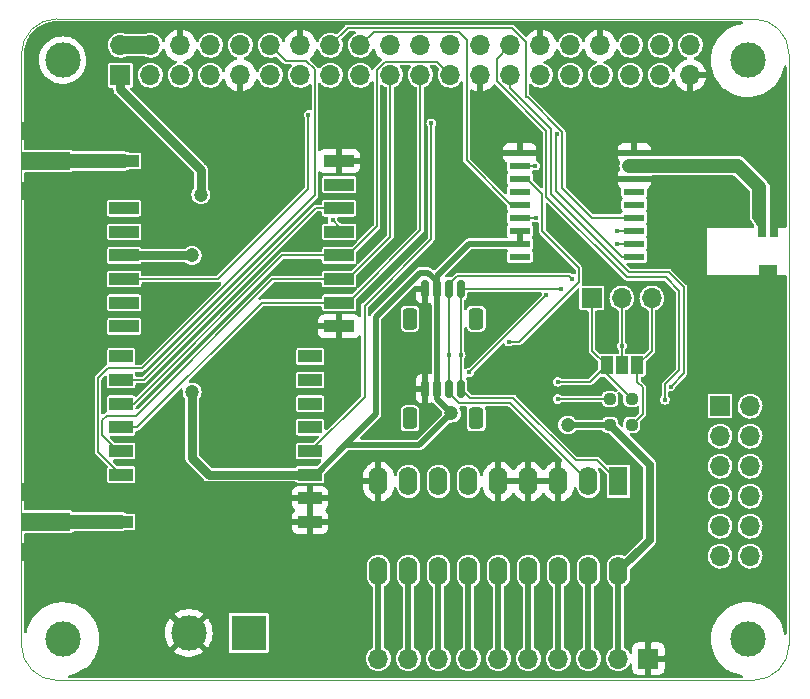
<source format=gbr>
G04 #@! TF.GenerationSoftware,KiCad,Pcbnew,6.0.2+dfsg-1*
G04 #@! TF.CreationDate,2022-08-30T21:57:41-05:00*
G04 #@! TF.ProjectId,BaseStationHAT,42617365-5374-4617-9469-6f6e4841542e,rev?*
G04 #@! TF.SameCoordinates,Original*
G04 #@! TF.FileFunction,Copper,L1,Top*
G04 #@! TF.FilePolarity,Positive*
%FSLAX46Y46*%
G04 Gerber Fmt 4.6, Leading zero omitted, Abs format (unit mm)*
G04 Created by KiCad (PCBNEW 6.0.2+dfsg-1) date 2022-08-30 21:57:41*
%MOMM*%
%LPD*%
G01*
G04 APERTURE LIST*
G04 Aperture macros list*
%AMRoundRect*
0 Rectangle with rounded corners*
0 $1 Rounding radius*
0 $2 $3 $4 $5 $6 $7 $8 $9 X,Y pos of 4 corners*
0 Add a 4 corners polygon primitive as box body*
4,1,4,$2,$3,$4,$5,$6,$7,$8,$9,$2,$3,0*
0 Add four circle primitives for the rounded corners*
1,1,$1+$1,$2,$3*
1,1,$1+$1,$4,$5*
1,1,$1+$1,$6,$7*
1,1,$1+$1,$8,$9*
0 Add four rect primitives between the rounded corners*
20,1,$1+$1,$2,$3,$4,$5,0*
20,1,$1+$1,$4,$5,$6,$7,0*
20,1,$1+$1,$6,$7,$8,$9,0*
20,1,$1+$1,$8,$9,$2,$3,0*%
%AMOutline4P*
0 Free polygon, 4 corners , with rotation*
0 The origin of the aperture is its center*
0 number of corners: always 4*
0 $1 to $8 corner X, Y*
0 $9 Rotation angle, in degrees counterclockwise*
0 create outline with 4 corners*
4,1,4,$1,$2,$3,$4,$5,$6,$7,$8,$1,$2,$9*%
G04 Aperture macros list end*
G04 #@! TA.AperFunction,Profile*
%ADD10C,0.100000*%
G04 #@! TD*
G04 #@! TA.AperFunction,WasherPad*
%ADD11C,3.000000*%
G04 #@! TD*
G04 #@! TA.AperFunction,SMDPad,CuDef*
%ADD12RoundRect,0.237500X0.250000X0.237500X-0.250000X0.237500X-0.250000X-0.237500X0.250000X-0.237500X0*%
G04 #@! TD*
G04 #@! TA.AperFunction,SMDPad,CuDef*
%ADD13RoundRect,0.155000X-0.212500X-0.155000X0.212500X-0.155000X0.212500X0.155000X-0.212500X0.155000X0*%
G04 #@! TD*
G04 #@! TA.AperFunction,SMDPad,CuDef*
%ADD14RoundRect,0.150000X0.150000X0.625000X-0.150000X0.625000X-0.150000X-0.625000X0.150000X-0.625000X0*%
G04 #@! TD*
G04 #@! TA.AperFunction,SMDPad,CuDef*
%ADD15RoundRect,0.250000X0.350000X0.650000X-0.350000X0.650000X-0.350000X-0.650000X0.350000X-0.650000X0*%
G04 #@! TD*
G04 #@! TA.AperFunction,ComponentPad*
%ADD16R,1.600000X2.400000*%
G04 #@! TD*
G04 #@! TA.AperFunction,ComponentPad*
%ADD17O,1.600000X2.400000*%
G04 #@! TD*
G04 #@! TA.AperFunction,ComponentPad*
%ADD18R,1.700000X1.700000*%
G04 #@! TD*
G04 #@! TA.AperFunction,ComponentPad*
%ADD19O,1.700000X1.700000*%
G04 #@! TD*
G04 #@! TA.AperFunction,SMDPad,CuDef*
%ADD20R,1.000000X1.500000*%
G04 #@! TD*
G04 #@! TA.AperFunction,SMDPad,CuDef*
%ADD21R,4.060000X1.520000*%
G04 #@! TD*
G04 #@! TA.AperFunction,ComponentPad*
%ADD22R,3.000000X3.000000*%
G04 #@! TD*
G04 #@! TA.AperFunction,ComponentPad*
%ADD23C,3.000000*%
G04 #@! TD*
G04 #@! TA.AperFunction,SMDPad,CuDef*
%ADD24R,2.000000X1.000000*%
G04 #@! TD*
G04 #@! TA.AperFunction,SMDPad,CuDef*
%ADD25R,1.800000X0.600000*%
G04 #@! TD*
G04 #@! TA.AperFunction,SMDPad,CuDef*
%ADD26Outline4P,-0.400000X-0.325000X0.400000X-0.325000X0.400000X0.325000X-0.400000X0.325000X90.000000*%
G04 #@! TD*
G04 #@! TA.AperFunction,SMDPad,CuDef*
%ADD27Outline4P,-0.400000X-0.800000X0.400000X-0.800000X0.400000X0.800000X-0.400000X0.800000X90.000000*%
G04 #@! TD*
G04 #@! TA.AperFunction,SMDPad,CuDef*
%ADD28R,2.500000X1.000000*%
G04 #@! TD*
G04 #@! TA.AperFunction,SMDPad,CuDef*
%ADD29RoundRect,0.237500X-0.250000X-0.237500X0.250000X-0.237500X0.250000X0.237500X-0.250000X0.237500X0*%
G04 #@! TD*
G04 #@! TA.AperFunction,ViaPad*
%ADD30C,0.400000*%
G04 #@! TD*
G04 #@! TA.AperFunction,ViaPad*
%ADD31C,1.200000*%
G04 #@! TD*
G04 #@! TA.AperFunction,Conductor*
%ADD32C,0.650000*%
G04 #@! TD*
G04 #@! TA.AperFunction,Conductor*
%ADD33C,0.150000*%
G04 #@! TD*
G04 #@! TA.AperFunction,Conductor*
%ADD34C,0.500000*%
G04 #@! TD*
G04 #@! TA.AperFunction,Conductor*
%ADD35C,0.750000*%
G04 #@! TD*
G04 #@! TA.AperFunction,Conductor*
%ADD36C,0.700000*%
G04 #@! TD*
G04 #@! TA.AperFunction,Conductor*
%ADD37C,1.219000*%
G04 #@! TD*
G04 #@! TA.AperFunction,Conductor*
%ADD38C,1.500000*%
G04 #@! TD*
G04 APERTURE END LIST*
D10*
X143546356Y-113817611D02*
X143546356Y-63817611D01*
X78546356Y-63817611D02*
X78546356Y-113817611D01*
X140546356Y-116817611D02*
G75*
G03*
X143546356Y-113817611I-1J3000001D01*
G01*
X140546356Y-60817611D02*
X81546356Y-60817611D01*
X81546356Y-116817611D02*
X140546356Y-116817611D01*
X143546356Y-63817611D02*
G75*
G03*
X140546356Y-60817611I-3000001J-1D01*
G01*
X81546356Y-60817611D02*
G75*
G03*
X78546356Y-63817611I1J-3000001D01*
G01*
X78546356Y-113817611D02*
G75*
G03*
X81546356Y-116817611I3000001J1D01*
G01*
D11*
X82040000Y-64310000D03*
X140040000Y-64330000D03*
X82040000Y-113320000D03*
X140030000Y-113310000D03*
D12*
X130212500Y-95200000D03*
X128387500Y-95200000D03*
D13*
X139733572Y-76351330D03*
X140868572Y-76351330D03*
D14*
X115750000Y-83675000D03*
X114750000Y-83675000D03*
X113750000Y-83675000D03*
X112750000Y-83675000D03*
D15*
X117050000Y-86200000D03*
X111450000Y-86200000D03*
D16*
X129100000Y-99975000D03*
D17*
X126560000Y-99975000D03*
X124020000Y-99975000D03*
X121480000Y-99975000D03*
X118940000Y-99975000D03*
X116400000Y-99975000D03*
X113860000Y-99975000D03*
X111320000Y-99975000D03*
X108780000Y-99975000D03*
X108780000Y-107595000D03*
X111320000Y-107595000D03*
X113860000Y-107595000D03*
X116400000Y-107595000D03*
X118940000Y-107595000D03*
X121480000Y-107595000D03*
X124020000Y-107595000D03*
X126560000Y-107595000D03*
X129100000Y-107595000D03*
D18*
X131640000Y-114975000D03*
D19*
X129100000Y-114975000D03*
X126560000Y-114975000D03*
X124020000Y-114975000D03*
X121480000Y-114975000D03*
X118940000Y-114975000D03*
X116400000Y-114975000D03*
X113860000Y-114975000D03*
X111320000Y-114975000D03*
X108780000Y-114975000D03*
D20*
X128100000Y-90150000D03*
X129400000Y-90150000D03*
X130700000Y-90150000D03*
D21*
X80657500Y-103400000D03*
X80657500Y-100860000D03*
X80657500Y-105940000D03*
D22*
X97800000Y-112800000D03*
D23*
X92720000Y-112800000D03*
D24*
X87000000Y-89400000D03*
X87000000Y-91400000D03*
X87000000Y-93400000D03*
X87000000Y-95400000D03*
X87000000Y-97400000D03*
X87000000Y-99400000D03*
X87000000Y-101400000D03*
X87000000Y-103400000D03*
X103000000Y-103400000D03*
X103000000Y-101400000D03*
X103000000Y-99400000D03*
X103000000Y-97400000D03*
X103000000Y-95400000D03*
X103000000Y-93400000D03*
X103000000Y-91400000D03*
X103000000Y-89400000D03*
D25*
X120750000Y-72150000D03*
X120750000Y-73250000D03*
X120750000Y-74350000D03*
X120750000Y-75450000D03*
X120750000Y-76550000D03*
X120750000Y-77650000D03*
X120750000Y-78750000D03*
X120750000Y-79850000D03*
X120750000Y-80950000D03*
X130450000Y-72150000D03*
X130450000Y-73250000D03*
X130450000Y-74350000D03*
X130450000Y-75450000D03*
X130450000Y-76550000D03*
X130450000Y-77650000D03*
X130450000Y-78750000D03*
X130450000Y-79850000D03*
X130450000Y-80950000D03*
D18*
X137700000Y-93600000D03*
D19*
X140240000Y-93600000D03*
X137700000Y-96140000D03*
X140240000Y-96140000D03*
X137700000Y-98680000D03*
X140240000Y-98680000D03*
X137700000Y-101220000D03*
X140240000Y-101220000D03*
X137700000Y-103760000D03*
X140240000Y-103760000D03*
X137700000Y-106300000D03*
X140240000Y-106300000D03*
D14*
X115750000Y-92125000D03*
X114750000Y-92125000D03*
X113750000Y-92125000D03*
X112750000Y-92125000D03*
D15*
X117050000Y-94650000D03*
X111450000Y-94650000D03*
D26*
X141250000Y-78900000D03*
X142250000Y-78900000D03*
D27*
X141750000Y-82100000D03*
D18*
X126850000Y-84450000D03*
D19*
X129390000Y-84450000D03*
X131930000Y-84450000D03*
D21*
X80657500Y-72850000D03*
X80657500Y-75390000D03*
X80657500Y-70310000D03*
D28*
X105450000Y-86850000D03*
X105450000Y-84850000D03*
X105450000Y-82850000D03*
X105450000Y-80850000D03*
X105450000Y-78850000D03*
X105450000Y-76850000D03*
X105450000Y-74850000D03*
X105450000Y-72850000D03*
X87250000Y-72850000D03*
X87250000Y-74850000D03*
X87250000Y-76850000D03*
X87250000Y-78850000D03*
X87250000Y-80850000D03*
X87250000Y-82850000D03*
X87250000Y-84850000D03*
X87250000Y-86850000D03*
D29*
X128387500Y-93000000D03*
X130212500Y-93000000D03*
D18*
X86920000Y-65590000D03*
D19*
X86920000Y-63050000D03*
X89460000Y-65590000D03*
X89460000Y-63050000D03*
X92000000Y-65590000D03*
X92000000Y-63050000D03*
X94540000Y-65590000D03*
X94540000Y-63050000D03*
X97080000Y-65590000D03*
X97080000Y-63050000D03*
X99620000Y-65590000D03*
X99620000Y-63050000D03*
X102160000Y-65590000D03*
X102160000Y-63050000D03*
X104700000Y-65590000D03*
X104700000Y-63050000D03*
X107240000Y-65590000D03*
X107240000Y-63050000D03*
X109780000Y-65590000D03*
X109780000Y-63050000D03*
X112320000Y-65590000D03*
X112320000Y-63050000D03*
X114860000Y-65590000D03*
X114860000Y-63050000D03*
X117400000Y-65590000D03*
X117400000Y-63050000D03*
X119940000Y-65590000D03*
X119940000Y-63050000D03*
X122480000Y-65590000D03*
X122480000Y-63050000D03*
X125020000Y-65590000D03*
X125020000Y-63050000D03*
X127560000Y-65590000D03*
X127560000Y-63050000D03*
X130100000Y-65590000D03*
X130100000Y-63050000D03*
X132640000Y-65590000D03*
X132640000Y-63050000D03*
X135180000Y-65590000D03*
X135180000Y-63050000D03*
D30*
X139900000Y-82800000D03*
X136900000Y-74400000D03*
X80400000Y-74200000D03*
X134200000Y-72100000D03*
X132800000Y-74400000D03*
X81700000Y-71500000D03*
X140600000Y-73000000D03*
X138300000Y-72100000D03*
X141200000Y-82800000D03*
X132800000Y-72100000D03*
X137500000Y-82800000D03*
D31*
X105950000Y-64350000D03*
D30*
X137500000Y-78200000D03*
X84500000Y-71600000D03*
X84100000Y-104600000D03*
X134200000Y-74400000D03*
X136300000Y-81700000D03*
X85100000Y-102200000D03*
D31*
X132325500Y-96200000D03*
D30*
X83100000Y-74100000D03*
X137900000Y-74400000D03*
X142300000Y-74700000D03*
X83100000Y-71600000D03*
D31*
X110550000Y-91250000D03*
D30*
X81800000Y-102100000D03*
X135600000Y-74400000D03*
X138800000Y-78200000D03*
X81700000Y-74200000D03*
X87400000Y-71600000D03*
X142300000Y-77300000D03*
X81800000Y-104800000D03*
X83100000Y-104600000D03*
X139700000Y-72200000D03*
X79300000Y-102100000D03*
X136900000Y-72100000D03*
X79200000Y-71500000D03*
X136300000Y-78200000D03*
X128600000Y-73900000D03*
D31*
X114600000Y-69000000D03*
D30*
X83100000Y-102200000D03*
X86300000Y-104600000D03*
X139300000Y-75000000D03*
X138800000Y-82800000D03*
X141400000Y-73800000D03*
X89000000Y-73600000D03*
X80600000Y-102100000D03*
X139800000Y-76900000D03*
X80600000Y-104700000D03*
X136300000Y-79300000D03*
X139900000Y-78100000D03*
D31*
X109400000Y-95550000D03*
D30*
X142300000Y-76000000D03*
X135600000Y-72100000D03*
X139800000Y-75800000D03*
X89000000Y-72000000D03*
X84100000Y-102200000D03*
X85100000Y-104600000D03*
X79300000Y-104700000D03*
X84500000Y-74100000D03*
X136300000Y-82800000D03*
X80400000Y-71500000D03*
X86000000Y-71600000D03*
X138700000Y-74400000D03*
X136300000Y-80500000D03*
X87600000Y-104500000D03*
X88600000Y-103900000D03*
X128600000Y-72600000D03*
X79200000Y-74200000D03*
X142400000Y-82800000D03*
X88600000Y-102800000D03*
X122150000Y-77650000D03*
D31*
X93000000Y-80850000D03*
X93000000Y-92400000D03*
X124800000Y-95200000D03*
X114950000Y-94200000D03*
D30*
X125150000Y-82800000D03*
X114750000Y-89300000D03*
X129000000Y-78750000D03*
X124200000Y-83700000D03*
X115750000Y-89300000D03*
X129000000Y-79850000D03*
X123950000Y-93000000D03*
X129400000Y-88500000D03*
X133509350Y-91950000D03*
X133034850Y-93065150D03*
X113250000Y-69650000D03*
X104900000Y-77850000D03*
X102850000Y-68950000D03*
X123875500Y-70600000D03*
X119850000Y-88150000D03*
X122050000Y-73250000D03*
X121150000Y-80950000D03*
X123950000Y-91550000D03*
X123000000Y-84200000D03*
X116450000Y-90750000D03*
D31*
X93750000Y-75700000D03*
D32*
X142250000Y-78900000D02*
X142250000Y-77350000D01*
X142250000Y-77350000D02*
X142300000Y-77300000D01*
D33*
X120750000Y-77650000D02*
X122150000Y-77650000D01*
D34*
X112300000Y-82300000D02*
X108550000Y-86050000D01*
X113750000Y-83675000D02*
X113750000Y-83052151D01*
X120750000Y-79850000D02*
X120750000Y-78750000D01*
D35*
X93000000Y-92400000D02*
X93000000Y-98000000D01*
D34*
X108550000Y-86050000D02*
X108550000Y-94300000D01*
X112997849Y-82300000D02*
X112300000Y-82300000D01*
X103450000Y-99400000D02*
X103000000Y-99400000D01*
X128387500Y-95200000D02*
X124800000Y-95200000D01*
X108550000Y-94300000D02*
X105950000Y-96900000D01*
X105950000Y-96900000D02*
X103450000Y-99400000D01*
X114950000Y-94200000D02*
X113750000Y-93000000D01*
D35*
X93000000Y-80850000D02*
X87250000Y-80850000D01*
D34*
X113750000Y-92125000D02*
X113750000Y-83675000D01*
D35*
X94400000Y-99400000D02*
X103000000Y-99400000D01*
X93000000Y-98000000D02*
X94400000Y-99400000D01*
D34*
X114950000Y-94200000D02*
X112250000Y-96900000D01*
X113750000Y-82550000D02*
X113750000Y-83675000D01*
D36*
X131750000Y-104945000D02*
X131750000Y-98550146D01*
D34*
X120750000Y-79850000D02*
X116450000Y-79850000D01*
D36*
X129100000Y-107595000D02*
X131750000Y-104945000D01*
D34*
X112250000Y-96900000D02*
X105950000Y-96900000D01*
X129100000Y-107595000D02*
X129100000Y-114975000D01*
D36*
X128399854Y-95200000D02*
X128387500Y-95200000D01*
X131750000Y-98550146D02*
X128399854Y-95200000D01*
D34*
X113750000Y-93000000D02*
X113750000Y-92125000D01*
X116450000Y-79850000D02*
X113750000Y-82550000D01*
X113750000Y-83052151D02*
X112997849Y-82300000D01*
D33*
X115449639Y-82600000D02*
X124950000Y-82600000D01*
X114750000Y-92500361D02*
X115599639Y-93350000D01*
X114750000Y-92125000D02*
X114750000Y-89300000D01*
X114750000Y-89300000D02*
X114750000Y-83675000D01*
X115599639Y-93350000D02*
X119935000Y-93350000D01*
X130450000Y-78750000D02*
X129000000Y-78750000D01*
X119935000Y-93350000D02*
X126560000Y-99975000D01*
X114750000Y-83299639D02*
X115449639Y-82600000D01*
X114750000Y-92125000D02*
X114750000Y-92500361D01*
X114750000Y-83675000D02*
X114750000Y-83299639D01*
X124950000Y-82600000D02*
X125150000Y-82800000D01*
X125500000Y-98200000D02*
X127325000Y-98200000D01*
X115750000Y-89300000D02*
X115750000Y-92125000D01*
X127325000Y-98200000D02*
X129100000Y-99975000D01*
X124175000Y-83675000D02*
X124200000Y-83700000D01*
X130450000Y-79850000D02*
X129000000Y-79850000D01*
X116525000Y-92900000D02*
X120200000Y-92900000D01*
X120200000Y-92900000D02*
X125500000Y-98200000D01*
X115750000Y-92125000D02*
X116525000Y-92900000D01*
X115750000Y-83675000D02*
X124175000Y-83675000D01*
X115750000Y-83675000D02*
X115750000Y-89300000D01*
X123950000Y-93000000D02*
X128387500Y-93000000D01*
X129400000Y-88500000D02*
X129390000Y-88490000D01*
X129390000Y-88490000D02*
X129390000Y-84450000D01*
X129400000Y-90150000D02*
X129400000Y-88500000D01*
X119940000Y-66640000D02*
X119940000Y-65590000D01*
X123400000Y-70100000D02*
X119940000Y-66640000D01*
X123400000Y-75649022D02*
X123400000Y-70100000D01*
X134650000Y-90809350D02*
X134650000Y-83550000D01*
X133350000Y-82250000D02*
X130000978Y-82250000D01*
X130000978Y-82250000D02*
X123400000Y-75649022D01*
X134650000Y-83550000D02*
X133350000Y-82250000D01*
X133509350Y-91950000D02*
X134650000Y-90809350D01*
X133100000Y-82700000D02*
X134250000Y-83850000D01*
X123000000Y-70300000D02*
X123000000Y-75900000D01*
X129800000Y-82700000D02*
X133100000Y-82700000D01*
X134250000Y-83850000D02*
X134250000Y-90538289D01*
X134250000Y-90538289D02*
X133034850Y-91753439D01*
X119940000Y-63050000D02*
X118815489Y-64174511D01*
X123000000Y-75900000D02*
X129800000Y-82700000D01*
X118815489Y-66115489D02*
X123000000Y-70300000D01*
X133034850Y-91753439D02*
X133034850Y-93065150D01*
X118815489Y-64174511D02*
X118815489Y-66115489D01*
X87000000Y-91400000D02*
X88900000Y-91400000D01*
X88900000Y-91400000D02*
X103450000Y-76850000D01*
X103450000Y-76850000D02*
X105450000Y-76850000D01*
X109314211Y-64465489D02*
X113735489Y-64465489D01*
X105450000Y-80850000D02*
X106200000Y-80850000D01*
X108655489Y-78394511D02*
X108655489Y-65124211D01*
X106200000Y-80850000D02*
X108655489Y-78394511D01*
X105450000Y-80850000D02*
X100650000Y-80850000D01*
X113735489Y-64465489D02*
X114860000Y-65590000D01*
X108655489Y-65124211D02*
X109314211Y-64465489D01*
X100650000Y-80850000D02*
X88100000Y-93400000D01*
X88100000Y-93400000D02*
X87000000Y-93400000D01*
X88350000Y-95400000D02*
X98900000Y-84850000D01*
X98900000Y-84850000D02*
X105450000Y-84850000D01*
X106200000Y-84850000D02*
X105450000Y-84850000D01*
X112320000Y-65590000D02*
X112320000Y-78730000D01*
X87000000Y-95400000D02*
X88350000Y-95400000D01*
X112320000Y-78730000D02*
X106200000Y-84850000D01*
X88250000Y-94400000D02*
X99800000Y-82850000D01*
X86750000Y-97400000D02*
X85400000Y-96050000D01*
X85400000Y-96050000D02*
X85400000Y-94800000D01*
X99800000Y-82850000D02*
X105450000Y-82850000D01*
X105450000Y-82850000D02*
X106200000Y-82850000D01*
X85400000Y-94800000D02*
X85800000Y-94400000D01*
X106200000Y-82850000D02*
X109780000Y-79270000D01*
X109780000Y-79270000D02*
X109780000Y-65590000D01*
X87000000Y-97400000D02*
X86750000Y-97400000D01*
X85800000Y-94400000D02*
X88250000Y-94400000D01*
X99620000Y-63050000D02*
X100920000Y-64350000D01*
X85850000Y-90400000D02*
X85050481Y-91199519D01*
X100920000Y-64350000D02*
X102650000Y-64350000D01*
X85050481Y-91199519D02*
X85050481Y-97450481D01*
X88750000Y-90400000D02*
X85850000Y-90400000D01*
X103400000Y-65100000D02*
X103400000Y-75750000D01*
X102650000Y-64350000D02*
X103400000Y-65100000D01*
X103400000Y-75750000D02*
X88750000Y-90400000D01*
X85050481Y-97450481D02*
X87000000Y-99400000D01*
X107600000Y-85100000D02*
X107600000Y-92800000D01*
X113250000Y-69650000D02*
X113250000Y-79450000D01*
X113250000Y-79450000D02*
X107600000Y-85100000D01*
X107600000Y-92800000D02*
X103000000Y-97400000D01*
X105450000Y-78850000D02*
X105450000Y-78400000D01*
X105450000Y-78400000D02*
X104900000Y-77850000D01*
X102850000Y-75200000D02*
X95200000Y-82850000D01*
X102850000Y-68950000D02*
X102850000Y-75200000D01*
X95200000Y-82850000D02*
X87250000Y-82850000D01*
X123850000Y-75400000D02*
X129400000Y-80950000D01*
X123850000Y-70625500D02*
X123850000Y-75400000D01*
X129400000Y-80950000D02*
X130450000Y-80950000D01*
X123875500Y-70600000D02*
X123850000Y-70625500D01*
X122650000Y-75650000D02*
X121350000Y-74350000D01*
X125750000Y-81900000D02*
X122650000Y-78800000D01*
X125750000Y-83100000D02*
X125750000Y-81900000D01*
X122650000Y-78800000D02*
X122650000Y-75650000D01*
X120700000Y-88150000D02*
X125750000Y-83100000D01*
X121350000Y-74350000D02*
X120750000Y-74350000D01*
X119850000Y-88150000D02*
X120700000Y-88150000D01*
X121402265Y-67455704D02*
X124350011Y-70403450D01*
X104700000Y-63050000D02*
X106174031Y-61575969D01*
X120056269Y-61575969D02*
X121250000Y-62769700D01*
X121250000Y-62769700D02*
X121250000Y-67455704D01*
X126850000Y-77650000D02*
X130450000Y-77650000D01*
X106174031Y-61575969D02*
X120056269Y-61575969D01*
X124350011Y-75150011D02*
X126850000Y-77650000D01*
X121250000Y-67455704D02*
X121402265Y-67455704D01*
X124350011Y-70403450D02*
X124350011Y-75150011D01*
X116250000Y-62600000D02*
X116250000Y-72800000D01*
X115575489Y-61925489D02*
X116250000Y-62600000D01*
X116250000Y-72800000D02*
X120000000Y-76550000D01*
X120000000Y-76550000D02*
X120750000Y-76550000D01*
X108364511Y-61925489D02*
X115575489Y-61925489D01*
X107240000Y-63050000D02*
X108364511Y-61925489D01*
X120750000Y-73250000D02*
X122050000Y-73250000D01*
D37*
X80657500Y-103400000D02*
X87000000Y-103400000D01*
D33*
X126850000Y-88900000D02*
X128100000Y-90150000D01*
X130212500Y-93000000D02*
X128100000Y-90887500D01*
X126700000Y-91550000D02*
X128100000Y-90150000D01*
X126850000Y-84450000D02*
X126850000Y-88900000D01*
X128100000Y-90887500D02*
X128100000Y-90150000D01*
X123950000Y-91550000D02*
X126700000Y-91550000D01*
D37*
X80657500Y-72850000D02*
X87250000Y-72850000D01*
X139214311Y-73250000D02*
X141007115Y-75042804D01*
X141007115Y-75042804D02*
X141007115Y-77465762D01*
D32*
X141250000Y-78900000D02*
X141250000Y-78197684D01*
D33*
X140868572Y-76351330D02*
X140868572Y-75181347D01*
D37*
X130000000Y-73250000D02*
X139214311Y-73250000D01*
D33*
X140868572Y-75181347D02*
X141007115Y-75042804D01*
X116450000Y-90750000D02*
X123000000Y-84200000D01*
D38*
X86920000Y-63050000D02*
X89460000Y-63050000D01*
D34*
X126560000Y-107595000D02*
X126560000Y-114975000D01*
X124020000Y-107595000D02*
X124020000Y-114975000D01*
X121480000Y-114975000D02*
X121480000Y-107595000D01*
X118940000Y-107595000D02*
X118940000Y-114975000D01*
X116400000Y-114975000D02*
X116400000Y-107595000D01*
X113860000Y-107595000D02*
X113860000Y-114975000D01*
X111320000Y-114975000D02*
X111320000Y-107595000D01*
X108780000Y-107595000D02*
X108780000Y-114975000D01*
D33*
X131930000Y-84450000D02*
X131930000Y-88920000D01*
X130700000Y-91550000D02*
X131150000Y-92000000D01*
X131930000Y-88920000D02*
X130700000Y-90150000D01*
X130700000Y-90150000D02*
X130700000Y-91550000D01*
X131150000Y-94262500D02*
X130212500Y-95200000D01*
X131150000Y-92000000D02*
X131150000Y-94262500D01*
D35*
X86920000Y-65590000D02*
X86920000Y-66770000D01*
X93750000Y-73600000D02*
X93750000Y-75700000D01*
X86920000Y-66770000D02*
X93750000Y-73600000D01*
G04 #@! TA.AperFunction,Conductor*
G36*
X141474033Y-77449982D02*
G01*
X141542151Y-77469994D01*
X141588636Y-77523656D01*
X141600015Y-77575967D01*
X141600113Y-78373823D01*
X141580119Y-78441946D01*
X141526469Y-78488445D01*
X141473951Y-78499838D01*
X140999333Y-78499229D01*
X140931239Y-78479139D01*
X140891380Y-78437935D01*
X140414155Y-77640551D01*
X140396335Y-77571827D01*
X140418499Y-77504379D01*
X140473610Y-77459621D01*
X140522289Y-77449845D01*
X141474033Y-77449982D01*
G37*
G04 #@! TD.AperFunction*
G04 #@! TA.AperFunction,Conductor*
G36*
X139600605Y-61037613D02*
G01*
X139647098Y-61091269D01*
X139657202Y-61161543D01*
X139627708Y-61226123D01*
X139567982Y-61264507D01*
X139552629Y-61267990D01*
X139376639Y-61296494D01*
X139376636Y-61296495D01*
X139373164Y-61297057D01*
X139369777Y-61298003D01*
X139369771Y-61298004D01*
X139093857Y-61375041D01*
X139039241Y-61390290D01*
X138899413Y-61446784D01*
X138721055Y-61518845D01*
X138721051Y-61518847D01*
X138717791Y-61520164D01*
X138714704Y-61521833D01*
X138714700Y-61521835D01*
X138683143Y-61538898D01*
X138412822Y-61685060D01*
X138128134Y-61882923D01*
X138125492Y-61885236D01*
X138125488Y-61885239D01*
X137976883Y-62015333D01*
X137867276Y-62111287D01*
X137633499Y-62367306D01*
X137429717Y-62647787D01*
X137258470Y-62949237D01*
X137216786Y-63046494D01*
X137136245Y-63234411D01*
X137121893Y-63267896D01*
X137109561Y-63308742D01*
X137028386Y-63577606D01*
X137021687Y-63599793D01*
X137000404Y-63715757D01*
X136961273Y-63928965D01*
X136959102Y-63940792D01*
X136934918Y-64286642D01*
X136949436Y-64633032D01*
X136970552Y-64769432D01*
X137001207Y-64967453D01*
X137002475Y-64975646D01*
X137003397Y-64979038D01*
X137003397Y-64979040D01*
X137013634Y-65016717D01*
X137093375Y-65310212D01*
X137221001Y-65632560D01*
X137222647Y-65635656D01*
X137222649Y-65635660D01*
X137281451Y-65746249D01*
X137383765Y-65938673D01*
X137385750Y-65941572D01*
X137577645Y-66221829D01*
X137577650Y-66221835D01*
X137579636Y-66224736D01*
X137806173Y-66487182D01*
X137808743Y-66489562D01*
X137808747Y-66489566D01*
X137883948Y-66559202D01*
X138060553Y-66722740D01*
X138063375Y-66724821D01*
X138063378Y-66724823D01*
X138124655Y-66770000D01*
X138339605Y-66928475D01*
X138639852Y-67101823D01*
X138957550Y-67240621D01*
X138960906Y-67241660D01*
X138960909Y-67241661D01*
X139285379Y-67342102D01*
X139288739Y-67343142D01*
X139292191Y-67343800D01*
X139292197Y-67343802D01*
X139625842Y-67407448D01*
X139625847Y-67407449D01*
X139629293Y-67408106D01*
X139857780Y-67425687D01*
X139971469Y-67434435D01*
X139971470Y-67434435D01*
X139974966Y-67434704D01*
X140204159Y-67426700D01*
X140317933Y-67422727D01*
X140317937Y-67422727D01*
X140321449Y-67422604D01*
X140324928Y-67422090D01*
X140324931Y-67422090D01*
X140660932Y-67372474D01*
X140660938Y-67372473D01*
X140664424Y-67371958D01*
X140667828Y-67371059D01*
X140667831Y-67371058D01*
X140996226Y-67284293D01*
X140996227Y-67284293D01*
X140999617Y-67283397D01*
X141322848Y-67158023D01*
X141630090Y-66997401D01*
X141816761Y-66871490D01*
X141914597Y-66805499D01*
X141914599Y-66805498D01*
X141917513Y-66803532D01*
X141961026Y-66766500D01*
X142178861Y-66581107D01*
X142178862Y-66581106D01*
X142181534Y-66578832D01*
X142270097Y-66484522D01*
X142416452Y-66328671D01*
X142416456Y-66328666D01*
X142418863Y-66326103D01*
X142420968Y-66323289D01*
X142420974Y-66323282D01*
X142597980Y-66086672D01*
X142626541Y-66048494D01*
X142643956Y-66018812D01*
X142723688Y-65882910D01*
X142801980Y-65749465D01*
X142859856Y-65619474D01*
X142941562Y-65435961D01*
X142941564Y-65435956D01*
X142942994Y-65432744D01*
X143047824Y-65102278D01*
X143084175Y-64918693D01*
X143096756Y-64855154D01*
X143129608Y-64792215D01*
X143191272Y-64757030D01*
X143262171Y-64760768D01*
X143319793Y-64802243D01*
X143345845Y-64868287D01*
X143346356Y-64879627D01*
X143346356Y-78374000D01*
X143326354Y-78442121D01*
X143272698Y-78488614D01*
X143220356Y-78500000D01*
X142053102Y-78500000D01*
X141984981Y-78479998D01*
X141938488Y-78426342D01*
X141927102Y-78373825D01*
X141927118Y-78362783D01*
X141929731Y-76481636D01*
X141931874Y-74939383D01*
X141931874Y-74939382D01*
X141931899Y-74921266D01*
X141708992Y-74628388D01*
X141704785Y-74622231D01*
X141702866Y-74618116D01*
X141676235Y-74583783D01*
X141668941Y-74573327D01*
X141666842Y-74569968D01*
X141645923Y-74536491D01*
X141640960Y-74531493D01*
X141640955Y-74531487D01*
X141617278Y-74507644D01*
X141616678Y-74507003D01*
X141616163Y-74506339D01*
X141589964Y-74480140D01*
X141517875Y-74407546D01*
X141516838Y-74406888D01*
X141515609Y-74405785D01*
X139793617Y-72683793D01*
X139792688Y-72682855D01*
X139734421Y-72623354D01*
X139734419Y-72623353D01*
X139729494Y-72618323D01*
X139692971Y-72594786D01*
X139682633Y-72587358D01*
X139648672Y-72560246D01*
X139642333Y-72557182D01*
X139642327Y-72557178D01*
X139618408Y-72545616D01*
X139604989Y-72538086D01*
X139582668Y-72523701D01*
X139576744Y-72519883D01*
X139535904Y-72505018D01*
X139524179Y-72500065D01*
X139491407Y-72484222D01*
X139491405Y-72484221D01*
X139485064Y-72481156D01*
X139452325Y-72473597D01*
X139437575Y-72469229D01*
X139412594Y-72460137D01*
X139412595Y-72460137D01*
X139405981Y-72457730D01*
X139381432Y-72454629D01*
X139362870Y-72452284D01*
X139350316Y-72450047D01*
X139314868Y-72441863D01*
X139314869Y-72441863D01*
X139307999Y-72440277D01*
X139300954Y-72440252D01*
X139300950Y-72440252D01*
X139267361Y-72440135D01*
X139266469Y-72440105D01*
X139265635Y-72440000D01*
X139228757Y-72440000D01*
X139228317Y-72439999D01*
X139129805Y-72439655D01*
X139129800Y-72439655D01*
X139126278Y-72439643D01*
X139125078Y-72439911D01*
X139123441Y-72440000D01*
X131938748Y-72440000D01*
X131870627Y-72419998D01*
X131856235Y-72409224D01*
X131852135Y-72405671D01*
X131844452Y-72404000D01*
X129060116Y-72404000D01*
X129044877Y-72408475D01*
X129043672Y-72409865D01*
X129042001Y-72417548D01*
X129042001Y-72494669D01*
X129042371Y-72501490D01*
X129047895Y-72552352D01*
X129051521Y-72567604D01*
X129096676Y-72688054D01*
X129105214Y-72703649D01*
X129181715Y-72805724D01*
X129194275Y-72818284D01*
X129198613Y-72821535D01*
X129241128Y-72878393D01*
X129246155Y-72949212D01*
X129241749Y-72964626D01*
X129206411Y-73063865D01*
X129184895Y-73244309D01*
X129203890Y-73425036D01*
X129224045Y-73484239D01*
X129242080Y-73537217D01*
X129245098Y-73608149D01*
X129209288Y-73669453D01*
X129198366Y-73678650D01*
X129194275Y-73681716D01*
X129181715Y-73694276D01*
X129105214Y-73796351D01*
X129096676Y-73811946D01*
X129051522Y-73932394D01*
X129047895Y-73947649D01*
X129042369Y-73998514D01*
X129042000Y-74005328D01*
X129042000Y-74077885D01*
X129046475Y-74093124D01*
X129047865Y-74094329D01*
X129055548Y-74096000D01*
X131839884Y-74096000D01*
X131870310Y-74087066D01*
X131904482Y-74065104D01*
X131939982Y-74060000D01*
X138826608Y-74060000D01*
X138894729Y-74080002D01*
X138915703Y-74096905D01*
X140160210Y-75341412D01*
X140194236Y-75403724D01*
X140197115Y-75430507D01*
X140197115Y-77511453D01*
X140197508Y-77514956D01*
X140197508Y-77514958D01*
X140199759Y-77535029D01*
X140200490Y-77545380D01*
X140202737Y-77622026D01*
X140220557Y-77690750D01*
X140242542Y-77743259D01*
X140244853Y-77747121D01*
X140246882Y-77751136D01*
X140246637Y-77751260D01*
X140255040Y-77769239D01*
X140272009Y-77817966D01*
X140368307Y-77972075D01*
X140373269Y-77977072D01*
X140373270Y-77977073D01*
X140385620Y-77989509D01*
X140404330Y-78013586D01*
X140573547Y-78296326D01*
X140581308Y-78309294D01*
X140599128Y-78378018D01*
X140576964Y-78445466D01*
X140521853Y-78490224D01*
X140473192Y-78500000D01*
X136600000Y-78500000D01*
X136600000Y-82500000D01*
X143220356Y-82500000D01*
X143288477Y-82520002D01*
X143334970Y-82573658D01*
X143346356Y-82626000D01*
X143346356Y-112825113D01*
X143326354Y-112893234D01*
X143272698Y-112939727D01*
X143202424Y-112949831D01*
X143137844Y-112920337D01*
X143099460Y-112860611D01*
X143096121Y-112846126D01*
X143058803Y-112625488D01*
X143058802Y-112625484D01*
X143058214Y-112622007D01*
X143047104Y-112583260D01*
X143002577Y-112427978D01*
X142962652Y-112288742D01*
X142916259Y-112176183D01*
X142831875Y-111971452D01*
X142831871Y-111971444D01*
X142830537Y-111968207D01*
X142663516Y-111664397D01*
X142463670Y-111381097D01*
X142233490Y-111121839D01*
X142108037Y-111008881D01*
X141978464Y-110892213D01*
X141978461Y-110892211D01*
X141975846Y-110889856D01*
X141693948Y-110688037D01*
X141690885Y-110686325D01*
X141690880Y-110686322D01*
X141412281Y-110530618D01*
X141391311Y-110518898D01*
X141388066Y-110517534D01*
X141388062Y-110517532D01*
X141211347Y-110443248D01*
X141071706Y-110384549D01*
X141068343Y-110383559D01*
X141068334Y-110383556D01*
X140863222Y-110323189D01*
X140739117Y-110286663D01*
X140430181Y-110232189D01*
X140401150Y-110227070D01*
X140401148Y-110227070D01*
X140397690Y-110226460D01*
X140394181Y-110226239D01*
X140394179Y-110226239D01*
X140055198Y-110204912D01*
X140055192Y-110204912D01*
X140051680Y-110204691D01*
X139953499Y-110209493D01*
X139708906Y-110221455D01*
X139708897Y-110221456D01*
X139705399Y-110221627D01*
X139701931Y-110222189D01*
X139701928Y-110222189D01*
X139366639Y-110276494D01*
X139366636Y-110276495D01*
X139363164Y-110277057D01*
X139359777Y-110278003D01*
X139359771Y-110278004D01*
X139083857Y-110355041D01*
X139029241Y-110370290D01*
X138868516Y-110435227D01*
X138711055Y-110498845D01*
X138711051Y-110498847D01*
X138707791Y-110500164D01*
X138704704Y-110501833D01*
X138704700Y-110501835D01*
X138651467Y-110530618D01*
X138402822Y-110665060D01*
X138118134Y-110862923D01*
X138115492Y-110865236D01*
X138115488Y-110865239D01*
X137944847Y-111014624D01*
X137857276Y-111091287D01*
X137623499Y-111347306D01*
X137419717Y-111627787D01*
X137417975Y-111630853D01*
X137417974Y-111630855D01*
X137414036Y-111637787D01*
X137248470Y-111929237D01*
X137180152Y-112088635D01*
X137117658Y-112234446D01*
X137111893Y-112247896D01*
X137099561Y-112288742D01*
X137055264Y-112435461D01*
X137011687Y-112579793D01*
X137002726Y-112628617D01*
X136954160Y-112893234D01*
X136949102Y-112920792D01*
X136924918Y-113266642D01*
X136939436Y-113613032D01*
X136949836Y-113680214D01*
X136983199Y-113895724D01*
X136992475Y-113955646D01*
X136993397Y-113959038D01*
X136993397Y-113959040D01*
X137008941Y-114016250D01*
X137083375Y-114290212D01*
X137211001Y-114612560D01*
X137212647Y-114615656D01*
X137212649Y-114615660D01*
X137250943Y-114687680D01*
X137373765Y-114918673D01*
X137375750Y-114921572D01*
X137567645Y-115201829D01*
X137567650Y-115201835D01*
X137569636Y-115204736D01*
X137796173Y-115467182D01*
X137798743Y-115469562D01*
X137798747Y-115469566D01*
X137882172Y-115546818D01*
X138050553Y-115702740D01*
X138053375Y-115704821D01*
X138053378Y-115704823D01*
X138066942Y-115714823D01*
X138329605Y-115908475D01*
X138332642Y-115910229D01*
X138332646Y-115910231D01*
X138391484Y-115944201D01*
X138629852Y-116081823D01*
X138947550Y-116220621D01*
X138950906Y-116221660D01*
X138950909Y-116221661D01*
X139275379Y-116322102D01*
X139278739Y-116323142D01*
X139282191Y-116323800D01*
X139282197Y-116323802D01*
X139513070Y-116367843D01*
X139576236Y-116400255D01*
X139611851Y-116461672D01*
X139608608Y-116532595D01*
X139567536Y-116590505D01*
X139501676Y-116617017D01*
X139489460Y-116617611D01*
X82648936Y-116617611D01*
X82580815Y-116597609D01*
X82534322Y-116543953D01*
X82524218Y-116473679D01*
X82553712Y-116409099D01*
X82613438Y-116370715D01*
X82630530Y-116366963D01*
X82660932Y-116362474D01*
X82660938Y-116362473D01*
X82664424Y-116361958D01*
X82667828Y-116361059D01*
X82667831Y-116361058D01*
X82996226Y-116274293D01*
X82996227Y-116274293D01*
X82999617Y-116273397D01*
X83322848Y-116148023D01*
X83630090Y-115987401D01*
X83794523Y-115876490D01*
X83914597Y-115795499D01*
X83914599Y-115795498D01*
X83917513Y-115793532D01*
X83976638Y-115743213D01*
X84178861Y-115571107D01*
X84178862Y-115571106D01*
X84181534Y-115568832D01*
X84335999Y-115404344D01*
X84416452Y-115318671D01*
X84416456Y-115318666D01*
X84418863Y-115316103D01*
X84420968Y-115313289D01*
X84420974Y-115313282D01*
X84624432Y-115041313D01*
X84626541Y-115038494D01*
X84630067Y-115032485D01*
X84672440Y-114960262D01*
X107724520Y-114960262D01*
X107741759Y-115165553D01*
X107743458Y-115171478D01*
X107784120Y-115313282D01*
X107798544Y-115363586D01*
X107801359Y-115369063D01*
X107801360Y-115369066D01*
X107850418Y-115464522D01*
X107892712Y-115546818D01*
X108020677Y-115708270D01*
X108177564Y-115841791D01*
X108357398Y-115942297D01*
X108452238Y-115973113D01*
X108547471Y-116004056D01*
X108547475Y-116004057D01*
X108553329Y-116005959D01*
X108757894Y-116030351D01*
X108764029Y-116029879D01*
X108764031Y-116029879D01*
X108820039Y-116025569D01*
X108963300Y-116014546D01*
X108969230Y-116012890D01*
X108969232Y-116012890D01*
X109155797Y-115960800D01*
X109155796Y-115960800D01*
X109161725Y-115959145D01*
X109167214Y-115956372D01*
X109167220Y-115956370D01*
X109340116Y-115869033D01*
X109345610Y-115866258D01*
X109507951Y-115739424D01*
X109533044Y-115710354D01*
X109638540Y-115588134D01*
X109638540Y-115588133D01*
X109642564Y-115583472D01*
X109649589Y-115571107D01*
X109726445Y-115435815D01*
X109744323Y-115404344D01*
X109809351Y-115208863D01*
X109835171Y-115004474D01*
X109835583Y-114975000D01*
X109834138Y-114960262D01*
X110264520Y-114960262D01*
X110281759Y-115165553D01*
X110283458Y-115171478D01*
X110324120Y-115313282D01*
X110338544Y-115363586D01*
X110341359Y-115369063D01*
X110341360Y-115369066D01*
X110390418Y-115464522D01*
X110432712Y-115546818D01*
X110560677Y-115708270D01*
X110717564Y-115841791D01*
X110897398Y-115942297D01*
X110992238Y-115973113D01*
X111087471Y-116004056D01*
X111087475Y-116004057D01*
X111093329Y-116005959D01*
X111297894Y-116030351D01*
X111304029Y-116029879D01*
X111304031Y-116029879D01*
X111360039Y-116025569D01*
X111503300Y-116014546D01*
X111509230Y-116012890D01*
X111509232Y-116012890D01*
X111695797Y-115960800D01*
X111695796Y-115960800D01*
X111701725Y-115959145D01*
X111707214Y-115956372D01*
X111707220Y-115956370D01*
X111880116Y-115869033D01*
X111885610Y-115866258D01*
X112047951Y-115739424D01*
X112073044Y-115710354D01*
X112178540Y-115588134D01*
X112178540Y-115588133D01*
X112182564Y-115583472D01*
X112189589Y-115571107D01*
X112266445Y-115435815D01*
X112284323Y-115404344D01*
X112349351Y-115208863D01*
X112375171Y-115004474D01*
X112375583Y-114975000D01*
X112374138Y-114960262D01*
X112804520Y-114960262D01*
X112821759Y-115165553D01*
X112823458Y-115171478D01*
X112864120Y-115313282D01*
X112878544Y-115363586D01*
X112881359Y-115369063D01*
X112881360Y-115369066D01*
X112930418Y-115464522D01*
X112972712Y-115546818D01*
X113100677Y-115708270D01*
X113257564Y-115841791D01*
X113437398Y-115942297D01*
X113532238Y-115973113D01*
X113627471Y-116004056D01*
X113627475Y-116004057D01*
X113633329Y-116005959D01*
X113837894Y-116030351D01*
X113844029Y-116029879D01*
X113844031Y-116029879D01*
X113900039Y-116025569D01*
X114043300Y-116014546D01*
X114049230Y-116012890D01*
X114049232Y-116012890D01*
X114235797Y-115960800D01*
X114235796Y-115960800D01*
X114241725Y-115959145D01*
X114247214Y-115956372D01*
X114247220Y-115956370D01*
X114420116Y-115869033D01*
X114425610Y-115866258D01*
X114587951Y-115739424D01*
X114613044Y-115710354D01*
X114718540Y-115588134D01*
X114718540Y-115588133D01*
X114722564Y-115583472D01*
X114729589Y-115571107D01*
X114806445Y-115435815D01*
X114824323Y-115404344D01*
X114889351Y-115208863D01*
X114915171Y-115004474D01*
X114915583Y-114975000D01*
X114914138Y-114960262D01*
X115344520Y-114960262D01*
X115361759Y-115165553D01*
X115363458Y-115171478D01*
X115404120Y-115313282D01*
X115418544Y-115363586D01*
X115421359Y-115369063D01*
X115421360Y-115369066D01*
X115470418Y-115464522D01*
X115512712Y-115546818D01*
X115640677Y-115708270D01*
X115797564Y-115841791D01*
X115977398Y-115942297D01*
X116072238Y-115973113D01*
X116167471Y-116004056D01*
X116167475Y-116004057D01*
X116173329Y-116005959D01*
X116377894Y-116030351D01*
X116384029Y-116029879D01*
X116384031Y-116029879D01*
X116440039Y-116025569D01*
X116583300Y-116014546D01*
X116589230Y-116012890D01*
X116589232Y-116012890D01*
X116775797Y-115960800D01*
X116775796Y-115960800D01*
X116781725Y-115959145D01*
X116787214Y-115956372D01*
X116787220Y-115956370D01*
X116960116Y-115869033D01*
X116965610Y-115866258D01*
X117127951Y-115739424D01*
X117153044Y-115710354D01*
X117258540Y-115588134D01*
X117258540Y-115588133D01*
X117262564Y-115583472D01*
X117269589Y-115571107D01*
X117346445Y-115435815D01*
X117364323Y-115404344D01*
X117429351Y-115208863D01*
X117455171Y-115004474D01*
X117455583Y-114975000D01*
X117454138Y-114960262D01*
X117884520Y-114960262D01*
X117901759Y-115165553D01*
X117903458Y-115171478D01*
X117944120Y-115313282D01*
X117958544Y-115363586D01*
X117961359Y-115369063D01*
X117961360Y-115369066D01*
X118010418Y-115464522D01*
X118052712Y-115546818D01*
X118180677Y-115708270D01*
X118337564Y-115841791D01*
X118517398Y-115942297D01*
X118612238Y-115973113D01*
X118707471Y-116004056D01*
X118707475Y-116004057D01*
X118713329Y-116005959D01*
X118917894Y-116030351D01*
X118924029Y-116029879D01*
X118924031Y-116029879D01*
X118980039Y-116025569D01*
X119123300Y-116014546D01*
X119129230Y-116012890D01*
X119129232Y-116012890D01*
X119315797Y-115960800D01*
X119315796Y-115960800D01*
X119321725Y-115959145D01*
X119327214Y-115956372D01*
X119327220Y-115956370D01*
X119500116Y-115869033D01*
X119505610Y-115866258D01*
X119667951Y-115739424D01*
X119693044Y-115710354D01*
X119798540Y-115588134D01*
X119798540Y-115588133D01*
X119802564Y-115583472D01*
X119809589Y-115571107D01*
X119886445Y-115435815D01*
X119904323Y-115404344D01*
X119969351Y-115208863D01*
X119995171Y-115004474D01*
X119995583Y-114975000D01*
X119994138Y-114960262D01*
X120424520Y-114960262D01*
X120441759Y-115165553D01*
X120443458Y-115171478D01*
X120484120Y-115313282D01*
X120498544Y-115363586D01*
X120501359Y-115369063D01*
X120501360Y-115369066D01*
X120550418Y-115464522D01*
X120592712Y-115546818D01*
X120720677Y-115708270D01*
X120877564Y-115841791D01*
X121057398Y-115942297D01*
X121152238Y-115973113D01*
X121247471Y-116004056D01*
X121247475Y-116004057D01*
X121253329Y-116005959D01*
X121457894Y-116030351D01*
X121464029Y-116029879D01*
X121464031Y-116029879D01*
X121520039Y-116025569D01*
X121663300Y-116014546D01*
X121669230Y-116012890D01*
X121669232Y-116012890D01*
X121855797Y-115960800D01*
X121855796Y-115960800D01*
X121861725Y-115959145D01*
X121867214Y-115956372D01*
X121867220Y-115956370D01*
X122040116Y-115869033D01*
X122045610Y-115866258D01*
X122207951Y-115739424D01*
X122233044Y-115710354D01*
X122338540Y-115588134D01*
X122338540Y-115588133D01*
X122342564Y-115583472D01*
X122349589Y-115571107D01*
X122426445Y-115435815D01*
X122444323Y-115404344D01*
X122509351Y-115208863D01*
X122535171Y-115004474D01*
X122535583Y-114975000D01*
X122534138Y-114960262D01*
X122964520Y-114960262D01*
X122981759Y-115165553D01*
X122983458Y-115171478D01*
X123024120Y-115313282D01*
X123038544Y-115363586D01*
X123041359Y-115369063D01*
X123041360Y-115369066D01*
X123090418Y-115464522D01*
X123132712Y-115546818D01*
X123260677Y-115708270D01*
X123417564Y-115841791D01*
X123597398Y-115942297D01*
X123692238Y-115973113D01*
X123787471Y-116004056D01*
X123787475Y-116004057D01*
X123793329Y-116005959D01*
X123997894Y-116030351D01*
X124004029Y-116029879D01*
X124004031Y-116029879D01*
X124060039Y-116025569D01*
X124203300Y-116014546D01*
X124209230Y-116012890D01*
X124209232Y-116012890D01*
X124395797Y-115960800D01*
X124395796Y-115960800D01*
X124401725Y-115959145D01*
X124407214Y-115956372D01*
X124407220Y-115956370D01*
X124580116Y-115869033D01*
X124585610Y-115866258D01*
X124747951Y-115739424D01*
X124773044Y-115710354D01*
X124878540Y-115588134D01*
X124878540Y-115588133D01*
X124882564Y-115583472D01*
X124889589Y-115571107D01*
X124966445Y-115435815D01*
X124984323Y-115404344D01*
X125049351Y-115208863D01*
X125075171Y-115004474D01*
X125075583Y-114975000D01*
X125074138Y-114960262D01*
X125504520Y-114960262D01*
X125521759Y-115165553D01*
X125523458Y-115171478D01*
X125564120Y-115313282D01*
X125578544Y-115363586D01*
X125581359Y-115369063D01*
X125581360Y-115369066D01*
X125630418Y-115464522D01*
X125672712Y-115546818D01*
X125800677Y-115708270D01*
X125957564Y-115841791D01*
X126137398Y-115942297D01*
X126232238Y-115973113D01*
X126327471Y-116004056D01*
X126327475Y-116004057D01*
X126333329Y-116005959D01*
X126537894Y-116030351D01*
X126544029Y-116029879D01*
X126544031Y-116029879D01*
X126600039Y-116025569D01*
X126743300Y-116014546D01*
X126749230Y-116012890D01*
X126749232Y-116012890D01*
X126935797Y-115960800D01*
X126935796Y-115960800D01*
X126941725Y-115959145D01*
X126947214Y-115956372D01*
X126947220Y-115956370D01*
X127120116Y-115869033D01*
X127125610Y-115866258D01*
X127287951Y-115739424D01*
X127313044Y-115710354D01*
X127418540Y-115588134D01*
X127418540Y-115588133D01*
X127422564Y-115583472D01*
X127429589Y-115571107D01*
X127506445Y-115435815D01*
X127524323Y-115404344D01*
X127589351Y-115208863D01*
X127615171Y-115004474D01*
X127615583Y-114975000D01*
X127595480Y-114769970D01*
X127535935Y-114572749D01*
X127439218Y-114390849D01*
X127354375Y-114286821D01*
X127312906Y-114235975D01*
X127312903Y-114235972D01*
X127309011Y-114231200D01*
X127196457Y-114138087D01*
X127155025Y-114103811D01*
X127155021Y-114103809D01*
X127150275Y-114099882D01*
X127144850Y-114096949D01*
X127144846Y-114096946D01*
X127076571Y-114060029D01*
X127026162Y-114010035D01*
X127010500Y-113949194D01*
X127010500Y-108963030D01*
X127030502Y-108894909D01*
X127070104Y-108855943D01*
X127089465Y-108843939D01*
X127173599Y-108791774D01*
X127321280Y-108652119D01*
X127437863Y-108485621D01*
X127518586Y-108299081D01*
X127560151Y-108100120D01*
X127560500Y-108093461D01*
X127560500Y-107144200D01*
X127545120Y-106992784D01*
X127484338Y-106798828D01*
X127385797Y-106621056D01*
X127253523Y-106466729D01*
X127092919Y-106342152D01*
X126910545Y-106252413D01*
X126904367Y-106250804D01*
X126904365Y-106250803D01*
X126720034Y-106202788D01*
X126720031Y-106202788D01*
X126713852Y-106201178D01*
X126632672Y-106196924D01*
X126517256Y-106190875D01*
X126517252Y-106190875D01*
X126510874Y-106190541D01*
X126309903Y-106220935D01*
X126119148Y-106291119D01*
X126113728Y-106294479D01*
X126113727Y-106294480D01*
X125951824Y-106394863D01*
X125951820Y-106394866D01*
X125946401Y-106398226D01*
X125941763Y-106402612D01*
X125809440Y-106527744D01*
X125798720Y-106537881D01*
X125682137Y-106704379D01*
X125601414Y-106890919D01*
X125600108Y-106897171D01*
X125572685Y-107028439D01*
X125559849Y-107089880D01*
X125559500Y-107096539D01*
X125559500Y-108045800D01*
X125574880Y-108197216D01*
X125635662Y-108391172D01*
X125734203Y-108568944D01*
X125866477Y-108723271D01*
X126027081Y-108847848D01*
X126032799Y-108850661D01*
X126032806Y-108850666D01*
X126039131Y-108853778D01*
X126091421Y-108901801D01*
X126109500Y-108966832D01*
X126109500Y-113948763D01*
X126089498Y-114016884D01*
X126041876Y-114060424D01*
X126016838Y-114073514D01*
X125982002Y-114091726D01*
X125977201Y-114095586D01*
X125977198Y-114095588D01*
X125924340Y-114138087D01*
X125821447Y-114220815D01*
X125689024Y-114378630D01*
X125686056Y-114384028D01*
X125686053Y-114384033D01*
X125594722Y-114550166D01*
X125589776Y-114559162D01*
X125527484Y-114755532D01*
X125526798Y-114761649D01*
X125526797Y-114761653D01*
X125521389Y-114809867D01*
X125504520Y-114960262D01*
X125074138Y-114960262D01*
X125055480Y-114769970D01*
X124995935Y-114572749D01*
X124899218Y-114390849D01*
X124814375Y-114286821D01*
X124772906Y-114235975D01*
X124772903Y-114235972D01*
X124769011Y-114231200D01*
X124656457Y-114138087D01*
X124615025Y-114103811D01*
X124615021Y-114103809D01*
X124610275Y-114099882D01*
X124604850Y-114096949D01*
X124604846Y-114096946D01*
X124536571Y-114060029D01*
X124486162Y-114010035D01*
X124470500Y-113949194D01*
X124470500Y-108963030D01*
X124490502Y-108894909D01*
X124530104Y-108855943D01*
X124549465Y-108843939D01*
X124633599Y-108791774D01*
X124781280Y-108652119D01*
X124897863Y-108485621D01*
X124978586Y-108299081D01*
X125020151Y-108100120D01*
X125020500Y-108093461D01*
X125020500Y-107144200D01*
X125005120Y-106992784D01*
X124944338Y-106798828D01*
X124845797Y-106621056D01*
X124713523Y-106466729D01*
X124552919Y-106342152D01*
X124370545Y-106252413D01*
X124364367Y-106250804D01*
X124364365Y-106250803D01*
X124180034Y-106202788D01*
X124180031Y-106202788D01*
X124173852Y-106201178D01*
X124092672Y-106196924D01*
X123977256Y-106190875D01*
X123977252Y-106190875D01*
X123970874Y-106190541D01*
X123769903Y-106220935D01*
X123579148Y-106291119D01*
X123573728Y-106294479D01*
X123573727Y-106294480D01*
X123411824Y-106394863D01*
X123411820Y-106394866D01*
X123406401Y-106398226D01*
X123401763Y-106402612D01*
X123269440Y-106527744D01*
X123258720Y-106537881D01*
X123142137Y-106704379D01*
X123061414Y-106890919D01*
X123060108Y-106897171D01*
X123032685Y-107028439D01*
X123019849Y-107089880D01*
X123019500Y-107096539D01*
X123019500Y-108045800D01*
X123034880Y-108197216D01*
X123095662Y-108391172D01*
X123194203Y-108568944D01*
X123326477Y-108723271D01*
X123487081Y-108847848D01*
X123492799Y-108850661D01*
X123492806Y-108850666D01*
X123499131Y-108853778D01*
X123551421Y-108901801D01*
X123569500Y-108966832D01*
X123569500Y-113948763D01*
X123549498Y-114016884D01*
X123501876Y-114060424D01*
X123476838Y-114073514D01*
X123442002Y-114091726D01*
X123437201Y-114095586D01*
X123437198Y-114095588D01*
X123384340Y-114138087D01*
X123281447Y-114220815D01*
X123149024Y-114378630D01*
X123146056Y-114384028D01*
X123146053Y-114384033D01*
X123054722Y-114550166D01*
X123049776Y-114559162D01*
X122987484Y-114755532D01*
X122986798Y-114761649D01*
X122986797Y-114761653D01*
X122981389Y-114809867D01*
X122964520Y-114960262D01*
X122534138Y-114960262D01*
X122515480Y-114769970D01*
X122455935Y-114572749D01*
X122359218Y-114390849D01*
X122274375Y-114286821D01*
X122232906Y-114235975D01*
X122232903Y-114235972D01*
X122229011Y-114231200D01*
X122116457Y-114138087D01*
X122075025Y-114103811D01*
X122075021Y-114103809D01*
X122070275Y-114099882D01*
X122064850Y-114096949D01*
X122064846Y-114096946D01*
X121996571Y-114060029D01*
X121946162Y-114010035D01*
X121930500Y-113949194D01*
X121930500Y-108963030D01*
X121950502Y-108894909D01*
X121990104Y-108855943D01*
X122009465Y-108843939D01*
X122093599Y-108791774D01*
X122241280Y-108652119D01*
X122357863Y-108485621D01*
X122438586Y-108299081D01*
X122480151Y-108100120D01*
X122480500Y-108093461D01*
X122480500Y-107144200D01*
X122465120Y-106992784D01*
X122404338Y-106798828D01*
X122305797Y-106621056D01*
X122173523Y-106466729D01*
X122012919Y-106342152D01*
X121830545Y-106252413D01*
X121824367Y-106250804D01*
X121824365Y-106250803D01*
X121640034Y-106202788D01*
X121640031Y-106202788D01*
X121633852Y-106201178D01*
X121552672Y-106196924D01*
X121437256Y-106190875D01*
X121437252Y-106190875D01*
X121430874Y-106190541D01*
X121229903Y-106220935D01*
X121039148Y-106291119D01*
X121033728Y-106294479D01*
X121033727Y-106294480D01*
X120871824Y-106394863D01*
X120871820Y-106394866D01*
X120866401Y-106398226D01*
X120861763Y-106402612D01*
X120729440Y-106527744D01*
X120718720Y-106537881D01*
X120602137Y-106704379D01*
X120521414Y-106890919D01*
X120520108Y-106897171D01*
X120492685Y-107028439D01*
X120479849Y-107089880D01*
X120479500Y-107096539D01*
X120479500Y-108045800D01*
X120494880Y-108197216D01*
X120555662Y-108391172D01*
X120654203Y-108568944D01*
X120786477Y-108723271D01*
X120947081Y-108847848D01*
X120952799Y-108850661D01*
X120952806Y-108850666D01*
X120959131Y-108853778D01*
X121011421Y-108901801D01*
X121029500Y-108966832D01*
X121029500Y-113948763D01*
X121009498Y-114016884D01*
X120961876Y-114060424D01*
X120936838Y-114073514D01*
X120902002Y-114091726D01*
X120897201Y-114095586D01*
X120897198Y-114095588D01*
X120844340Y-114138087D01*
X120741447Y-114220815D01*
X120609024Y-114378630D01*
X120606056Y-114384028D01*
X120606053Y-114384033D01*
X120514722Y-114550166D01*
X120509776Y-114559162D01*
X120447484Y-114755532D01*
X120446798Y-114761649D01*
X120446797Y-114761653D01*
X120441389Y-114809867D01*
X120424520Y-114960262D01*
X119994138Y-114960262D01*
X119975480Y-114769970D01*
X119915935Y-114572749D01*
X119819218Y-114390849D01*
X119734375Y-114286821D01*
X119692906Y-114235975D01*
X119692903Y-114235972D01*
X119689011Y-114231200D01*
X119576457Y-114138087D01*
X119535025Y-114103811D01*
X119535021Y-114103809D01*
X119530275Y-114099882D01*
X119524850Y-114096949D01*
X119524846Y-114096946D01*
X119456571Y-114060029D01*
X119406162Y-114010035D01*
X119390500Y-113949194D01*
X119390500Y-108963030D01*
X119410502Y-108894909D01*
X119450104Y-108855943D01*
X119469465Y-108843939D01*
X119553599Y-108791774D01*
X119701280Y-108652119D01*
X119817863Y-108485621D01*
X119898586Y-108299081D01*
X119940151Y-108100120D01*
X119940500Y-108093461D01*
X119940500Y-107144200D01*
X119925120Y-106992784D01*
X119864338Y-106798828D01*
X119765797Y-106621056D01*
X119633523Y-106466729D01*
X119472919Y-106342152D01*
X119290545Y-106252413D01*
X119284367Y-106250804D01*
X119284365Y-106250803D01*
X119100034Y-106202788D01*
X119100031Y-106202788D01*
X119093852Y-106201178D01*
X119012672Y-106196924D01*
X118897256Y-106190875D01*
X118897252Y-106190875D01*
X118890874Y-106190541D01*
X118689903Y-106220935D01*
X118499148Y-106291119D01*
X118493728Y-106294479D01*
X118493727Y-106294480D01*
X118331824Y-106394863D01*
X118331820Y-106394866D01*
X118326401Y-106398226D01*
X118321763Y-106402612D01*
X118189440Y-106527744D01*
X118178720Y-106537881D01*
X118062137Y-106704379D01*
X117981414Y-106890919D01*
X117980108Y-106897171D01*
X117952685Y-107028439D01*
X117939849Y-107089880D01*
X117939500Y-107096539D01*
X117939500Y-108045800D01*
X117954880Y-108197216D01*
X118015662Y-108391172D01*
X118114203Y-108568944D01*
X118246477Y-108723271D01*
X118407081Y-108847848D01*
X118412799Y-108850661D01*
X118412806Y-108850666D01*
X118419131Y-108853778D01*
X118471421Y-108901801D01*
X118489500Y-108966832D01*
X118489500Y-113948763D01*
X118469498Y-114016884D01*
X118421876Y-114060424D01*
X118396838Y-114073514D01*
X118362002Y-114091726D01*
X118357201Y-114095586D01*
X118357198Y-114095588D01*
X118304340Y-114138087D01*
X118201447Y-114220815D01*
X118069024Y-114378630D01*
X118066056Y-114384028D01*
X118066053Y-114384033D01*
X117974722Y-114550166D01*
X117969776Y-114559162D01*
X117907484Y-114755532D01*
X117906798Y-114761649D01*
X117906797Y-114761653D01*
X117901389Y-114809867D01*
X117884520Y-114960262D01*
X117454138Y-114960262D01*
X117435480Y-114769970D01*
X117375935Y-114572749D01*
X117279218Y-114390849D01*
X117194375Y-114286821D01*
X117152906Y-114235975D01*
X117152903Y-114235972D01*
X117149011Y-114231200D01*
X117036457Y-114138087D01*
X116995025Y-114103811D01*
X116995021Y-114103809D01*
X116990275Y-114099882D01*
X116984850Y-114096949D01*
X116984846Y-114096946D01*
X116916571Y-114060029D01*
X116866162Y-114010035D01*
X116850500Y-113949194D01*
X116850500Y-108963030D01*
X116870502Y-108894909D01*
X116910104Y-108855943D01*
X116929465Y-108843939D01*
X117013599Y-108791774D01*
X117161280Y-108652119D01*
X117277863Y-108485621D01*
X117358586Y-108299081D01*
X117400151Y-108100120D01*
X117400500Y-108093461D01*
X117400500Y-107144200D01*
X117385120Y-106992784D01*
X117324338Y-106798828D01*
X117225797Y-106621056D01*
X117093523Y-106466729D01*
X116932919Y-106342152D01*
X116750545Y-106252413D01*
X116744367Y-106250804D01*
X116744365Y-106250803D01*
X116560034Y-106202788D01*
X116560031Y-106202788D01*
X116553852Y-106201178D01*
X116472672Y-106196924D01*
X116357256Y-106190875D01*
X116357252Y-106190875D01*
X116350874Y-106190541D01*
X116149903Y-106220935D01*
X115959148Y-106291119D01*
X115953728Y-106294479D01*
X115953727Y-106294480D01*
X115791824Y-106394863D01*
X115791820Y-106394866D01*
X115786401Y-106398226D01*
X115781763Y-106402612D01*
X115649440Y-106527744D01*
X115638720Y-106537881D01*
X115522137Y-106704379D01*
X115441414Y-106890919D01*
X115440108Y-106897171D01*
X115412685Y-107028439D01*
X115399849Y-107089880D01*
X115399500Y-107096539D01*
X115399500Y-108045800D01*
X115414880Y-108197216D01*
X115475662Y-108391172D01*
X115574203Y-108568944D01*
X115706477Y-108723271D01*
X115867081Y-108847848D01*
X115872799Y-108850661D01*
X115872806Y-108850666D01*
X115879131Y-108853778D01*
X115931421Y-108901801D01*
X115949500Y-108966832D01*
X115949500Y-113948763D01*
X115929498Y-114016884D01*
X115881876Y-114060424D01*
X115856838Y-114073514D01*
X115822002Y-114091726D01*
X115817201Y-114095586D01*
X115817198Y-114095588D01*
X115764340Y-114138087D01*
X115661447Y-114220815D01*
X115529024Y-114378630D01*
X115526056Y-114384028D01*
X115526053Y-114384033D01*
X115434722Y-114550166D01*
X115429776Y-114559162D01*
X115367484Y-114755532D01*
X115366798Y-114761649D01*
X115366797Y-114761653D01*
X115361389Y-114809867D01*
X115344520Y-114960262D01*
X114914138Y-114960262D01*
X114895480Y-114769970D01*
X114835935Y-114572749D01*
X114739218Y-114390849D01*
X114654375Y-114286821D01*
X114612906Y-114235975D01*
X114612903Y-114235972D01*
X114609011Y-114231200D01*
X114496457Y-114138087D01*
X114455025Y-114103811D01*
X114455021Y-114103809D01*
X114450275Y-114099882D01*
X114444850Y-114096949D01*
X114444846Y-114096946D01*
X114376571Y-114060029D01*
X114326162Y-114010035D01*
X114310500Y-113949194D01*
X114310500Y-108963030D01*
X114330502Y-108894909D01*
X114370104Y-108855943D01*
X114389465Y-108843939D01*
X114473599Y-108791774D01*
X114621280Y-108652119D01*
X114737863Y-108485621D01*
X114818586Y-108299081D01*
X114860151Y-108100120D01*
X114860500Y-108093461D01*
X114860500Y-107144200D01*
X114845120Y-106992784D01*
X114784338Y-106798828D01*
X114685797Y-106621056D01*
X114553523Y-106466729D01*
X114392919Y-106342152D01*
X114210545Y-106252413D01*
X114204367Y-106250804D01*
X114204365Y-106250803D01*
X114020034Y-106202788D01*
X114020031Y-106202788D01*
X114013852Y-106201178D01*
X113932672Y-106196924D01*
X113817256Y-106190875D01*
X113817252Y-106190875D01*
X113810874Y-106190541D01*
X113609903Y-106220935D01*
X113419148Y-106291119D01*
X113413728Y-106294479D01*
X113413727Y-106294480D01*
X113251824Y-106394863D01*
X113251820Y-106394866D01*
X113246401Y-106398226D01*
X113241763Y-106402612D01*
X113109440Y-106527744D01*
X113098720Y-106537881D01*
X112982137Y-106704379D01*
X112901414Y-106890919D01*
X112900108Y-106897171D01*
X112872685Y-107028439D01*
X112859849Y-107089880D01*
X112859500Y-107096539D01*
X112859500Y-108045800D01*
X112874880Y-108197216D01*
X112935662Y-108391172D01*
X113034203Y-108568944D01*
X113166477Y-108723271D01*
X113327081Y-108847848D01*
X113332799Y-108850661D01*
X113332806Y-108850666D01*
X113339131Y-108853778D01*
X113391421Y-108901801D01*
X113409500Y-108966832D01*
X113409500Y-113948763D01*
X113389498Y-114016884D01*
X113341876Y-114060424D01*
X113316838Y-114073514D01*
X113282002Y-114091726D01*
X113277201Y-114095586D01*
X113277198Y-114095588D01*
X113224340Y-114138087D01*
X113121447Y-114220815D01*
X112989024Y-114378630D01*
X112986056Y-114384028D01*
X112986053Y-114384033D01*
X112894722Y-114550166D01*
X112889776Y-114559162D01*
X112827484Y-114755532D01*
X112826798Y-114761649D01*
X112826797Y-114761653D01*
X112821389Y-114809867D01*
X112804520Y-114960262D01*
X112374138Y-114960262D01*
X112355480Y-114769970D01*
X112295935Y-114572749D01*
X112199218Y-114390849D01*
X112114375Y-114286821D01*
X112072906Y-114235975D01*
X112072903Y-114235972D01*
X112069011Y-114231200D01*
X111956457Y-114138087D01*
X111915025Y-114103811D01*
X111915021Y-114103809D01*
X111910275Y-114099882D01*
X111904850Y-114096949D01*
X111904846Y-114096946D01*
X111836571Y-114060029D01*
X111786162Y-114010035D01*
X111770500Y-113949194D01*
X111770500Y-108963030D01*
X111790502Y-108894909D01*
X111830104Y-108855943D01*
X111849465Y-108843939D01*
X111933599Y-108791774D01*
X112081280Y-108652119D01*
X112197863Y-108485621D01*
X112278586Y-108299081D01*
X112320151Y-108100120D01*
X112320500Y-108093461D01*
X112320500Y-107144200D01*
X112305120Y-106992784D01*
X112244338Y-106798828D01*
X112145797Y-106621056D01*
X112013523Y-106466729D01*
X111852919Y-106342152D01*
X111670545Y-106252413D01*
X111664367Y-106250804D01*
X111664365Y-106250803D01*
X111480034Y-106202788D01*
X111480031Y-106202788D01*
X111473852Y-106201178D01*
X111392672Y-106196924D01*
X111277256Y-106190875D01*
X111277252Y-106190875D01*
X111270874Y-106190541D01*
X111069903Y-106220935D01*
X110879148Y-106291119D01*
X110873728Y-106294479D01*
X110873727Y-106294480D01*
X110711824Y-106394863D01*
X110711820Y-106394866D01*
X110706401Y-106398226D01*
X110701763Y-106402612D01*
X110569440Y-106527744D01*
X110558720Y-106537881D01*
X110442137Y-106704379D01*
X110361414Y-106890919D01*
X110360108Y-106897171D01*
X110332685Y-107028439D01*
X110319849Y-107089880D01*
X110319500Y-107096539D01*
X110319500Y-108045800D01*
X110334880Y-108197216D01*
X110395662Y-108391172D01*
X110494203Y-108568944D01*
X110626477Y-108723271D01*
X110787081Y-108847848D01*
X110792799Y-108850661D01*
X110792806Y-108850666D01*
X110799131Y-108853778D01*
X110851421Y-108901801D01*
X110869500Y-108966832D01*
X110869500Y-113948763D01*
X110849498Y-114016884D01*
X110801876Y-114060424D01*
X110776838Y-114073514D01*
X110742002Y-114091726D01*
X110737201Y-114095586D01*
X110737198Y-114095588D01*
X110684340Y-114138087D01*
X110581447Y-114220815D01*
X110449024Y-114378630D01*
X110446056Y-114384028D01*
X110446053Y-114384033D01*
X110354722Y-114550166D01*
X110349776Y-114559162D01*
X110287484Y-114755532D01*
X110286798Y-114761649D01*
X110286797Y-114761653D01*
X110281389Y-114809867D01*
X110264520Y-114960262D01*
X109834138Y-114960262D01*
X109815480Y-114769970D01*
X109755935Y-114572749D01*
X109659218Y-114390849D01*
X109574375Y-114286821D01*
X109532906Y-114235975D01*
X109532903Y-114235972D01*
X109529011Y-114231200D01*
X109416457Y-114138087D01*
X109375025Y-114103811D01*
X109375021Y-114103809D01*
X109370275Y-114099882D01*
X109364850Y-114096949D01*
X109364846Y-114096946D01*
X109296571Y-114060029D01*
X109246162Y-114010035D01*
X109230500Y-113949194D01*
X109230500Y-108963030D01*
X109250502Y-108894909D01*
X109290104Y-108855943D01*
X109309465Y-108843939D01*
X109393599Y-108791774D01*
X109541280Y-108652119D01*
X109657863Y-108485621D01*
X109738586Y-108299081D01*
X109780151Y-108100120D01*
X109780500Y-108093461D01*
X109780500Y-107144200D01*
X109765120Y-106992784D01*
X109704338Y-106798828D01*
X109605797Y-106621056D01*
X109473523Y-106466729D01*
X109312919Y-106342152D01*
X109130545Y-106252413D01*
X109124367Y-106250804D01*
X109124365Y-106250803D01*
X108940034Y-106202788D01*
X108940031Y-106202788D01*
X108933852Y-106201178D01*
X108852672Y-106196924D01*
X108737256Y-106190875D01*
X108737252Y-106190875D01*
X108730874Y-106190541D01*
X108529903Y-106220935D01*
X108339148Y-106291119D01*
X108333728Y-106294479D01*
X108333727Y-106294480D01*
X108171824Y-106394863D01*
X108171820Y-106394866D01*
X108166401Y-106398226D01*
X108161763Y-106402612D01*
X108029440Y-106527744D01*
X108018720Y-106537881D01*
X107902137Y-106704379D01*
X107821414Y-106890919D01*
X107820108Y-106897171D01*
X107792685Y-107028439D01*
X107779849Y-107089880D01*
X107779500Y-107096539D01*
X107779500Y-108045800D01*
X107794880Y-108197216D01*
X107855662Y-108391172D01*
X107954203Y-108568944D01*
X108086477Y-108723271D01*
X108247081Y-108847848D01*
X108252799Y-108850661D01*
X108252806Y-108850666D01*
X108259131Y-108853778D01*
X108311421Y-108901801D01*
X108329500Y-108966832D01*
X108329500Y-113948763D01*
X108309498Y-114016884D01*
X108261876Y-114060424D01*
X108236838Y-114073514D01*
X108202002Y-114091726D01*
X108197201Y-114095586D01*
X108197198Y-114095588D01*
X108144340Y-114138087D01*
X108041447Y-114220815D01*
X107909024Y-114378630D01*
X107906056Y-114384028D01*
X107906053Y-114384033D01*
X107814722Y-114550166D01*
X107809776Y-114559162D01*
X107747484Y-114755532D01*
X107746798Y-114761649D01*
X107746797Y-114761653D01*
X107741389Y-114809867D01*
X107724520Y-114960262D01*
X84672440Y-114960262D01*
X84760675Y-114809867D01*
X84801980Y-114739465D01*
X84803412Y-114736249D01*
X84941562Y-114425961D01*
X84941564Y-114425956D01*
X84942994Y-114422744D01*
X84953491Y-114389654D01*
X91495618Y-114389654D01*
X91502673Y-114399627D01*
X91533679Y-114425551D01*
X91540598Y-114430579D01*
X91765272Y-114571515D01*
X91772807Y-114575556D01*
X92014520Y-114684694D01*
X92022551Y-114687680D01*
X92276832Y-114763002D01*
X92285184Y-114764869D01*
X92547340Y-114804984D01*
X92555874Y-114805700D01*
X92821045Y-114809867D01*
X92829596Y-114809418D01*
X93092883Y-114777557D01*
X93101284Y-114775955D01*
X93357824Y-114708653D01*
X93365926Y-114705926D01*
X93610949Y-114604434D01*
X93618617Y-114600628D01*
X93847598Y-114466822D01*
X93854679Y-114462009D01*
X93934655Y-114399301D01*
X93943125Y-114387442D01*
X93936608Y-114375818D01*
X93880538Y-114319748D01*
X96099500Y-114319748D01*
X96111133Y-114378231D01*
X96155448Y-114444552D01*
X96221769Y-114488867D01*
X96233938Y-114491288D01*
X96233939Y-114491288D01*
X96274184Y-114499293D01*
X96280252Y-114500500D01*
X99319748Y-114500500D01*
X99325816Y-114499293D01*
X99366061Y-114491288D01*
X99366062Y-114491288D01*
X99378231Y-114488867D01*
X99444552Y-114444552D01*
X99488867Y-114378231D01*
X99500500Y-114319748D01*
X99500500Y-111280252D01*
X99488867Y-111221769D01*
X99444552Y-111155448D01*
X99378231Y-111111133D01*
X99366062Y-111108712D01*
X99366061Y-111108712D01*
X99325816Y-111100707D01*
X99319748Y-111099500D01*
X96280252Y-111099500D01*
X96274184Y-111100707D01*
X96233939Y-111108712D01*
X96233938Y-111108712D01*
X96221769Y-111111133D01*
X96155448Y-111155448D01*
X96111133Y-111221769D01*
X96099500Y-111280252D01*
X96099500Y-114319748D01*
X93880538Y-114319748D01*
X92732812Y-113172022D01*
X92718868Y-113164408D01*
X92717035Y-113164539D01*
X92710420Y-113168790D01*
X91502910Y-114376300D01*
X91495618Y-114389654D01*
X84953491Y-114389654D01*
X85047824Y-114092278D01*
X85115164Y-113752186D01*
X85144174Y-113406707D01*
X85144582Y-113377544D01*
X85145355Y-113322178D01*
X85145355Y-113322166D01*
X85145385Y-113320000D01*
X85126032Y-112973846D01*
X85121971Y-112949831D01*
X85093788Y-112783204D01*
X90707665Y-112783204D01*
X90722932Y-113047969D01*
X90724005Y-113056470D01*
X90775065Y-113316722D01*
X90777276Y-113324974D01*
X90863184Y-113575894D01*
X90866499Y-113583779D01*
X90985664Y-113820713D01*
X90990020Y-113828079D01*
X91119347Y-114016250D01*
X91129601Y-114024594D01*
X91143342Y-114017448D01*
X92347978Y-112812812D01*
X92354356Y-112801132D01*
X93084408Y-112801132D01*
X93084539Y-112802965D01*
X93088790Y-112809580D01*
X94295730Y-114016520D01*
X94307939Y-114023187D01*
X94319439Y-114014497D01*
X94416831Y-113881913D01*
X94421418Y-113874685D01*
X94547962Y-113641621D01*
X94551530Y-113633827D01*
X94645271Y-113385750D01*
X94647748Y-113377544D01*
X94706954Y-113119038D01*
X94708294Y-113110577D01*
X94732031Y-112844616D01*
X94732277Y-112839677D01*
X94732666Y-112802485D01*
X94732523Y-112797519D01*
X94714362Y-112531123D01*
X94713201Y-112522649D01*
X94659419Y-112262944D01*
X94657120Y-112254709D01*
X94568588Y-112004705D01*
X94565191Y-111996854D01*
X94443550Y-111761178D01*
X94439122Y-111753866D01*
X94320031Y-111584417D01*
X94309509Y-111576037D01*
X94296121Y-111583089D01*
X93092022Y-112787188D01*
X93084408Y-112801132D01*
X92354356Y-112801132D01*
X92355592Y-112798868D01*
X92355461Y-112797035D01*
X92351210Y-112790420D01*
X91143814Y-111583024D01*
X91131804Y-111576466D01*
X91120064Y-111585434D01*
X91011935Y-111735911D01*
X91007418Y-111743196D01*
X90883325Y-111977567D01*
X90879839Y-111985395D01*
X90788700Y-112234446D01*
X90786311Y-112242670D01*
X90729812Y-112501795D01*
X90728563Y-112510250D01*
X90707754Y-112774653D01*
X90707665Y-112783204D01*
X85093788Y-112783204D01*
X85068803Y-112635488D01*
X85068802Y-112635484D01*
X85068214Y-112632007D01*
X85064375Y-112618617D01*
X85011855Y-112435461D01*
X84972652Y-112298742D01*
X84843500Y-111985395D01*
X84841875Y-111981452D01*
X84841871Y-111981444D01*
X84840537Y-111978207D01*
X84673516Y-111674397D01*
X84473670Y-111391097D01*
X84315104Y-111212500D01*
X91496584Y-111212500D01*
X91502980Y-111223770D01*
X92707188Y-112427978D01*
X92721132Y-112435592D01*
X92722965Y-112435461D01*
X92729580Y-112431210D01*
X93936604Y-111224186D01*
X93943795Y-111211017D01*
X93936473Y-111200780D01*
X93889233Y-111162115D01*
X93882261Y-111157160D01*
X93656122Y-111018582D01*
X93648552Y-111014624D01*
X93405704Y-110908022D01*
X93397644Y-110905120D01*
X93142592Y-110832467D01*
X93134214Y-110830685D01*
X92871656Y-110793318D01*
X92863111Y-110792691D01*
X92597908Y-110791302D01*
X92589374Y-110791839D01*
X92326433Y-110826456D01*
X92318035Y-110828149D01*
X92062238Y-110898127D01*
X92054143Y-110900946D01*
X91810199Y-111004997D01*
X91802577Y-111008881D01*
X91575013Y-111145075D01*
X91567981Y-111149962D01*
X91505053Y-111200377D01*
X91496584Y-111212500D01*
X84315104Y-111212500D01*
X84243490Y-111131839D01*
X84102617Y-111004997D01*
X83988464Y-110902213D01*
X83988461Y-110902211D01*
X83985846Y-110899856D01*
X83703948Y-110698037D01*
X83700885Y-110696325D01*
X83700880Y-110696322D01*
X83545878Y-110609694D01*
X83401311Y-110528898D01*
X83398066Y-110527534D01*
X83398062Y-110527532D01*
X83084948Y-110395912D01*
X83081706Y-110394549D01*
X83078343Y-110393559D01*
X83078334Y-110393556D01*
X82873222Y-110333189D01*
X82749117Y-110296663D01*
X82476065Y-110248516D01*
X82411150Y-110237070D01*
X82411148Y-110237070D01*
X82407690Y-110236460D01*
X82404181Y-110236239D01*
X82404179Y-110236239D01*
X82065198Y-110214912D01*
X82065192Y-110214912D01*
X82061680Y-110214691D01*
X81963499Y-110219493D01*
X81718906Y-110231455D01*
X81718897Y-110231456D01*
X81715399Y-110231627D01*
X81711931Y-110232189D01*
X81711928Y-110232189D01*
X81376639Y-110286494D01*
X81376636Y-110286495D01*
X81373164Y-110287057D01*
X81369777Y-110288003D01*
X81369771Y-110288004D01*
X81093857Y-110365041D01*
X81039241Y-110380290D01*
X80878516Y-110445227D01*
X80721055Y-110508845D01*
X80721051Y-110508847D01*
X80717791Y-110510164D01*
X80714704Y-110511833D01*
X80714700Y-110511835D01*
X80683143Y-110528898D01*
X80412822Y-110675060D01*
X80128134Y-110872923D01*
X80125492Y-110875236D01*
X80125488Y-110875239D01*
X79977267Y-111004997D01*
X79867276Y-111101287D01*
X79633499Y-111357306D01*
X79429717Y-111637787D01*
X79258470Y-111939237D01*
X79190152Y-112098635D01*
X79131944Y-112234446D01*
X79121893Y-112257896D01*
X79109561Y-112298742D01*
X79039401Y-112531123D01*
X79021687Y-112589793D01*
X79000461Y-112705447D01*
X78996286Y-112728192D01*
X78964315Y-112791583D01*
X78903148Y-112827626D01*
X78832205Y-112824879D01*
X78774009Y-112784212D01*
X78747038Y-112718538D01*
X78746356Y-112705447D01*
X78746356Y-104486500D01*
X78766358Y-104418379D01*
X78820014Y-104371886D01*
X78872356Y-104360500D01*
X82707248Y-104360500D01*
X82713316Y-104359293D01*
X82753561Y-104351288D01*
X82753562Y-104351288D01*
X82765731Y-104348867D01*
X82832052Y-104304552D01*
X82857814Y-104265997D01*
X82912292Y-104220470D01*
X82962579Y-104210000D01*
X87045691Y-104210000D01*
X87122770Y-104201354D01*
X87173594Y-104195654D01*
X87173597Y-104195653D01*
X87180590Y-104194869D01*
X87352204Y-104135106D01*
X87376945Y-104119646D01*
X87443715Y-104100500D01*
X88019748Y-104100500D01*
X88025816Y-104099293D01*
X88066061Y-104091288D01*
X88066062Y-104091288D01*
X88078231Y-104088867D01*
X88144552Y-104044552D01*
X88188867Y-103978231D01*
X88195543Y-103944669D01*
X101492001Y-103944669D01*
X101492371Y-103951490D01*
X101497895Y-104002352D01*
X101501521Y-104017604D01*
X101546676Y-104138054D01*
X101555214Y-104153649D01*
X101631715Y-104255724D01*
X101644276Y-104268285D01*
X101746351Y-104344786D01*
X101761946Y-104353324D01*
X101882394Y-104398478D01*
X101897649Y-104402105D01*
X101948514Y-104407631D01*
X101955328Y-104408000D01*
X102727885Y-104408000D01*
X102743124Y-104403525D01*
X102744329Y-104402135D01*
X102746000Y-104394452D01*
X102746000Y-104389884D01*
X103254000Y-104389884D01*
X103258475Y-104405123D01*
X103259865Y-104406328D01*
X103267548Y-104407999D01*
X104044669Y-104407999D01*
X104051490Y-104407629D01*
X104102352Y-104402105D01*
X104117604Y-104398479D01*
X104238054Y-104353324D01*
X104253649Y-104344786D01*
X104355724Y-104268285D01*
X104368285Y-104255724D01*
X104444786Y-104153649D01*
X104453324Y-104138054D01*
X104498478Y-104017606D01*
X104502105Y-104002351D01*
X104507631Y-103951486D01*
X104508000Y-103944672D01*
X104508000Y-103672115D01*
X104503525Y-103656876D01*
X104502135Y-103655671D01*
X104494452Y-103654000D01*
X103272115Y-103654000D01*
X103256876Y-103658475D01*
X103255671Y-103659865D01*
X103254000Y-103667548D01*
X103254000Y-104389884D01*
X102746000Y-104389884D01*
X102746000Y-103672115D01*
X102741525Y-103656876D01*
X102740135Y-103655671D01*
X102732452Y-103654000D01*
X101510116Y-103654000D01*
X101494877Y-103658475D01*
X101493672Y-103659865D01*
X101492001Y-103667548D01*
X101492001Y-103944669D01*
X88195543Y-103944669D01*
X88200500Y-103919748D01*
X88200500Y-103127885D01*
X101492000Y-103127885D01*
X101496475Y-103143124D01*
X101497865Y-103144329D01*
X101505548Y-103146000D01*
X102727885Y-103146000D01*
X102743124Y-103141525D01*
X102744329Y-103140135D01*
X102746000Y-103132452D01*
X102746000Y-103127885D01*
X103254000Y-103127885D01*
X103258475Y-103143124D01*
X103259865Y-103144329D01*
X103267548Y-103146000D01*
X104489884Y-103146000D01*
X104505123Y-103141525D01*
X104506328Y-103140135D01*
X104507999Y-103132452D01*
X104507999Y-102855331D01*
X104507629Y-102848510D01*
X104502105Y-102797648D01*
X104498479Y-102782396D01*
X104453324Y-102661946D01*
X104444786Y-102646351D01*
X104368285Y-102544276D01*
X104355724Y-102531715D01*
X104314509Y-102500826D01*
X104271994Y-102443967D01*
X104266968Y-102373148D01*
X104301028Y-102310855D01*
X104314509Y-102299174D01*
X104355724Y-102268285D01*
X104368285Y-102255724D01*
X104444786Y-102153649D01*
X104453324Y-102138054D01*
X104498478Y-102017606D01*
X104502105Y-102002351D01*
X104507631Y-101951486D01*
X104508000Y-101944672D01*
X104508000Y-101672115D01*
X104503525Y-101656876D01*
X104502135Y-101655671D01*
X104494452Y-101654000D01*
X103272115Y-101654000D01*
X103256876Y-101658475D01*
X103255671Y-101659865D01*
X103254000Y-101667548D01*
X103254000Y-103127885D01*
X102746000Y-103127885D01*
X102746000Y-101672115D01*
X102741525Y-101656876D01*
X102740135Y-101655671D01*
X102732452Y-101654000D01*
X101510116Y-101654000D01*
X101494877Y-101658475D01*
X101493672Y-101659865D01*
X101492001Y-101667548D01*
X101492001Y-101944669D01*
X101492371Y-101951490D01*
X101497895Y-102002352D01*
X101501521Y-102017604D01*
X101546676Y-102138054D01*
X101555214Y-102153649D01*
X101631715Y-102255724D01*
X101644276Y-102268285D01*
X101685491Y-102299174D01*
X101728006Y-102356033D01*
X101733032Y-102426852D01*
X101698972Y-102489145D01*
X101685491Y-102500826D01*
X101644276Y-102531715D01*
X101631715Y-102544276D01*
X101555214Y-102646351D01*
X101546676Y-102661946D01*
X101501522Y-102782394D01*
X101497895Y-102797649D01*
X101492369Y-102848514D01*
X101492000Y-102855328D01*
X101492000Y-103127885D01*
X88200500Y-103127885D01*
X88200500Y-102880252D01*
X88188867Y-102821769D01*
X88144552Y-102755448D01*
X88078231Y-102711133D01*
X88066062Y-102708712D01*
X88066061Y-102708712D01*
X88025816Y-102700707D01*
X88019748Y-102699500D01*
X87445474Y-102699500D01*
X87377218Y-102679411D01*
X87368356Y-102673700D01*
X87368355Y-102673700D01*
X87362433Y-102669883D01*
X87340627Y-102661946D01*
X87198289Y-102610139D01*
X87198288Y-102610139D01*
X87191670Y-102607730D01*
X87051324Y-102590000D01*
X82962579Y-102590000D01*
X82894458Y-102569998D01*
X82857814Y-102534003D01*
X82838943Y-102505761D01*
X82832052Y-102495448D01*
X82765731Y-102451133D01*
X82753562Y-102448712D01*
X82753561Y-102448712D01*
X82713316Y-102440707D01*
X82707248Y-102439500D01*
X78872356Y-102439500D01*
X78804235Y-102419498D01*
X78757742Y-102365842D01*
X78746356Y-102313500D01*
X78746356Y-101127885D01*
X101492000Y-101127885D01*
X101496475Y-101143124D01*
X101497865Y-101144329D01*
X101505548Y-101146000D01*
X102727885Y-101146000D01*
X102743124Y-101141525D01*
X102744329Y-101140135D01*
X102746000Y-101132452D01*
X102746000Y-101127885D01*
X103254000Y-101127885D01*
X103258475Y-101143124D01*
X103259865Y-101144329D01*
X103267548Y-101146000D01*
X104489884Y-101146000D01*
X104505123Y-101141525D01*
X104506328Y-101140135D01*
X104507999Y-101132452D01*
X104507999Y-100855331D01*
X104507629Y-100848510D01*
X104502105Y-100797648D01*
X104498479Y-100782396D01*
X104453324Y-100661946D01*
X104444786Y-100646351D01*
X104368285Y-100544276D01*
X104355724Y-100531715D01*
X104253649Y-100455214D01*
X104238054Y-100446676D01*
X104191877Y-100429365D01*
X107472000Y-100429365D01*
X107472238Y-100434830D01*
X107486472Y-100597519D01*
X107488375Y-100608312D01*
X107544764Y-100818761D01*
X107548510Y-100829053D01*
X107640586Y-101026511D01*
X107646069Y-101036007D01*
X107771028Y-101214467D01*
X107778084Y-101222875D01*
X107932125Y-101376916D01*
X107940533Y-101383972D01*
X108118993Y-101508931D01*
X108128489Y-101514414D01*
X108325947Y-101606490D01*
X108336239Y-101610236D01*
X108508503Y-101656394D01*
X108522599Y-101656058D01*
X108526000Y-101648116D01*
X108526000Y-101642967D01*
X109034000Y-101642967D01*
X109037973Y-101656498D01*
X109046522Y-101657727D01*
X109223761Y-101610236D01*
X109234053Y-101606490D01*
X109431511Y-101514414D01*
X109441007Y-101508931D01*
X109619467Y-101383972D01*
X109627875Y-101376916D01*
X109781916Y-101222875D01*
X109788972Y-101214467D01*
X109913931Y-101036007D01*
X109919414Y-101026511D01*
X110011490Y-100829053D01*
X110015236Y-100818761D01*
X110071625Y-100608312D01*
X110073528Y-100597520D01*
X110079248Y-100532143D01*
X110105112Y-100466025D01*
X110162615Y-100424386D01*
X110233502Y-100420445D01*
X110295267Y-100455454D01*
X110328299Y-100518299D01*
X110330124Y-100530390D01*
X110334880Y-100577216D01*
X110395662Y-100771172D01*
X110494203Y-100948944D01*
X110626477Y-101103271D01*
X110787081Y-101227848D01*
X110969455Y-101317587D01*
X110975633Y-101319196D01*
X110975635Y-101319197D01*
X111159966Y-101367212D01*
X111159969Y-101367212D01*
X111166148Y-101368822D01*
X111247328Y-101373076D01*
X111362744Y-101379125D01*
X111362748Y-101379125D01*
X111369126Y-101379459D01*
X111570097Y-101349065D01*
X111760852Y-101278881D01*
X111766273Y-101275520D01*
X111928176Y-101175137D01*
X111928180Y-101175134D01*
X111933599Y-101171774D01*
X112081280Y-101032119D01*
X112197863Y-100865621D01*
X112278586Y-100679081D01*
X112306748Y-100544276D01*
X112319162Y-100484856D01*
X112319163Y-100484851D01*
X112320151Y-100480120D01*
X112320500Y-100473461D01*
X112320500Y-100425800D01*
X112859500Y-100425800D01*
X112862488Y-100455214D01*
X112868964Y-100518969D01*
X112874880Y-100577216D01*
X112935662Y-100771172D01*
X113034203Y-100948944D01*
X113166477Y-101103271D01*
X113327081Y-101227848D01*
X113509455Y-101317587D01*
X113515633Y-101319196D01*
X113515635Y-101319197D01*
X113699966Y-101367212D01*
X113699969Y-101367212D01*
X113706148Y-101368822D01*
X113787328Y-101373076D01*
X113902744Y-101379125D01*
X113902748Y-101379125D01*
X113909126Y-101379459D01*
X114110097Y-101349065D01*
X114300852Y-101278881D01*
X114306273Y-101275520D01*
X114468176Y-101175137D01*
X114468180Y-101175134D01*
X114473599Y-101171774D01*
X114621280Y-101032119D01*
X114737863Y-100865621D01*
X114818586Y-100679081D01*
X114846748Y-100544276D01*
X114859162Y-100484856D01*
X114859163Y-100484851D01*
X114860151Y-100480120D01*
X114860500Y-100473461D01*
X114860500Y-100425800D01*
X115399500Y-100425800D01*
X115402488Y-100455214D01*
X115408964Y-100518969D01*
X115414880Y-100577216D01*
X115475662Y-100771172D01*
X115574203Y-100948944D01*
X115706477Y-101103271D01*
X115867081Y-101227848D01*
X116049455Y-101317587D01*
X116055633Y-101319196D01*
X116055635Y-101319197D01*
X116239966Y-101367212D01*
X116239969Y-101367212D01*
X116246148Y-101368822D01*
X116327328Y-101373076D01*
X116442744Y-101379125D01*
X116442748Y-101379125D01*
X116449126Y-101379459D01*
X116650097Y-101349065D01*
X116840852Y-101278881D01*
X116846273Y-101275520D01*
X117008176Y-101175137D01*
X117008180Y-101175134D01*
X117013599Y-101171774D01*
X117161280Y-101032119D01*
X117277863Y-100865621D01*
X117358586Y-100679081D01*
X117392035Y-100518969D01*
X117425544Y-100456378D01*
X117487574Y-100421840D01*
X117558429Y-100426320D01*
X117615614Y-100468396D01*
X117640893Y-100533754D01*
X117646472Y-100597520D01*
X117648375Y-100608312D01*
X117704764Y-100818761D01*
X117708510Y-100829053D01*
X117800586Y-101026511D01*
X117806069Y-101036007D01*
X117931028Y-101214467D01*
X117938084Y-101222875D01*
X118092125Y-101376916D01*
X118100533Y-101383972D01*
X118278993Y-101508931D01*
X118288489Y-101514414D01*
X118485947Y-101606490D01*
X118496239Y-101610236D01*
X118668503Y-101656394D01*
X118682599Y-101656058D01*
X118686000Y-101648116D01*
X118686000Y-101642967D01*
X119194000Y-101642967D01*
X119197973Y-101656498D01*
X119206522Y-101657727D01*
X119383761Y-101610236D01*
X119394053Y-101606490D01*
X119591511Y-101514414D01*
X119601007Y-101508931D01*
X119779467Y-101383972D01*
X119787875Y-101376916D01*
X119941916Y-101222875D01*
X119948972Y-101214467D01*
X120073931Y-101036007D01*
X120079414Y-101026511D01*
X120095805Y-100991359D01*
X120142722Y-100938074D01*
X120210999Y-100918613D01*
X120278959Y-100939155D01*
X120324195Y-100991359D01*
X120340586Y-101026511D01*
X120346069Y-101036007D01*
X120471028Y-101214467D01*
X120478084Y-101222875D01*
X120632125Y-101376916D01*
X120640533Y-101383972D01*
X120818993Y-101508931D01*
X120828489Y-101514414D01*
X121025947Y-101606490D01*
X121036239Y-101610236D01*
X121208503Y-101656394D01*
X121222599Y-101656058D01*
X121226000Y-101648116D01*
X121226000Y-101642967D01*
X121734000Y-101642967D01*
X121737973Y-101656498D01*
X121746522Y-101657727D01*
X121923761Y-101610236D01*
X121934053Y-101606490D01*
X122131511Y-101514414D01*
X122141007Y-101508931D01*
X122319467Y-101383972D01*
X122327875Y-101376916D01*
X122481916Y-101222875D01*
X122488972Y-101214467D01*
X122613931Y-101036007D01*
X122619414Y-101026511D01*
X122635805Y-100991359D01*
X122682722Y-100938074D01*
X122750999Y-100918613D01*
X122818959Y-100939155D01*
X122864195Y-100991359D01*
X122880586Y-101026511D01*
X122886069Y-101036007D01*
X123011028Y-101214467D01*
X123018084Y-101222875D01*
X123172125Y-101376916D01*
X123180533Y-101383972D01*
X123358993Y-101508931D01*
X123368489Y-101514414D01*
X123565947Y-101606490D01*
X123576239Y-101610236D01*
X123748503Y-101656394D01*
X123762599Y-101656058D01*
X123766000Y-101648116D01*
X123766000Y-100247115D01*
X123761525Y-100231876D01*
X123760135Y-100230671D01*
X123752452Y-100229000D01*
X121752115Y-100229000D01*
X121736876Y-100233475D01*
X121735671Y-100234865D01*
X121734000Y-100242548D01*
X121734000Y-101642967D01*
X121226000Y-101642967D01*
X121226000Y-100247115D01*
X121221525Y-100231876D01*
X121220135Y-100230671D01*
X121212452Y-100229000D01*
X119212115Y-100229000D01*
X119196876Y-100233475D01*
X119195671Y-100234865D01*
X119194000Y-100242548D01*
X119194000Y-101642967D01*
X118686000Y-101642967D01*
X118686000Y-99702885D01*
X119194000Y-99702885D01*
X119198475Y-99718124D01*
X119199865Y-99719329D01*
X119207548Y-99721000D01*
X121207885Y-99721000D01*
X121223124Y-99716525D01*
X121224329Y-99715135D01*
X121226000Y-99707452D01*
X121226000Y-99702885D01*
X121734000Y-99702885D01*
X121738475Y-99718124D01*
X121739865Y-99719329D01*
X121747548Y-99721000D01*
X123747885Y-99721000D01*
X123763124Y-99716525D01*
X123764329Y-99715135D01*
X123766000Y-99707452D01*
X123766000Y-98307033D01*
X123762027Y-98293502D01*
X123753478Y-98292273D01*
X123576239Y-98339764D01*
X123565947Y-98343510D01*
X123368489Y-98435586D01*
X123358993Y-98441069D01*
X123180533Y-98566028D01*
X123172125Y-98573084D01*
X123018084Y-98727125D01*
X123011028Y-98735533D01*
X122886069Y-98913993D01*
X122880586Y-98923489D01*
X122864195Y-98958641D01*
X122817278Y-99011926D01*
X122749001Y-99031387D01*
X122681041Y-99010845D01*
X122635805Y-98958641D01*
X122619414Y-98923489D01*
X122613931Y-98913993D01*
X122488972Y-98735533D01*
X122481916Y-98727125D01*
X122327875Y-98573084D01*
X122319467Y-98566028D01*
X122141007Y-98441069D01*
X122131511Y-98435586D01*
X121934053Y-98343510D01*
X121923761Y-98339764D01*
X121751497Y-98293606D01*
X121737401Y-98293942D01*
X121734000Y-98301884D01*
X121734000Y-99702885D01*
X121226000Y-99702885D01*
X121226000Y-98307033D01*
X121222027Y-98293502D01*
X121213478Y-98292273D01*
X121036239Y-98339764D01*
X121025947Y-98343510D01*
X120828489Y-98435586D01*
X120818993Y-98441069D01*
X120640533Y-98566028D01*
X120632125Y-98573084D01*
X120478084Y-98727125D01*
X120471028Y-98735533D01*
X120346069Y-98913993D01*
X120340586Y-98923489D01*
X120324195Y-98958641D01*
X120277278Y-99011926D01*
X120209001Y-99031387D01*
X120141041Y-99010845D01*
X120095805Y-98958641D01*
X120079414Y-98923489D01*
X120073931Y-98913993D01*
X119948972Y-98735533D01*
X119941916Y-98727125D01*
X119787875Y-98573084D01*
X119779467Y-98566028D01*
X119601007Y-98441069D01*
X119591511Y-98435586D01*
X119394053Y-98343510D01*
X119383761Y-98339764D01*
X119211497Y-98293606D01*
X119197401Y-98293942D01*
X119194000Y-98301884D01*
X119194000Y-99702885D01*
X118686000Y-99702885D01*
X118686000Y-98307033D01*
X118682027Y-98293502D01*
X118673478Y-98292273D01*
X118496239Y-98339764D01*
X118485947Y-98343510D01*
X118288489Y-98435586D01*
X118278993Y-98441069D01*
X118100533Y-98566028D01*
X118092125Y-98573084D01*
X117938084Y-98727125D01*
X117931028Y-98735533D01*
X117806069Y-98913993D01*
X117800586Y-98923489D01*
X117708510Y-99120947D01*
X117704764Y-99131239D01*
X117648375Y-99341688D01*
X117646472Y-99352480D01*
X117640752Y-99417857D01*
X117614888Y-99483975D01*
X117557385Y-99525614D01*
X117486498Y-99529555D01*
X117424733Y-99494546D01*
X117391701Y-99431701D01*
X117389876Y-99419608D01*
X117385765Y-99379132D01*
X117385765Y-99379130D01*
X117385120Y-99372784D01*
X117324338Y-99178828D01*
X117225797Y-99001056D01*
X117093523Y-98846729D01*
X117082274Y-98838003D01*
X116990114Y-98766517D01*
X116932919Y-98722152D01*
X116767510Y-98640761D01*
X116756272Y-98635231D01*
X116750545Y-98632413D01*
X116744367Y-98630804D01*
X116744365Y-98630803D01*
X116560034Y-98582788D01*
X116560031Y-98582788D01*
X116553852Y-98581178D01*
X116472672Y-98576924D01*
X116357256Y-98570875D01*
X116357252Y-98570875D01*
X116350874Y-98570541D01*
X116149903Y-98600935D01*
X115959148Y-98671119D01*
X115953728Y-98674479D01*
X115953727Y-98674480D01*
X115791824Y-98774863D01*
X115791820Y-98774866D01*
X115786401Y-98778226D01*
X115781764Y-98782611D01*
X115781763Y-98782612D01*
X115649440Y-98907744D01*
X115638720Y-98917881D01*
X115522137Y-99084379D01*
X115441414Y-99270919D01*
X115437747Y-99288472D01*
X115411054Y-99416246D01*
X115399849Y-99469880D01*
X115399500Y-99476539D01*
X115399500Y-100425800D01*
X114860500Y-100425800D01*
X114860500Y-99524200D01*
X114851924Y-99439766D01*
X114845765Y-99379132D01*
X114845765Y-99379130D01*
X114845120Y-99372784D01*
X114784338Y-99178828D01*
X114685797Y-99001056D01*
X114553523Y-98846729D01*
X114542274Y-98838003D01*
X114450114Y-98766517D01*
X114392919Y-98722152D01*
X114227510Y-98640761D01*
X114216272Y-98635231D01*
X114210545Y-98632413D01*
X114204367Y-98630804D01*
X114204365Y-98630803D01*
X114020034Y-98582788D01*
X114020031Y-98582788D01*
X114013852Y-98581178D01*
X113932672Y-98576924D01*
X113817256Y-98570875D01*
X113817252Y-98570875D01*
X113810874Y-98570541D01*
X113609903Y-98600935D01*
X113419148Y-98671119D01*
X113413728Y-98674479D01*
X113413727Y-98674480D01*
X113251824Y-98774863D01*
X113251820Y-98774866D01*
X113246401Y-98778226D01*
X113241764Y-98782611D01*
X113241763Y-98782612D01*
X113109440Y-98907744D01*
X113098720Y-98917881D01*
X112982137Y-99084379D01*
X112901414Y-99270919D01*
X112897747Y-99288472D01*
X112871054Y-99416246D01*
X112859849Y-99469880D01*
X112859500Y-99476539D01*
X112859500Y-100425800D01*
X112320500Y-100425800D01*
X112320500Y-99524200D01*
X112311924Y-99439766D01*
X112305765Y-99379132D01*
X112305765Y-99379130D01*
X112305120Y-99372784D01*
X112244338Y-99178828D01*
X112145797Y-99001056D01*
X112013523Y-98846729D01*
X112002274Y-98838003D01*
X111910114Y-98766517D01*
X111852919Y-98722152D01*
X111687510Y-98640761D01*
X111676272Y-98635231D01*
X111670545Y-98632413D01*
X111664367Y-98630804D01*
X111664365Y-98630803D01*
X111480034Y-98582788D01*
X111480031Y-98582788D01*
X111473852Y-98581178D01*
X111392672Y-98576924D01*
X111277256Y-98570875D01*
X111277252Y-98570875D01*
X111270874Y-98570541D01*
X111069903Y-98600935D01*
X110879148Y-98671119D01*
X110873728Y-98674479D01*
X110873727Y-98674480D01*
X110711824Y-98774863D01*
X110711820Y-98774866D01*
X110706401Y-98778226D01*
X110701764Y-98782611D01*
X110701763Y-98782612D01*
X110569440Y-98907744D01*
X110558720Y-98917881D01*
X110442137Y-99084379D01*
X110361414Y-99270919D01*
X110346630Y-99341688D01*
X110327965Y-99431031D01*
X110294456Y-99493622D01*
X110232426Y-99528160D01*
X110161571Y-99523680D01*
X110104386Y-99481604D01*
X110079107Y-99416246D01*
X110073528Y-99352480D01*
X110071625Y-99341688D01*
X110015236Y-99131239D01*
X110011490Y-99120947D01*
X109919414Y-98923489D01*
X109913931Y-98913993D01*
X109788972Y-98735533D01*
X109781916Y-98727125D01*
X109627875Y-98573084D01*
X109619467Y-98566028D01*
X109441007Y-98441069D01*
X109431511Y-98435586D01*
X109234053Y-98343510D01*
X109223761Y-98339764D01*
X109051497Y-98293606D01*
X109037401Y-98293942D01*
X109034000Y-98301884D01*
X109034000Y-101642967D01*
X108526000Y-101642967D01*
X108526000Y-100247115D01*
X108521525Y-100231876D01*
X108520135Y-100230671D01*
X108512452Y-100229000D01*
X107490115Y-100229000D01*
X107474876Y-100233475D01*
X107473671Y-100234865D01*
X107472000Y-100242548D01*
X107472000Y-100429365D01*
X104191877Y-100429365D01*
X104117606Y-100401522D01*
X104102351Y-100397895D01*
X104051486Y-100392369D01*
X104044672Y-100392000D01*
X103272115Y-100392000D01*
X103256876Y-100396475D01*
X103255671Y-100397865D01*
X103254000Y-100405548D01*
X103254000Y-101127885D01*
X102746000Y-101127885D01*
X102746000Y-100410116D01*
X102741525Y-100394877D01*
X102740135Y-100393672D01*
X102732452Y-100392001D01*
X101955331Y-100392001D01*
X101948510Y-100392371D01*
X101897648Y-100397895D01*
X101882396Y-100401521D01*
X101761946Y-100446676D01*
X101746351Y-100455214D01*
X101644276Y-100531715D01*
X101631715Y-100544276D01*
X101555214Y-100646351D01*
X101546676Y-100661946D01*
X101501522Y-100782394D01*
X101497895Y-100797649D01*
X101492369Y-100848514D01*
X101492000Y-100855328D01*
X101492000Y-101127885D01*
X78746356Y-101127885D01*
X78746356Y-97450481D01*
X84769584Y-97450481D01*
X84774981Y-97477613D01*
X84774981Y-97477614D01*
X84790966Y-97557976D01*
X84851857Y-97649105D01*
X84862173Y-97655998D01*
X84862174Y-97655999D01*
X84864545Y-97657583D01*
X84883637Y-97673253D01*
X85826542Y-98616158D01*
X85860568Y-98678470D01*
X85855503Y-98749285D01*
X85842212Y-98775255D01*
X85818027Y-98811450D01*
X85818026Y-98811453D01*
X85811133Y-98821769D01*
X85799500Y-98880252D01*
X85799500Y-99919748D01*
X85800707Y-99925816D01*
X85807858Y-99961765D01*
X85811133Y-99978231D01*
X85855448Y-100044552D01*
X85921769Y-100088867D01*
X85933938Y-100091288D01*
X85933939Y-100091288D01*
X85974184Y-100099293D01*
X85980252Y-100100500D01*
X88019748Y-100100500D01*
X88025816Y-100099293D01*
X88066061Y-100091288D01*
X88066062Y-100091288D01*
X88078231Y-100088867D01*
X88144552Y-100044552D01*
X88188867Y-99978231D01*
X88192143Y-99961765D01*
X88199293Y-99925816D01*
X88200500Y-99919748D01*
X88200500Y-98880252D01*
X88188867Y-98821769D01*
X88144552Y-98755448D01*
X88090509Y-98719337D01*
X88088547Y-98718026D01*
X88078231Y-98711133D01*
X88066062Y-98708712D01*
X88066061Y-98708712D01*
X88025816Y-98700707D01*
X88019748Y-98699500D01*
X86741306Y-98699500D01*
X86673185Y-98679498D01*
X86652211Y-98662595D01*
X86305211Y-98315595D01*
X86271185Y-98253283D01*
X86276250Y-98182468D01*
X86318797Y-98125632D01*
X86385317Y-98100821D01*
X86394306Y-98100500D01*
X88019748Y-98100500D01*
X88025816Y-98099293D01*
X88066061Y-98091288D01*
X88066062Y-98091288D01*
X88078231Y-98088867D01*
X88144552Y-98044552D01*
X88188867Y-97978231D01*
X88200500Y-97919748D01*
X88200500Y-96880252D01*
X88188867Y-96821769D01*
X88144552Y-96755448D01*
X88078231Y-96711133D01*
X88066062Y-96708712D01*
X88066061Y-96708712D01*
X88025816Y-96700707D01*
X88019748Y-96699500D01*
X86491306Y-96699500D01*
X86423185Y-96679498D01*
X86402211Y-96662595D01*
X86055211Y-96315595D01*
X86021185Y-96253283D01*
X86026250Y-96182468D01*
X86068797Y-96125632D01*
X86135317Y-96100821D01*
X86144306Y-96100500D01*
X88019748Y-96100500D01*
X88025816Y-96099293D01*
X88066061Y-96091288D01*
X88066062Y-96091288D01*
X88078231Y-96088867D01*
X88144552Y-96044552D01*
X88188867Y-95978231D01*
X88200500Y-95919748D01*
X88200500Y-95804476D01*
X88220502Y-95736355D01*
X88274158Y-95689862D01*
X88326500Y-95678476D01*
X88337829Y-95678476D01*
X88350000Y-95680897D01*
X88377132Y-95675500D01*
X88377133Y-95675500D01*
X88457495Y-95659515D01*
X88504427Y-95628156D01*
X88525622Y-95613994D01*
X88525623Y-95613993D01*
X88548624Y-95598624D01*
X88557102Y-95585936D01*
X88572772Y-95566844D01*
X91998437Y-92141179D01*
X92060749Y-92107153D01*
X92131564Y-92112218D01*
X92188400Y-92154765D01*
X92213211Y-92221285D01*
X92212539Y-92246065D01*
X92194514Y-92388753D01*
X92195201Y-92395760D01*
X92195201Y-92395763D01*
X92195948Y-92403380D01*
X92212039Y-92567486D01*
X92214262Y-92574168D01*
X92214262Y-92574169D01*
X92264165Y-92724184D01*
X92268726Y-92737896D01*
X92272373Y-92743918D01*
X92357505Y-92884487D01*
X92361759Y-92891512D01*
X92366649Y-92896576D01*
X92366650Y-92896577D01*
X92389137Y-92919863D01*
X92422069Y-92982760D01*
X92424500Y-93007390D01*
X92424500Y-97954028D01*
X92423422Y-97970474D01*
X92419535Y-98000000D01*
X92424500Y-98037714D01*
X92424500Y-98037720D01*
X92439313Y-98150236D01*
X92459926Y-98200000D01*
X92497302Y-98290233D01*
X92566388Y-98380268D01*
X92566391Y-98380271D01*
X92589549Y-98410451D01*
X92596099Y-98415477D01*
X92613179Y-98428583D01*
X92625570Y-98439450D01*
X93960550Y-99774430D01*
X93971417Y-99786821D01*
X93989549Y-99810451D01*
X94019729Y-99833609D01*
X94019732Y-99833612D01*
X94048080Y-99855364D01*
X94109767Y-99902698D01*
X94249764Y-99960687D01*
X94257952Y-99961765D01*
X94290584Y-99966061D01*
X94362280Y-99975500D01*
X94362281Y-99975500D01*
X94362291Y-99975501D01*
X94391810Y-99979387D01*
X94391812Y-99979387D01*
X94400000Y-99980465D01*
X94408188Y-99979387D01*
X94408189Y-99979387D01*
X94429526Y-99976578D01*
X94445972Y-99975500D01*
X101741960Y-99975500D01*
X101810081Y-99995502D01*
X101846725Y-100031499D01*
X101848553Y-100034235D01*
X101848557Y-100034239D01*
X101855448Y-100044552D01*
X101921769Y-100088867D01*
X101933938Y-100091288D01*
X101933939Y-100091288D01*
X101974184Y-100099293D01*
X101980252Y-100100500D01*
X104019748Y-100100500D01*
X104025816Y-100099293D01*
X104066061Y-100091288D01*
X104066062Y-100091288D01*
X104078231Y-100088867D01*
X104144552Y-100044552D01*
X104188867Y-99978231D01*
X104192143Y-99961765D01*
X104199293Y-99925816D01*
X104200500Y-99919748D01*
X104200500Y-99702885D01*
X107472000Y-99702885D01*
X107476475Y-99718124D01*
X107477865Y-99719329D01*
X107485548Y-99721000D01*
X108507885Y-99721000D01*
X108523124Y-99716525D01*
X108524329Y-99715135D01*
X108526000Y-99707452D01*
X108526000Y-98307033D01*
X108522027Y-98293502D01*
X108513478Y-98292273D01*
X108336239Y-98339764D01*
X108325947Y-98343510D01*
X108128489Y-98435586D01*
X108118993Y-98441069D01*
X107940533Y-98566028D01*
X107932125Y-98573084D01*
X107778084Y-98727125D01*
X107771028Y-98735533D01*
X107646069Y-98913993D01*
X107640586Y-98923489D01*
X107548510Y-99120947D01*
X107544764Y-99131239D01*
X107488375Y-99341688D01*
X107486472Y-99352481D01*
X107472238Y-99515170D01*
X107472000Y-99520635D01*
X107472000Y-99702885D01*
X104200500Y-99702885D01*
X104200500Y-99338793D01*
X104220502Y-99270672D01*
X104237405Y-99249698D01*
X106099698Y-97387405D01*
X106162010Y-97353379D01*
X106188793Y-97350500D01*
X112215780Y-97350500D01*
X112230589Y-97351373D01*
X112264310Y-97355364D01*
X112273574Y-97353672D01*
X112273575Y-97353672D01*
X112322001Y-97344828D01*
X112325904Y-97344178D01*
X112374645Y-97336850D01*
X112374646Y-97336850D01*
X112383962Y-97335449D01*
X112390475Y-97332321D01*
X112397573Y-97331025D01*
X112449647Y-97303975D01*
X112453137Y-97302232D01*
X112506079Y-97276809D01*
X112511365Y-97271923D01*
X112511413Y-97271890D01*
X112517788Y-97268579D01*
X112522828Y-97264275D01*
X112560055Y-97227048D01*
X112563621Y-97223618D01*
X112598641Y-97191246D01*
X112605556Y-97184854D01*
X112609249Y-97178495D01*
X112614766Y-97172337D01*
X114755506Y-95031597D01*
X114817818Y-94997571D01*
X114861265Y-94995799D01*
X114874545Y-94997571D01*
X114926149Y-95004457D01*
X114926153Y-95004457D01*
X114933130Y-95005388D01*
X114940142Y-95004750D01*
X114940145Y-95004750D01*
X115104960Y-94989751D01*
X115104961Y-94989751D01*
X115111981Y-94989112D01*
X115282782Y-94933615D01*
X115315492Y-94914116D01*
X115430992Y-94845265D01*
X115430994Y-94845264D01*
X115437044Y-94841657D01*
X115567099Y-94717807D01*
X115571534Y-94711133D01*
X115657747Y-94581370D01*
X115666483Y-94568222D01*
X115687390Y-94513184D01*
X115727757Y-94406919D01*
X115727758Y-94406914D01*
X115730257Y-94400336D01*
X115731975Y-94388113D01*
X115754700Y-94226416D01*
X115754700Y-94226411D01*
X115755251Y-94222493D01*
X115755565Y-94200000D01*
X115735546Y-94021528D01*
X115724075Y-93988586D01*
X115685848Y-93878815D01*
X115676485Y-93851927D01*
X115672025Y-93844789D01*
X115655454Y-93818269D01*
X115636318Y-93749900D01*
X115657184Y-93682039D01*
X115711425Y-93636231D01*
X115762308Y-93625500D01*
X116176224Y-93625500D01*
X116244345Y-93645502D01*
X116290838Y-93699158D01*
X116300942Y-93769432D01*
X116295107Y-93793248D01*
X116276601Y-93845946D01*
X116252481Y-93914631D01*
X116249500Y-93946166D01*
X116249500Y-95353834D01*
X116252481Y-95385369D01*
X116297366Y-95513184D01*
X116302958Y-95520754D01*
X116302959Y-95520757D01*
X116325351Y-95551073D01*
X116377850Y-95622150D01*
X116386874Y-95628815D01*
X116479243Y-95697041D01*
X116479246Y-95697042D01*
X116486816Y-95702634D01*
X116614631Y-95747519D01*
X116622277Y-95748242D01*
X116622278Y-95748242D01*
X116628248Y-95748806D01*
X116646166Y-95750500D01*
X117453834Y-95750500D01*
X117471752Y-95748806D01*
X117477722Y-95748242D01*
X117477723Y-95748242D01*
X117485369Y-95747519D01*
X117613184Y-95702634D01*
X117620754Y-95697042D01*
X117620757Y-95697041D01*
X117713126Y-95628815D01*
X117722150Y-95622150D01*
X117774649Y-95551073D01*
X117797041Y-95520757D01*
X117797042Y-95520754D01*
X117802634Y-95513184D01*
X117847519Y-95385369D01*
X117850500Y-95353834D01*
X117850500Y-93946166D01*
X117847519Y-93914631D01*
X117823399Y-93845946D01*
X117804893Y-93793248D01*
X117801195Y-93722348D01*
X117836415Y-93660703D01*
X117899372Y-93627886D01*
X117923776Y-93625500D01*
X119768694Y-93625500D01*
X119836815Y-93645502D01*
X119857789Y-93662405D01*
X124295186Y-98099802D01*
X124329212Y-98162114D01*
X124324147Y-98232929D01*
X124278878Y-98290492D01*
X124274000Y-98301884D01*
X124274000Y-101642967D01*
X124277973Y-101656498D01*
X124286522Y-101657727D01*
X124463761Y-101610236D01*
X124474053Y-101606490D01*
X124671511Y-101514414D01*
X124681007Y-101508931D01*
X124859467Y-101383972D01*
X124867875Y-101376916D01*
X125021916Y-101222875D01*
X125028972Y-101214467D01*
X125153931Y-101036007D01*
X125159414Y-101026511D01*
X125251490Y-100829053D01*
X125255236Y-100818761D01*
X125311625Y-100608312D01*
X125313528Y-100597520D01*
X125319248Y-100532143D01*
X125345112Y-100466025D01*
X125402615Y-100424386D01*
X125473502Y-100420445D01*
X125535267Y-100455454D01*
X125568299Y-100518299D01*
X125570124Y-100530390D01*
X125574880Y-100577216D01*
X125635662Y-100771172D01*
X125734203Y-100948944D01*
X125866477Y-101103271D01*
X126027081Y-101227848D01*
X126209455Y-101317587D01*
X126215633Y-101319196D01*
X126215635Y-101319197D01*
X126399966Y-101367212D01*
X126399969Y-101367212D01*
X126406148Y-101368822D01*
X126487328Y-101373076D01*
X126602744Y-101379125D01*
X126602748Y-101379125D01*
X126609126Y-101379459D01*
X126810097Y-101349065D01*
X127000852Y-101278881D01*
X127006273Y-101275520D01*
X127168176Y-101175137D01*
X127168180Y-101175134D01*
X127173599Y-101171774D01*
X127321280Y-101032119D01*
X127437863Y-100865621D01*
X127518586Y-100679081D01*
X127546748Y-100544276D01*
X127559162Y-100484856D01*
X127559163Y-100484851D01*
X127560151Y-100480120D01*
X127560500Y-100473461D01*
X127560500Y-99524200D01*
X127551924Y-99439766D01*
X127545765Y-99379132D01*
X127545765Y-99379130D01*
X127545120Y-99372784D01*
X127484338Y-99178828D01*
X127385797Y-99001056D01*
X127387272Y-99000238D01*
X127367426Y-98940708D01*
X127384951Y-98871908D01*
X127436890Y-98823505D01*
X127506752Y-98810865D01*
X127572358Y-98838003D01*
X127582439Y-98847055D01*
X128062595Y-99327211D01*
X128096621Y-99389523D01*
X128099500Y-99416306D01*
X128099500Y-101194748D01*
X128100707Y-101200816D01*
X128105224Y-101223522D01*
X128111133Y-101253231D01*
X128155448Y-101319552D01*
X128221769Y-101363867D01*
X128233938Y-101366288D01*
X128233939Y-101366288D01*
X128274184Y-101374293D01*
X128280252Y-101375500D01*
X129919748Y-101375500D01*
X129925816Y-101374293D01*
X129966061Y-101366288D01*
X129966062Y-101366288D01*
X129978231Y-101363867D01*
X130044552Y-101319552D01*
X130088867Y-101253231D01*
X130094777Y-101223522D01*
X130099293Y-101200816D01*
X130100500Y-101194748D01*
X130100500Y-98755252D01*
X130088867Y-98696769D01*
X130080016Y-98683522D01*
X130051443Y-98640761D01*
X130044552Y-98630448D01*
X129978231Y-98586133D01*
X129966062Y-98583712D01*
X129966061Y-98583712D01*
X129925816Y-98575707D01*
X129919748Y-98574500D01*
X128280252Y-98574500D01*
X128274184Y-98575707D01*
X128233939Y-98583712D01*
X128233938Y-98583712D01*
X128221769Y-98586133D01*
X128213846Y-98591427D01*
X128145239Y-98598803D01*
X128078516Y-98563900D01*
X127547772Y-98033156D01*
X127532102Y-98014064D01*
X127530515Y-98011689D01*
X127523624Y-98001376D01*
X127500623Y-97986007D01*
X127502212Y-97983630D01*
X127502210Y-97983629D01*
X127500622Y-97986006D01*
X127474468Y-97968531D01*
X127474466Y-97968528D01*
X127474465Y-97968529D01*
X127442811Y-97947378D01*
X127432495Y-97940485D01*
X127420326Y-97938064D01*
X127420325Y-97938064D01*
X127352133Y-97924500D01*
X127337172Y-97921524D01*
X127337171Y-97921524D01*
X127325000Y-97919103D01*
X127312829Y-97921524D01*
X127310039Y-97922079D01*
X127285457Y-97924500D01*
X125666306Y-97924500D01*
X125598185Y-97904498D01*
X125577211Y-97887595D01*
X120422772Y-92733156D01*
X120407102Y-92714064D01*
X120405515Y-92711689D01*
X120398624Y-92701376D01*
X120375623Y-92686007D01*
X120375622Y-92686006D01*
X120327073Y-92653567D01*
X120307495Y-92640485D01*
X120227133Y-92624500D01*
X120212172Y-92621524D01*
X120212171Y-92621524D01*
X120200000Y-92619103D01*
X120187829Y-92621524D01*
X120185039Y-92622079D01*
X120160457Y-92624500D01*
X116691306Y-92624500D01*
X116623185Y-92604498D01*
X116602211Y-92587595D01*
X116287405Y-92272789D01*
X116253379Y-92210477D01*
X116250500Y-92183694D01*
X116250500Y-91466782D01*
X116245952Y-91435884D01*
X116241784Y-91407574D01*
X116241784Y-91407573D01*
X116240358Y-91397888D01*
X116200651Y-91317013D01*
X116188583Y-91247052D01*
X116216256Y-91181670D01*
X116274884Y-91141629D01*
X116333464Y-91137035D01*
X116440206Y-91153941D01*
X116440207Y-91153941D01*
X116450000Y-91155492D01*
X116459793Y-91153941D01*
X116565513Y-91137197D01*
X116565515Y-91137196D01*
X116575304Y-91135646D01*
X116688342Y-91078050D01*
X116778050Y-90988342D01*
X116835646Y-90875304D01*
X116837197Y-90865513D01*
X116852076Y-90771570D01*
X116887430Y-90702186D01*
X119291079Y-88298537D01*
X119353391Y-88264511D01*
X119424206Y-88269576D01*
X119481042Y-88312123D01*
X119492440Y-88330428D01*
X119510496Y-88365863D01*
X119521950Y-88388342D01*
X119611658Y-88478050D01*
X119724696Y-88535646D01*
X119734485Y-88537196D01*
X119734487Y-88537197D01*
X119840207Y-88553941D01*
X119850000Y-88555492D01*
X119859793Y-88553941D01*
X119965513Y-88537197D01*
X119965515Y-88537196D01*
X119975304Y-88535646D01*
X120088342Y-88478050D01*
X120103987Y-88462405D01*
X120166299Y-88428379D01*
X120193082Y-88425500D01*
X120660457Y-88425500D01*
X120685039Y-88427921D01*
X120700000Y-88430897D01*
X120727132Y-88425500D01*
X120727133Y-88425500D01*
X120807495Y-88409515D01*
X120817812Y-88402621D01*
X120817815Y-88402620D01*
X120859604Y-88374697D01*
X120875621Y-88363995D01*
X120875623Y-88363993D01*
X120888311Y-88355515D01*
X120898624Y-88348624D01*
X120907102Y-88335936D01*
X120922772Y-88316844D01*
X125584405Y-83655211D01*
X125646717Y-83621185D01*
X125717532Y-83626250D01*
X125774368Y-83668797D01*
X125799179Y-83735317D01*
X125799500Y-83744306D01*
X125799500Y-85319748D01*
X125800707Y-85325816D01*
X125804331Y-85344033D01*
X125811133Y-85378231D01*
X125855448Y-85444552D01*
X125921769Y-85488867D01*
X125933938Y-85491288D01*
X125933939Y-85491288D01*
X125974184Y-85499293D01*
X125980252Y-85500500D01*
X126448500Y-85500500D01*
X126516621Y-85520502D01*
X126563114Y-85574158D01*
X126574500Y-85626500D01*
X126574500Y-88860457D01*
X126572079Y-88885039D01*
X126569103Y-88900000D01*
X126574500Y-88927132D01*
X126574500Y-88927133D01*
X126590485Y-89007495D01*
X126651376Y-89098624D01*
X126661692Y-89105517D01*
X126661693Y-89105518D01*
X126664064Y-89107102D01*
X126683156Y-89122772D01*
X127362595Y-89802211D01*
X127396621Y-89864523D01*
X127399500Y-89891306D01*
X127399500Y-90408694D01*
X127379498Y-90476815D01*
X127362595Y-90497789D01*
X126622789Y-91237595D01*
X126560477Y-91271621D01*
X126533694Y-91274500D01*
X124293082Y-91274500D01*
X124224961Y-91254498D01*
X124203987Y-91237595D01*
X124188342Y-91221950D01*
X124075304Y-91164354D01*
X124065515Y-91162804D01*
X124065513Y-91162803D01*
X123959793Y-91146059D01*
X123950000Y-91144508D01*
X123940207Y-91146059D01*
X123834487Y-91162803D01*
X123834485Y-91162804D01*
X123824696Y-91164354D01*
X123711658Y-91221950D01*
X123621950Y-91311658D01*
X123564354Y-91424696D01*
X123562804Y-91434485D01*
X123562803Y-91434487D01*
X123557688Y-91466782D01*
X123544508Y-91550000D01*
X123546059Y-91559793D01*
X123562237Y-91661935D01*
X123564354Y-91675304D01*
X123621950Y-91788342D01*
X123711658Y-91878050D01*
X123824696Y-91935646D01*
X123834485Y-91937196D01*
X123834487Y-91937197D01*
X123940207Y-91953941D01*
X123950000Y-91955492D01*
X123959793Y-91953941D01*
X124065513Y-91937197D01*
X124065515Y-91937196D01*
X124075304Y-91935646D01*
X124188342Y-91878050D01*
X124203987Y-91862405D01*
X124266299Y-91828379D01*
X124293082Y-91825500D01*
X126660457Y-91825500D01*
X126685039Y-91827921D01*
X126700000Y-91830897D01*
X126727132Y-91825500D01*
X126727133Y-91825500D01*
X126807495Y-91809515D01*
X126873808Y-91765206D01*
X126875622Y-91763994D01*
X126877092Y-91766194D01*
X126877094Y-91766194D01*
X126875623Y-91763993D01*
X126888311Y-91755515D01*
X126898624Y-91748624D01*
X126907104Y-91735934D01*
X126922771Y-91716845D01*
X127502211Y-91137405D01*
X127564523Y-91103379D01*
X127591306Y-91100500D01*
X127871194Y-91100500D01*
X127939315Y-91120502D01*
X127960289Y-91137405D01*
X128997573Y-92174689D01*
X129031599Y-92237001D01*
X129026534Y-92307816D01*
X128983987Y-92364652D01*
X128917467Y-92389463D01*
X128850639Y-92375376D01*
X128844768Y-92371039D01*
X128835884Y-92367919D01*
X128835882Y-92367918D01*
X128727748Y-92329944D01*
X128727746Y-92329943D01*
X128720500Y-92327399D01*
X128712856Y-92326676D01*
X128712854Y-92326676D01*
X128704879Y-92325922D01*
X128689833Y-92324500D01*
X128387653Y-92324500D01*
X128085168Y-92324501D01*
X128082218Y-92324780D01*
X128082213Y-92324780D01*
X128062150Y-92326676D01*
X128062149Y-92326676D01*
X128054500Y-92327399D01*
X128047252Y-92329944D01*
X128047249Y-92329945D01*
X127939121Y-92367917D01*
X127939119Y-92367918D01*
X127930232Y-92371039D01*
X127922657Y-92376634D01*
X127922655Y-92376635D01*
X127886445Y-92403380D01*
X127824289Y-92449289D01*
X127818697Y-92456860D01*
X127754008Y-92544443D01*
X127746039Y-92555232D01*
X127742918Y-92564119D01*
X127742917Y-92564121D01*
X127716183Y-92640249D01*
X127674740Y-92697894D01*
X127608711Y-92723982D01*
X127597301Y-92724500D01*
X124293082Y-92724500D01*
X124224961Y-92704498D01*
X124203987Y-92687595D01*
X124188342Y-92671950D01*
X124075304Y-92614354D01*
X124065515Y-92612804D01*
X124065513Y-92612803D01*
X123959793Y-92596059D01*
X123950000Y-92594508D01*
X123940207Y-92596059D01*
X123834487Y-92612803D01*
X123834485Y-92612804D01*
X123824696Y-92614354D01*
X123711658Y-92671950D01*
X123621950Y-92761658D01*
X123564354Y-92874696D01*
X123562804Y-92884485D01*
X123562803Y-92884487D01*
X123546360Y-92988305D01*
X123544508Y-93000000D01*
X123546059Y-93009793D01*
X123556378Y-93074943D01*
X123564354Y-93125304D01*
X123621950Y-93238342D01*
X123711658Y-93328050D01*
X123824696Y-93385646D01*
X123834485Y-93387196D01*
X123834487Y-93387197D01*
X123940207Y-93403941D01*
X123950000Y-93405492D01*
X123959793Y-93403941D01*
X124065513Y-93387197D01*
X124065515Y-93387196D01*
X124075304Y-93385646D01*
X124188342Y-93328050D01*
X124203987Y-93312405D01*
X124266299Y-93278379D01*
X124293082Y-93275500D01*
X127597301Y-93275500D01*
X127665422Y-93295502D01*
X127711915Y-93349158D01*
X127716183Y-93359751D01*
X127735838Y-93415719D01*
X127746039Y-93444768D01*
X127751634Y-93452343D01*
X127751635Y-93452345D01*
X127805758Y-93525622D01*
X127824289Y-93550711D01*
X127831860Y-93556303D01*
X127922655Y-93623365D01*
X127922657Y-93623366D01*
X127930232Y-93628961D01*
X127939119Y-93632082D01*
X127939121Y-93632083D01*
X128047252Y-93670056D01*
X128047254Y-93670057D01*
X128054500Y-93672601D01*
X128062144Y-93673324D01*
X128062146Y-93673324D01*
X128070121Y-93674078D01*
X128085167Y-93675500D01*
X128387347Y-93675500D01*
X128689832Y-93675499D01*
X128692782Y-93675220D01*
X128692787Y-93675220D01*
X128712850Y-93673324D01*
X128712851Y-93673324D01*
X128720500Y-93672601D01*
X128727748Y-93670056D01*
X128727751Y-93670055D01*
X128835879Y-93632083D01*
X128835881Y-93632082D01*
X128844768Y-93628961D01*
X128852343Y-93623366D01*
X128852345Y-93623365D01*
X128943140Y-93556303D01*
X128950711Y-93550711D01*
X128969242Y-93525622D01*
X129023365Y-93452345D01*
X129023366Y-93452343D01*
X129028961Y-93444768D01*
X129039163Y-93415719D01*
X129070056Y-93327748D01*
X129070057Y-93327746D01*
X129072601Y-93320500D01*
X129073422Y-93311822D01*
X129075106Y-93294000D01*
X129075500Y-93289833D01*
X129075499Y-92710168D01*
X129072601Y-92679500D01*
X129069886Y-92671769D01*
X129032082Y-92564118D01*
X129032081Y-92564116D01*
X129028961Y-92555232D01*
X129024635Y-92549375D01*
X129010663Y-92480915D01*
X129036329Y-92414720D01*
X129093708Y-92372909D01*
X129164583Y-92368757D01*
X129225311Y-92402427D01*
X129487595Y-92664711D01*
X129521621Y-92727023D01*
X129524500Y-92753806D01*
X129524501Y-93021290D01*
X129524501Y-93289832D01*
X129527399Y-93320500D01*
X129529944Y-93327748D01*
X129529945Y-93327751D01*
X129560838Y-93415719D01*
X129571039Y-93444768D01*
X129576634Y-93452343D01*
X129576635Y-93452345D01*
X129630758Y-93525622D01*
X129649289Y-93550711D01*
X129656860Y-93556303D01*
X129747655Y-93623365D01*
X129747657Y-93623366D01*
X129755232Y-93628961D01*
X129764119Y-93632082D01*
X129764121Y-93632083D01*
X129872252Y-93670056D01*
X129872254Y-93670057D01*
X129879500Y-93672601D01*
X129887144Y-93673324D01*
X129887146Y-93673324D01*
X129895121Y-93674078D01*
X129910167Y-93675500D01*
X130212347Y-93675500D01*
X130514832Y-93675499D01*
X130517782Y-93675220D01*
X130517787Y-93675220D01*
X130537850Y-93673324D01*
X130537851Y-93673324D01*
X130545500Y-93672601D01*
X130552748Y-93670056D01*
X130552751Y-93670055D01*
X130660879Y-93632083D01*
X130660881Y-93632082D01*
X130669768Y-93628961D01*
X130677344Y-93623365D01*
X130685670Y-93618957D01*
X130686888Y-93621258D01*
X130740312Y-93601718D01*
X130809588Y-93617251D01*
X130859470Y-93667772D01*
X130874500Y-93727452D01*
X130874500Y-94096194D01*
X130854498Y-94164315D01*
X130837595Y-94185289D01*
X130535289Y-94487595D01*
X130472977Y-94521621D01*
X130446194Y-94524500D01*
X129941799Y-94524501D01*
X129910168Y-94524501D01*
X129907218Y-94524780D01*
X129907213Y-94524780D01*
X129887150Y-94526676D01*
X129887149Y-94526676D01*
X129879500Y-94527399D01*
X129872252Y-94529944D01*
X129872249Y-94529945D01*
X129764121Y-94567917D01*
X129764119Y-94567918D01*
X129755232Y-94571039D01*
X129747657Y-94576634D01*
X129747655Y-94576635D01*
X129674106Y-94630959D01*
X129649289Y-94649289D01*
X129643697Y-94656860D01*
X129598520Y-94718026D01*
X129571039Y-94755232D01*
X129567918Y-94764119D01*
X129567917Y-94764121D01*
X129534194Y-94860151D01*
X129527399Y-94879500D01*
X129524500Y-94910167D01*
X129524501Y-95195763D01*
X129524501Y-95241933D01*
X129504499Y-95310053D01*
X129450844Y-95356546D01*
X129380570Y-95366651D01*
X129315989Y-95337158D01*
X129309406Y-95331028D01*
X129112404Y-95134026D01*
X129078378Y-95071714D01*
X129075499Y-95044931D01*
X129075499Y-94910168D01*
X129072601Y-94879500D01*
X129065806Y-94860151D01*
X129032083Y-94764121D01*
X129032082Y-94764119D01*
X129028961Y-94755232D01*
X129001481Y-94718026D01*
X128956303Y-94656860D01*
X128950711Y-94649289D01*
X128925894Y-94630959D01*
X128852345Y-94576635D01*
X128852343Y-94576634D01*
X128844768Y-94571039D01*
X128835881Y-94567918D01*
X128835879Y-94567917D01*
X128727748Y-94529944D01*
X128727746Y-94529943D01*
X128720500Y-94527399D01*
X128712856Y-94526676D01*
X128712854Y-94526676D01*
X128704879Y-94525922D01*
X128689833Y-94524500D01*
X128387653Y-94524500D01*
X128085168Y-94524501D01*
X128082218Y-94524780D01*
X128082213Y-94524780D01*
X128062150Y-94526676D01*
X128062149Y-94526676D01*
X128054500Y-94527399D01*
X128047252Y-94529944D01*
X128047249Y-94529945D01*
X127939121Y-94567917D01*
X127939119Y-94567918D01*
X127930232Y-94571039D01*
X127922657Y-94576634D01*
X127922655Y-94576635D01*
X127849106Y-94630959D01*
X127824289Y-94649289D01*
X127818697Y-94656860D01*
X127818694Y-94656863D01*
X127788046Y-94698358D01*
X127731485Y-94741270D01*
X127686694Y-94749500D01*
X125530755Y-94749500D01*
X125462634Y-94729498D01*
X125433491Y-94703106D01*
X125431316Y-94699625D01*
X125422611Y-94690859D01*
X125309733Y-94577190D01*
X125309729Y-94577187D01*
X125304770Y-94572193D01*
X125298033Y-94567917D01*
X125230059Y-94524780D01*
X125153136Y-94475963D01*
X125111463Y-94461124D01*
X124990586Y-94418081D01*
X124990581Y-94418080D01*
X124983951Y-94415719D01*
X124976965Y-94414886D01*
X124976961Y-94414885D01*
X124849177Y-94399648D01*
X124805624Y-94394455D01*
X124798621Y-94395191D01*
X124798620Y-94395191D01*
X124634025Y-94412490D01*
X124634021Y-94412491D01*
X124627017Y-94413227D01*
X124620346Y-94415498D01*
X124463677Y-94468832D01*
X124463674Y-94468833D01*
X124457007Y-94471103D01*
X124451009Y-94474793D01*
X124451007Y-94474794D01*
X124409335Y-94500431D01*
X124304045Y-94565206D01*
X124299014Y-94570132D01*
X124299011Y-94570135D01*
X124243620Y-94624378D01*
X124175732Y-94690859D01*
X124171913Y-94696784D01*
X124171912Y-94696786D01*
X124150831Y-94729498D01*
X124078446Y-94841817D01*
X124076037Y-94848437D01*
X124076035Y-94848440D01*
X124061946Y-94887150D01*
X124017022Y-95010578D01*
X123994514Y-95188753D01*
X123995201Y-95195760D01*
X123995201Y-95195763D01*
X124002364Y-95268811D01*
X124012039Y-95367486D01*
X124014262Y-95374168D01*
X124014262Y-95374169D01*
X124063025Y-95520757D01*
X124068726Y-95537896D01*
X124072373Y-95543918D01*
X124152062Y-95675500D01*
X124161759Y-95691512D01*
X124166648Y-95696575D01*
X124166649Y-95696576D01*
X124216543Y-95748242D01*
X124286514Y-95820699D01*
X124436789Y-95919036D01*
X124605116Y-95981636D01*
X124612097Y-95982567D01*
X124612099Y-95982568D01*
X124776149Y-96004457D01*
X124776153Y-96004457D01*
X124783130Y-96005388D01*
X124790142Y-96004750D01*
X124790146Y-96004750D01*
X124954960Y-95989751D01*
X124954961Y-95989751D01*
X124961981Y-95989112D01*
X125075499Y-95952227D01*
X125126082Y-95935792D01*
X125132782Y-95933615D01*
X125166423Y-95913561D01*
X125280992Y-95845265D01*
X125280994Y-95845264D01*
X125287044Y-95841657D01*
X125376674Y-95756303D01*
X125411999Y-95722664D01*
X125412000Y-95722662D01*
X125417099Y-95717807D01*
X125420995Y-95711942D01*
X125421000Y-95711937D01*
X125424433Y-95706770D01*
X125478791Y-95661101D01*
X125529379Y-95650500D01*
X127686694Y-95650500D01*
X127754815Y-95670502D01*
X127788046Y-95701642D01*
X127818694Y-95743137D01*
X127818697Y-95743140D01*
X127824289Y-95750711D01*
X127831860Y-95756303D01*
X127922655Y-95823365D01*
X127922657Y-95823366D01*
X127930232Y-95828961D01*
X127939119Y-95832082D01*
X127939121Y-95832083D01*
X128047252Y-95870056D01*
X128047254Y-95870057D01*
X128054500Y-95872601D01*
X128062144Y-95873324D01*
X128062146Y-95873324D01*
X128070121Y-95874078D01*
X128085167Y-95875500D01*
X128244639Y-95875500D01*
X128312760Y-95895502D01*
X128333734Y-95912405D01*
X131162595Y-98741265D01*
X131196621Y-98803577D01*
X131199500Y-98830360D01*
X131199500Y-104664785D01*
X131179498Y-104732906D01*
X131162595Y-104753880D01*
X129657434Y-106259042D01*
X129595122Y-106293067D01*
X129524307Y-106288003D01*
X129512720Y-106283007D01*
X129450545Y-106252413D01*
X129444375Y-106250806D01*
X129444370Y-106250804D01*
X129260034Y-106202788D01*
X129260031Y-106202788D01*
X129253852Y-106201178D01*
X129172672Y-106196924D01*
X129057256Y-106190875D01*
X129057252Y-106190875D01*
X129050874Y-106190541D01*
X128849903Y-106220935D01*
X128659148Y-106291119D01*
X128653728Y-106294479D01*
X128653727Y-106294480D01*
X128491824Y-106394863D01*
X128491820Y-106394866D01*
X128486401Y-106398226D01*
X128481763Y-106402612D01*
X128349440Y-106527744D01*
X128338720Y-106537881D01*
X128222137Y-106704379D01*
X128141414Y-106890919D01*
X128140108Y-106897171D01*
X128112685Y-107028439D01*
X128099849Y-107089880D01*
X128099500Y-107096539D01*
X128099500Y-108045800D01*
X128114880Y-108197216D01*
X128175662Y-108391172D01*
X128274203Y-108568944D01*
X128406477Y-108723271D01*
X128567081Y-108847848D01*
X128572799Y-108850661D01*
X128572806Y-108850666D01*
X128579131Y-108853778D01*
X128631421Y-108901801D01*
X128649500Y-108966832D01*
X128649500Y-113948763D01*
X128629498Y-114016884D01*
X128581876Y-114060424D01*
X128556838Y-114073514D01*
X128522002Y-114091726D01*
X128517201Y-114095586D01*
X128517198Y-114095588D01*
X128464340Y-114138087D01*
X128361447Y-114220815D01*
X128229024Y-114378630D01*
X128226056Y-114384028D01*
X128226053Y-114384033D01*
X128134722Y-114550166D01*
X128129776Y-114559162D01*
X128067484Y-114755532D01*
X128066798Y-114761649D01*
X128066797Y-114761653D01*
X128061389Y-114809867D01*
X128044520Y-114960262D01*
X128061759Y-115165553D01*
X128063458Y-115171478D01*
X128104120Y-115313282D01*
X128118544Y-115363586D01*
X128121359Y-115369063D01*
X128121360Y-115369066D01*
X128170418Y-115464522D01*
X128212712Y-115546818D01*
X128340677Y-115708270D01*
X128497564Y-115841791D01*
X128677398Y-115942297D01*
X128772238Y-115973113D01*
X128867471Y-116004056D01*
X128867475Y-116004057D01*
X128873329Y-116005959D01*
X129077894Y-116030351D01*
X129084029Y-116029879D01*
X129084031Y-116029879D01*
X129140039Y-116025569D01*
X129283300Y-116014546D01*
X129289230Y-116012890D01*
X129289232Y-116012890D01*
X129475797Y-115960800D01*
X129475796Y-115960800D01*
X129481725Y-115959145D01*
X129487214Y-115956372D01*
X129487220Y-115956370D01*
X129660116Y-115869033D01*
X129665610Y-115866258D01*
X129827951Y-115739424D01*
X129853044Y-115710354D01*
X129958540Y-115588134D01*
X129958540Y-115588133D01*
X129962564Y-115583472D01*
X129969589Y-115571107D01*
X130046445Y-115435815D01*
X130097484Y-115386464D01*
X130167102Y-115372542D01*
X130233196Y-115398468D01*
X130274781Y-115456011D01*
X130282001Y-115498052D01*
X130282001Y-115869669D01*
X130282371Y-115876490D01*
X130287895Y-115927352D01*
X130291521Y-115942604D01*
X130336676Y-116063054D01*
X130345214Y-116078649D01*
X130421715Y-116180724D01*
X130434276Y-116193285D01*
X130536351Y-116269786D01*
X130551946Y-116278324D01*
X130672394Y-116323478D01*
X130687649Y-116327105D01*
X130738514Y-116332631D01*
X130745328Y-116333000D01*
X131367885Y-116333000D01*
X131383124Y-116328525D01*
X131384329Y-116327135D01*
X131386000Y-116319452D01*
X131386000Y-116314884D01*
X131894000Y-116314884D01*
X131898475Y-116330123D01*
X131899865Y-116331328D01*
X131907548Y-116332999D01*
X132534669Y-116332999D01*
X132541490Y-116332629D01*
X132592352Y-116327105D01*
X132607604Y-116323479D01*
X132728054Y-116278324D01*
X132743649Y-116269786D01*
X132845724Y-116193285D01*
X132858285Y-116180724D01*
X132934786Y-116078649D01*
X132943324Y-116063054D01*
X132988478Y-115942606D01*
X132992105Y-115927351D01*
X132997631Y-115876486D01*
X132998000Y-115869672D01*
X132998000Y-115247115D01*
X132993525Y-115231876D01*
X132992135Y-115230671D01*
X132984452Y-115229000D01*
X131912115Y-115229000D01*
X131896876Y-115233475D01*
X131895671Y-115234865D01*
X131894000Y-115242548D01*
X131894000Y-116314884D01*
X131386000Y-116314884D01*
X131386000Y-114702885D01*
X131894000Y-114702885D01*
X131898475Y-114718124D01*
X131899865Y-114719329D01*
X131907548Y-114721000D01*
X132979884Y-114721000D01*
X132995123Y-114716525D01*
X132996328Y-114715135D01*
X132997999Y-114707452D01*
X132997999Y-114080331D01*
X132997629Y-114073510D01*
X132992105Y-114022648D01*
X132988479Y-114007396D01*
X132943324Y-113886946D01*
X132934786Y-113871351D01*
X132858285Y-113769276D01*
X132845724Y-113756715D01*
X132743649Y-113680214D01*
X132728054Y-113671676D01*
X132607606Y-113626522D01*
X132592351Y-113622895D01*
X132541486Y-113617369D01*
X132534672Y-113617000D01*
X131912115Y-113617000D01*
X131896876Y-113621475D01*
X131895671Y-113622865D01*
X131894000Y-113630548D01*
X131894000Y-114702885D01*
X131386000Y-114702885D01*
X131386000Y-113635116D01*
X131381525Y-113619877D01*
X131380135Y-113618672D01*
X131372452Y-113617001D01*
X130745331Y-113617001D01*
X130738510Y-113617371D01*
X130687648Y-113622895D01*
X130672396Y-113626521D01*
X130551946Y-113671676D01*
X130536351Y-113680214D01*
X130434276Y-113756715D01*
X130421715Y-113769276D01*
X130345214Y-113871351D01*
X130336676Y-113886946D01*
X130291522Y-114007394D01*
X130287895Y-114022649D01*
X130282369Y-114073514D01*
X130282000Y-114080328D01*
X130282000Y-114454942D01*
X130261998Y-114523063D01*
X130208342Y-114569556D01*
X130138068Y-114579660D01*
X130073488Y-114550166D01*
X130044748Y-114514095D01*
X130031335Y-114488867D01*
X129979218Y-114390849D01*
X129894375Y-114286821D01*
X129852906Y-114235975D01*
X129852903Y-114235972D01*
X129849011Y-114231200D01*
X129736457Y-114138087D01*
X129695025Y-114103811D01*
X129695021Y-114103809D01*
X129690275Y-114099882D01*
X129684850Y-114096949D01*
X129684846Y-114096946D01*
X129616571Y-114060029D01*
X129566162Y-114010035D01*
X129550500Y-113949194D01*
X129550500Y-108963030D01*
X129570502Y-108894909D01*
X129610104Y-108855943D01*
X129629465Y-108843939D01*
X129713599Y-108791774D01*
X129861280Y-108652119D01*
X129977863Y-108485621D01*
X130058586Y-108299081D01*
X130100151Y-108100120D01*
X130100500Y-108093461D01*
X130100500Y-107425215D01*
X130120502Y-107357094D01*
X130137405Y-107336120D01*
X131188262Y-106285262D01*
X136644520Y-106285262D01*
X136645036Y-106291406D01*
X136653724Y-106394863D01*
X136661759Y-106490553D01*
X136663458Y-106496478D01*
X136697790Y-106616207D01*
X136718544Y-106688586D01*
X136721359Y-106694063D01*
X136721360Y-106694066D01*
X136742247Y-106734707D01*
X136812712Y-106871818D01*
X136940677Y-107033270D01*
X136945370Y-107037264D01*
X136945371Y-107037265D01*
X137071020Y-107144200D01*
X137097564Y-107166791D01*
X137277398Y-107267297D01*
X137372238Y-107298113D01*
X137467471Y-107329056D01*
X137467475Y-107329057D01*
X137473329Y-107330959D01*
X137677894Y-107355351D01*
X137684029Y-107354879D01*
X137684031Y-107354879D01*
X137740039Y-107350569D01*
X137883300Y-107339546D01*
X137889230Y-107337890D01*
X137889232Y-107337890D01*
X138075797Y-107285800D01*
X138075796Y-107285800D01*
X138081725Y-107284145D01*
X138087214Y-107281372D01*
X138087220Y-107281370D01*
X138260116Y-107194033D01*
X138265610Y-107191258D01*
X138427951Y-107064424D01*
X138489789Y-106992784D01*
X138558540Y-106913134D01*
X138558540Y-106913133D01*
X138562564Y-106908472D01*
X138575865Y-106885059D01*
X138621386Y-106804927D01*
X138664323Y-106729344D01*
X138729351Y-106533863D01*
X138755171Y-106329474D01*
X138755583Y-106300000D01*
X138754138Y-106285262D01*
X139184520Y-106285262D01*
X139185036Y-106291406D01*
X139193724Y-106394863D01*
X139201759Y-106490553D01*
X139203458Y-106496478D01*
X139237790Y-106616207D01*
X139258544Y-106688586D01*
X139261359Y-106694063D01*
X139261360Y-106694066D01*
X139282247Y-106734707D01*
X139352712Y-106871818D01*
X139480677Y-107033270D01*
X139485370Y-107037264D01*
X139485371Y-107037265D01*
X139611020Y-107144200D01*
X139637564Y-107166791D01*
X139817398Y-107267297D01*
X139912238Y-107298113D01*
X140007471Y-107329056D01*
X140007475Y-107329057D01*
X140013329Y-107330959D01*
X140217894Y-107355351D01*
X140224029Y-107354879D01*
X140224031Y-107354879D01*
X140280039Y-107350569D01*
X140423300Y-107339546D01*
X140429230Y-107337890D01*
X140429232Y-107337890D01*
X140615797Y-107285800D01*
X140615796Y-107285800D01*
X140621725Y-107284145D01*
X140627214Y-107281372D01*
X140627220Y-107281370D01*
X140800116Y-107194033D01*
X140805610Y-107191258D01*
X140967951Y-107064424D01*
X141029789Y-106992784D01*
X141098540Y-106913134D01*
X141098540Y-106913133D01*
X141102564Y-106908472D01*
X141115865Y-106885059D01*
X141161386Y-106804927D01*
X141204323Y-106729344D01*
X141269351Y-106533863D01*
X141295171Y-106329474D01*
X141295583Y-106300000D01*
X141275480Y-106094970D01*
X141215935Y-105897749D01*
X141119218Y-105715849D01*
X141045859Y-105625902D01*
X140992906Y-105560975D01*
X140992903Y-105560972D01*
X140989011Y-105556200D01*
X140971786Y-105541950D01*
X140835025Y-105428811D01*
X140835021Y-105428809D01*
X140830275Y-105424882D01*
X140649055Y-105326897D01*
X140452254Y-105265977D01*
X140446129Y-105265333D01*
X140446128Y-105265333D01*
X140253498Y-105245087D01*
X140253496Y-105245087D01*
X140247369Y-105244443D01*
X140160529Y-105252346D01*
X140048342Y-105262555D01*
X140048339Y-105262556D01*
X140042203Y-105263114D01*
X139844572Y-105321280D01*
X139662002Y-105416726D01*
X139657201Y-105420586D01*
X139657198Y-105420588D01*
X139646971Y-105428811D01*
X139501447Y-105545815D01*
X139369024Y-105703630D01*
X139366056Y-105709028D01*
X139366053Y-105709033D01*
X139359315Y-105721290D01*
X139269776Y-105884162D01*
X139207484Y-106080532D01*
X139206798Y-106086649D01*
X139206797Y-106086653D01*
X139191735Y-106220935D01*
X139184520Y-106285262D01*
X138754138Y-106285262D01*
X138735480Y-106094970D01*
X138675935Y-105897749D01*
X138579218Y-105715849D01*
X138505859Y-105625902D01*
X138452906Y-105560975D01*
X138452903Y-105560972D01*
X138449011Y-105556200D01*
X138431786Y-105541950D01*
X138295025Y-105428811D01*
X138295021Y-105428809D01*
X138290275Y-105424882D01*
X138109055Y-105326897D01*
X137912254Y-105265977D01*
X137906129Y-105265333D01*
X137906128Y-105265333D01*
X137713498Y-105245087D01*
X137713496Y-105245087D01*
X137707369Y-105244443D01*
X137620529Y-105252346D01*
X137508342Y-105262555D01*
X137508339Y-105262556D01*
X137502203Y-105263114D01*
X137304572Y-105321280D01*
X137122002Y-105416726D01*
X137117201Y-105420586D01*
X137117198Y-105420588D01*
X137106971Y-105428811D01*
X136961447Y-105545815D01*
X136829024Y-105703630D01*
X136826056Y-105709028D01*
X136826053Y-105709033D01*
X136819315Y-105721290D01*
X136729776Y-105884162D01*
X136667484Y-106080532D01*
X136666798Y-106086649D01*
X136666797Y-106086653D01*
X136651735Y-106220935D01*
X136644520Y-106285262D01*
X131188262Y-106285262D01*
X132128642Y-105344882D01*
X132132451Y-105341229D01*
X132133178Y-105340561D01*
X132178156Y-105299201D01*
X132201099Y-105262198D01*
X132207800Y-105252448D01*
X132234112Y-105217783D01*
X132239646Y-105203804D01*
X132249707Y-105183801D01*
X132257635Y-105171014D01*
X132269775Y-105129228D01*
X132273621Y-105117995D01*
X132286473Y-105085535D01*
X132289636Y-105077547D01*
X132291208Y-105062592D01*
X132295520Y-105040617D01*
X132299715Y-105026175D01*
X132300500Y-105015485D01*
X132300500Y-104980783D01*
X132301190Y-104967613D01*
X132304503Y-104936088D01*
X132305401Y-104927546D01*
X132303969Y-104919081D01*
X132303969Y-104919072D01*
X132302265Y-104909000D01*
X132300500Y-104887987D01*
X132300500Y-103745262D01*
X136644520Y-103745262D01*
X136645036Y-103751406D01*
X136658653Y-103913561D01*
X136661759Y-103950553D01*
X136663458Y-103956478D01*
X136714679Y-104135106D01*
X136718544Y-104148586D01*
X136721359Y-104154063D01*
X136721360Y-104154066D01*
X136809897Y-104326341D01*
X136812712Y-104331818D01*
X136940677Y-104493270D01*
X137097564Y-104626791D01*
X137277398Y-104727297D01*
X137359212Y-104753880D01*
X137467471Y-104789056D01*
X137467475Y-104789057D01*
X137473329Y-104790959D01*
X137677894Y-104815351D01*
X137684029Y-104814879D01*
X137684031Y-104814879D01*
X137740039Y-104810569D01*
X137883300Y-104799546D01*
X137889230Y-104797890D01*
X137889232Y-104797890D01*
X138075797Y-104745800D01*
X138075796Y-104745800D01*
X138081725Y-104744145D01*
X138087214Y-104741372D01*
X138087220Y-104741370D01*
X138260116Y-104654033D01*
X138265610Y-104651258D01*
X138427951Y-104524424D01*
X138562564Y-104368472D01*
X138567779Y-104359293D01*
X138646641Y-104220470D01*
X138664323Y-104189344D01*
X138729351Y-103993863D01*
X138755171Y-103789474D01*
X138755583Y-103760000D01*
X138754138Y-103745262D01*
X139184520Y-103745262D01*
X139185036Y-103751406D01*
X139198653Y-103913561D01*
X139201759Y-103950553D01*
X139203458Y-103956478D01*
X139254679Y-104135106D01*
X139258544Y-104148586D01*
X139261359Y-104154063D01*
X139261360Y-104154066D01*
X139349897Y-104326341D01*
X139352712Y-104331818D01*
X139480677Y-104493270D01*
X139637564Y-104626791D01*
X139817398Y-104727297D01*
X139899212Y-104753880D01*
X140007471Y-104789056D01*
X140007475Y-104789057D01*
X140013329Y-104790959D01*
X140217894Y-104815351D01*
X140224029Y-104814879D01*
X140224031Y-104814879D01*
X140280039Y-104810569D01*
X140423300Y-104799546D01*
X140429230Y-104797890D01*
X140429232Y-104797890D01*
X140615797Y-104745800D01*
X140615796Y-104745800D01*
X140621725Y-104744145D01*
X140627214Y-104741372D01*
X140627220Y-104741370D01*
X140800116Y-104654033D01*
X140805610Y-104651258D01*
X140967951Y-104524424D01*
X141102564Y-104368472D01*
X141107779Y-104359293D01*
X141186641Y-104220470D01*
X141204323Y-104189344D01*
X141269351Y-103993863D01*
X141295171Y-103789474D01*
X141295583Y-103760000D01*
X141275480Y-103554970D01*
X141215935Y-103357749D01*
X141119218Y-103175849D01*
X141045859Y-103085902D01*
X140992906Y-103020975D01*
X140992903Y-103020972D01*
X140989011Y-103016200D01*
X140971786Y-103001950D01*
X140835025Y-102888811D01*
X140835021Y-102888809D01*
X140830275Y-102884882D01*
X140693091Y-102810707D01*
X140654474Y-102789827D01*
X140649055Y-102786897D01*
X140452254Y-102725977D01*
X140446129Y-102725333D01*
X140446128Y-102725333D01*
X140253498Y-102705087D01*
X140253496Y-102705087D01*
X140247369Y-102704443D01*
X140173856Y-102711133D01*
X140048342Y-102722555D01*
X140048339Y-102722556D01*
X140042203Y-102723114D01*
X139844572Y-102781280D01*
X139662002Y-102876726D01*
X139657201Y-102880586D01*
X139657198Y-102880588D01*
X139649921Y-102886439D01*
X139501447Y-103005815D01*
X139369024Y-103163630D01*
X139366056Y-103169028D01*
X139366053Y-103169033D01*
X139359315Y-103181290D01*
X139269776Y-103344162D01*
X139207484Y-103540532D01*
X139206798Y-103546649D01*
X139206797Y-103546653D01*
X139194099Y-103659865D01*
X139184520Y-103745262D01*
X138754138Y-103745262D01*
X138735480Y-103554970D01*
X138675935Y-103357749D01*
X138579218Y-103175849D01*
X138505859Y-103085902D01*
X138452906Y-103020975D01*
X138452903Y-103020972D01*
X138449011Y-103016200D01*
X138431786Y-103001950D01*
X138295025Y-102888811D01*
X138295021Y-102888809D01*
X138290275Y-102884882D01*
X138153091Y-102810707D01*
X138114474Y-102789827D01*
X138109055Y-102786897D01*
X137912254Y-102725977D01*
X137906129Y-102725333D01*
X137906128Y-102725333D01*
X137713498Y-102705087D01*
X137713496Y-102705087D01*
X137707369Y-102704443D01*
X137633856Y-102711133D01*
X137508342Y-102722555D01*
X137508339Y-102722556D01*
X137502203Y-102723114D01*
X137304572Y-102781280D01*
X137122002Y-102876726D01*
X137117201Y-102880586D01*
X137117198Y-102880588D01*
X137109921Y-102886439D01*
X136961447Y-103005815D01*
X136829024Y-103163630D01*
X136826056Y-103169028D01*
X136826053Y-103169033D01*
X136819315Y-103181290D01*
X136729776Y-103344162D01*
X136667484Y-103540532D01*
X136666798Y-103546649D01*
X136666797Y-103546653D01*
X136654099Y-103659865D01*
X136644520Y-103745262D01*
X132300500Y-103745262D01*
X132300500Y-101205262D01*
X136644520Y-101205262D01*
X136645036Y-101211406D01*
X136659068Y-101378503D01*
X136661759Y-101410553D01*
X136663458Y-101416478D01*
X136691541Y-101514414D01*
X136718544Y-101608586D01*
X136721359Y-101614063D01*
X136721360Y-101614066D01*
X136748846Y-101667548D01*
X136812712Y-101791818D01*
X136940677Y-101953270D01*
X137097564Y-102086791D01*
X137277398Y-102187297D01*
X137372238Y-102218113D01*
X137467471Y-102249056D01*
X137467475Y-102249057D01*
X137473329Y-102250959D01*
X137677894Y-102275351D01*
X137684029Y-102274879D01*
X137684031Y-102274879D01*
X137740039Y-102270569D01*
X137883300Y-102259546D01*
X137889230Y-102257890D01*
X137889232Y-102257890D01*
X138075797Y-102205800D01*
X138075796Y-102205800D01*
X138081725Y-102204145D01*
X138087214Y-102201372D01*
X138087220Y-102201370D01*
X138260116Y-102114033D01*
X138265610Y-102111258D01*
X138427951Y-101984424D01*
X138462267Y-101944669D01*
X138558540Y-101833134D01*
X138558540Y-101833133D01*
X138562564Y-101828472D01*
X138583387Y-101791818D01*
X138651387Y-101672115D01*
X138664323Y-101649344D01*
X138729351Y-101453863D01*
X138755171Y-101249474D01*
X138755583Y-101220000D01*
X138754138Y-101205262D01*
X139184520Y-101205262D01*
X139185036Y-101211406D01*
X139199068Y-101378503D01*
X139201759Y-101410553D01*
X139203458Y-101416478D01*
X139231541Y-101514414D01*
X139258544Y-101608586D01*
X139261359Y-101614063D01*
X139261360Y-101614066D01*
X139288846Y-101667548D01*
X139352712Y-101791818D01*
X139480677Y-101953270D01*
X139637564Y-102086791D01*
X139817398Y-102187297D01*
X139912238Y-102218113D01*
X140007471Y-102249056D01*
X140007475Y-102249057D01*
X140013329Y-102250959D01*
X140217894Y-102275351D01*
X140224029Y-102274879D01*
X140224031Y-102274879D01*
X140280039Y-102270569D01*
X140423300Y-102259546D01*
X140429230Y-102257890D01*
X140429232Y-102257890D01*
X140615797Y-102205800D01*
X140615796Y-102205800D01*
X140621725Y-102204145D01*
X140627214Y-102201372D01*
X140627220Y-102201370D01*
X140800116Y-102114033D01*
X140805610Y-102111258D01*
X140967951Y-101984424D01*
X141002267Y-101944669D01*
X141098540Y-101833134D01*
X141098540Y-101833133D01*
X141102564Y-101828472D01*
X141123387Y-101791818D01*
X141191387Y-101672115D01*
X141204323Y-101649344D01*
X141269351Y-101453863D01*
X141295171Y-101249474D01*
X141295583Y-101220000D01*
X141275480Y-101014970D01*
X141215935Y-100817749D01*
X141119218Y-100635849D01*
X140996071Y-100484856D01*
X140992906Y-100480975D01*
X140992903Y-100480972D01*
X140989011Y-100476200D01*
X140984262Y-100472271D01*
X140835025Y-100348811D01*
X140835021Y-100348809D01*
X140830275Y-100344882D01*
X140649055Y-100246897D01*
X140452254Y-100185977D01*
X140446129Y-100185333D01*
X140446128Y-100185333D01*
X140253498Y-100165087D01*
X140253496Y-100165087D01*
X140247369Y-100164443D01*
X140160529Y-100172346D01*
X140048342Y-100182555D01*
X140048339Y-100182556D01*
X140042203Y-100183114D01*
X139844572Y-100241280D01*
X139662002Y-100336726D01*
X139657201Y-100340586D01*
X139657198Y-100340588D01*
X139513184Y-100456378D01*
X139501447Y-100465815D01*
X139369024Y-100623630D01*
X139366056Y-100629028D01*
X139366053Y-100629033D01*
X139335318Y-100684941D01*
X139269776Y-100804162D01*
X139207484Y-101000532D01*
X139206798Y-101006649D01*
X139206797Y-101006653D01*
X139193199Y-101127885D01*
X139184520Y-101205262D01*
X138754138Y-101205262D01*
X138735480Y-101014970D01*
X138675935Y-100817749D01*
X138579218Y-100635849D01*
X138456071Y-100484856D01*
X138452906Y-100480975D01*
X138452903Y-100480972D01*
X138449011Y-100476200D01*
X138444262Y-100472271D01*
X138295025Y-100348811D01*
X138295021Y-100348809D01*
X138290275Y-100344882D01*
X138109055Y-100246897D01*
X137912254Y-100185977D01*
X137906129Y-100185333D01*
X137906128Y-100185333D01*
X137713498Y-100165087D01*
X137713496Y-100165087D01*
X137707369Y-100164443D01*
X137620529Y-100172346D01*
X137508342Y-100182555D01*
X137508339Y-100182556D01*
X137502203Y-100183114D01*
X137304572Y-100241280D01*
X137122002Y-100336726D01*
X137117201Y-100340586D01*
X137117198Y-100340588D01*
X136973184Y-100456378D01*
X136961447Y-100465815D01*
X136829024Y-100623630D01*
X136826056Y-100629028D01*
X136826053Y-100629033D01*
X136795318Y-100684941D01*
X136729776Y-100804162D01*
X136667484Y-101000532D01*
X136666798Y-101006649D01*
X136666797Y-101006653D01*
X136653199Y-101127885D01*
X136644520Y-101205262D01*
X132300500Y-101205262D01*
X132300500Y-98665262D01*
X136644520Y-98665262D01*
X136646647Y-98690595D01*
X136659026Y-98838003D01*
X136661759Y-98870553D01*
X136663458Y-98876478D01*
X136698946Y-99000238D01*
X136718544Y-99068586D01*
X136721359Y-99074063D01*
X136721360Y-99074066D01*
X136750743Y-99131239D01*
X136812712Y-99251818D01*
X136940677Y-99413270D01*
X136945370Y-99417264D01*
X136945371Y-99417265D01*
X137075673Y-99528160D01*
X137097564Y-99546791D01*
X137277398Y-99647297D01*
X137372238Y-99678113D01*
X137467471Y-99709056D01*
X137467475Y-99709057D01*
X137473329Y-99710959D01*
X137677894Y-99735351D01*
X137684029Y-99734879D01*
X137684031Y-99734879D01*
X137740039Y-99730569D01*
X137883300Y-99719546D01*
X137889230Y-99717890D01*
X137889232Y-99717890D01*
X138075797Y-99665800D01*
X138075796Y-99665800D01*
X138081725Y-99664145D01*
X138087214Y-99661372D01*
X138087220Y-99661370D01*
X138260116Y-99574033D01*
X138265610Y-99571258D01*
X138427951Y-99444424D01*
X138439512Y-99431031D01*
X138558540Y-99293134D01*
X138558540Y-99293133D01*
X138562564Y-99288472D01*
X138575865Y-99265059D01*
X138621386Y-99184927D01*
X138664323Y-99109344D01*
X138729351Y-98913863D01*
X138755171Y-98709474D01*
X138755583Y-98680000D01*
X138754138Y-98665262D01*
X139184520Y-98665262D01*
X139186647Y-98690595D01*
X139199026Y-98838003D01*
X139201759Y-98870553D01*
X139203458Y-98876478D01*
X139238946Y-99000238D01*
X139258544Y-99068586D01*
X139261359Y-99074063D01*
X139261360Y-99074066D01*
X139290743Y-99131239D01*
X139352712Y-99251818D01*
X139480677Y-99413270D01*
X139485370Y-99417264D01*
X139485371Y-99417265D01*
X139615673Y-99528160D01*
X139637564Y-99546791D01*
X139817398Y-99647297D01*
X139912238Y-99678113D01*
X140007471Y-99709056D01*
X140007475Y-99709057D01*
X140013329Y-99710959D01*
X140217894Y-99735351D01*
X140224029Y-99734879D01*
X140224031Y-99734879D01*
X140280039Y-99730569D01*
X140423300Y-99719546D01*
X140429230Y-99717890D01*
X140429232Y-99717890D01*
X140615797Y-99665800D01*
X140615796Y-99665800D01*
X140621725Y-99664145D01*
X140627214Y-99661372D01*
X140627220Y-99661370D01*
X140800116Y-99574033D01*
X140805610Y-99571258D01*
X140967951Y-99444424D01*
X140979512Y-99431031D01*
X141098540Y-99293134D01*
X141098540Y-99293133D01*
X141102564Y-99288472D01*
X141115865Y-99265059D01*
X141161386Y-99184927D01*
X141204323Y-99109344D01*
X141269351Y-98913863D01*
X141295171Y-98709474D01*
X141295583Y-98680000D01*
X141275480Y-98474970D01*
X141215935Y-98277749D01*
X141119218Y-98095849D01*
X141036547Y-97994485D01*
X140992906Y-97940975D01*
X140992903Y-97940972D01*
X140989011Y-97936200D01*
X140976458Y-97925815D01*
X140835025Y-97808811D01*
X140835021Y-97808809D01*
X140830275Y-97804882D01*
X140649055Y-97706897D01*
X140452254Y-97645977D01*
X140446129Y-97645333D01*
X140446128Y-97645333D01*
X140253498Y-97625087D01*
X140253496Y-97625087D01*
X140247369Y-97624443D01*
X140181779Y-97630412D01*
X140048342Y-97642555D01*
X140048339Y-97642556D01*
X140042203Y-97643114D01*
X139844572Y-97701280D01*
X139662002Y-97796726D01*
X139657201Y-97800586D01*
X139657198Y-97800588D01*
X139548983Y-97887595D01*
X139501447Y-97925815D01*
X139369024Y-98083630D01*
X139366056Y-98089028D01*
X139366053Y-98089033D01*
X139280623Y-98244432D01*
X139269776Y-98264162D01*
X139267913Y-98270035D01*
X139210919Y-98449705D01*
X139207484Y-98460532D01*
X139206798Y-98466649D01*
X139206797Y-98466653D01*
X139191735Y-98600935D01*
X139184520Y-98665262D01*
X138754138Y-98665262D01*
X138735480Y-98474970D01*
X138675935Y-98277749D01*
X138579218Y-98095849D01*
X138496547Y-97994485D01*
X138452906Y-97940975D01*
X138452903Y-97940972D01*
X138449011Y-97936200D01*
X138436458Y-97925815D01*
X138295025Y-97808811D01*
X138295021Y-97808809D01*
X138290275Y-97804882D01*
X138109055Y-97706897D01*
X137912254Y-97645977D01*
X137906129Y-97645333D01*
X137906128Y-97645333D01*
X137713498Y-97625087D01*
X137713496Y-97625087D01*
X137707369Y-97624443D01*
X137641779Y-97630412D01*
X137508342Y-97642555D01*
X137508339Y-97642556D01*
X137502203Y-97643114D01*
X137304572Y-97701280D01*
X137122002Y-97796726D01*
X137117201Y-97800586D01*
X137117198Y-97800588D01*
X137008983Y-97887595D01*
X136961447Y-97925815D01*
X136829024Y-98083630D01*
X136826056Y-98089028D01*
X136826053Y-98089033D01*
X136740623Y-98244432D01*
X136729776Y-98264162D01*
X136727913Y-98270035D01*
X136670919Y-98449705D01*
X136667484Y-98460532D01*
X136666798Y-98466649D01*
X136666797Y-98466653D01*
X136651735Y-98600935D01*
X136644520Y-98665262D01*
X132300500Y-98665262D01*
X132300500Y-98565139D01*
X132300611Y-98559863D01*
X132302850Y-98506437D01*
X132303210Y-98497852D01*
X132300295Y-98485423D01*
X132293273Y-98455484D01*
X132291110Y-98443813D01*
X132286372Y-98409227D01*
X132285206Y-98400714D01*
X132279235Y-98386916D01*
X132272201Y-98365647D01*
X132270729Y-98359371D01*
X132268768Y-98351010D01*
X132264631Y-98343485D01*
X132264630Y-98343482D01*
X132247805Y-98312878D01*
X132242589Y-98302233D01*
X132225305Y-98262291D01*
X132215842Y-98250605D01*
X132203354Y-98232020D01*
X132199290Y-98224628D01*
X132196107Y-98218838D01*
X132189103Y-98210724D01*
X132164567Y-98186188D01*
X132155742Y-98176387D01*
X132135794Y-98151754D01*
X132135793Y-98151753D01*
X132130386Y-98145076D01*
X132123388Y-98140103D01*
X132123383Y-98140098D01*
X132115052Y-98134178D01*
X132098946Y-98120567D01*
X131085676Y-97107297D01*
X130103640Y-96125262D01*
X136644520Y-96125262D01*
X136661759Y-96330553D01*
X136663458Y-96336478D01*
X136695041Y-96446620D01*
X136718544Y-96528586D01*
X136721359Y-96534063D01*
X136721360Y-96534066D01*
X136767084Y-96623036D01*
X136812712Y-96711818D01*
X136940677Y-96873270D01*
X136945370Y-96877264D01*
X136945371Y-96877265D01*
X136956151Y-96886439D01*
X137097564Y-97006791D01*
X137277398Y-97107297D01*
X137372238Y-97138113D01*
X137467471Y-97169056D01*
X137467475Y-97169057D01*
X137473329Y-97170959D01*
X137677894Y-97195351D01*
X137684029Y-97194879D01*
X137684031Y-97194879D01*
X137740039Y-97190569D01*
X137883300Y-97179546D01*
X137889230Y-97177890D01*
X137889232Y-97177890D01*
X138075797Y-97125800D01*
X138075796Y-97125800D01*
X138081725Y-97124145D01*
X138087214Y-97121372D01*
X138087220Y-97121370D01*
X138260116Y-97034033D01*
X138265610Y-97031258D01*
X138427951Y-96904424D01*
X138454054Y-96874184D01*
X138558540Y-96753134D01*
X138558540Y-96753133D01*
X138562564Y-96748472D01*
X138583387Y-96711818D01*
X138631193Y-96627663D01*
X138664323Y-96569344D01*
X138729351Y-96373863D01*
X138755171Y-96169474D01*
X138755583Y-96140000D01*
X138754138Y-96125262D01*
X139184520Y-96125262D01*
X139201759Y-96330553D01*
X139203458Y-96336478D01*
X139235041Y-96446620D01*
X139258544Y-96528586D01*
X139261359Y-96534063D01*
X139261360Y-96534066D01*
X139307084Y-96623036D01*
X139352712Y-96711818D01*
X139480677Y-96873270D01*
X139485370Y-96877264D01*
X139485371Y-96877265D01*
X139496151Y-96886439D01*
X139637564Y-97006791D01*
X139817398Y-97107297D01*
X139912238Y-97138113D01*
X140007471Y-97169056D01*
X140007475Y-97169057D01*
X140013329Y-97170959D01*
X140217894Y-97195351D01*
X140224029Y-97194879D01*
X140224031Y-97194879D01*
X140280039Y-97190569D01*
X140423300Y-97179546D01*
X140429230Y-97177890D01*
X140429232Y-97177890D01*
X140615797Y-97125800D01*
X140615796Y-97125800D01*
X140621725Y-97124145D01*
X140627214Y-97121372D01*
X140627220Y-97121370D01*
X140800116Y-97034033D01*
X140805610Y-97031258D01*
X140967951Y-96904424D01*
X140994054Y-96874184D01*
X141098540Y-96753134D01*
X141098540Y-96753133D01*
X141102564Y-96748472D01*
X141123387Y-96711818D01*
X141171193Y-96627663D01*
X141204323Y-96569344D01*
X141269351Y-96373863D01*
X141295171Y-96169474D01*
X141295583Y-96140000D01*
X141275480Y-95934970D01*
X141215935Y-95737749D01*
X141119218Y-95555849D01*
X141045859Y-95465902D01*
X140992906Y-95400975D01*
X140992903Y-95400972D01*
X140989011Y-95396200D01*
X140966675Y-95377722D01*
X140835025Y-95268811D01*
X140835021Y-95268809D01*
X140830275Y-95264882D01*
X140649055Y-95166897D01*
X140452254Y-95105977D01*
X140446129Y-95105333D01*
X140446128Y-95105333D01*
X140253498Y-95085087D01*
X140253496Y-95085087D01*
X140247369Y-95084443D01*
X140160529Y-95092346D01*
X140048342Y-95102555D01*
X140048339Y-95102556D01*
X140042203Y-95103114D01*
X139844572Y-95161280D01*
X139662002Y-95256726D01*
X139657201Y-95260586D01*
X139657198Y-95260588D01*
X139537850Y-95356546D01*
X139501447Y-95385815D01*
X139369024Y-95543630D01*
X139366056Y-95549028D01*
X139366053Y-95549033D01*
X139287725Y-95691512D01*
X139269776Y-95724162D01*
X139207484Y-95920532D01*
X139206798Y-95926649D01*
X139206797Y-95926653D01*
X139188331Y-96091288D01*
X139184520Y-96125262D01*
X138754138Y-96125262D01*
X138735480Y-95934970D01*
X138675935Y-95737749D01*
X138579218Y-95555849D01*
X138505859Y-95465902D01*
X138452906Y-95400975D01*
X138452903Y-95400972D01*
X138449011Y-95396200D01*
X138426675Y-95377722D01*
X138295025Y-95268811D01*
X138295021Y-95268809D01*
X138290275Y-95264882D01*
X138109055Y-95166897D01*
X137912254Y-95105977D01*
X137906129Y-95105333D01*
X137906128Y-95105333D01*
X137713498Y-95085087D01*
X137713496Y-95085087D01*
X137707369Y-95084443D01*
X137620529Y-95092346D01*
X137508342Y-95102555D01*
X137508339Y-95102556D01*
X137502203Y-95103114D01*
X137304572Y-95161280D01*
X137122002Y-95256726D01*
X137117201Y-95260586D01*
X137117198Y-95260588D01*
X136997850Y-95356546D01*
X136961447Y-95385815D01*
X136829024Y-95543630D01*
X136826056Y-95549028D01*
X136826053Y-95549033D01*
X136747725Y-95691512D01*
X136729776Y-95724162D01*
X136667484Y-95920532D01*
X136666798Y-95926649D01*
X136666797Y-95926653D01*
X136648331Y-96091288D01*
X136644520Y-96125262D01*
X130103640Y-96125262D01*
X130068973Y-96090595D01*
X130034948Y-96028283D01*
X130040012Y-95957468D01*
X130082559Y-95900632D01*
X130149079Y-95875821D01*
X130158068Y-95875500D01*
X130507683Y-95875499D01*
X130514832Y-95875499D01*
X130517782Y-95875220D01*
X130517787Y-95875220D01*
X130537850Y-95873324D01*
X130537851Y-95873324D01*
X130545500Y-95872601D01*
X130552748Y-95870056D01*
X130552751Y-95870055D01*
X130660879Y-95832083D01*
X130660881Y-95832082D01*
X130669768Y-95828961D01*
X130677343Y-95823366D01*
X130677345Y-95823365D01*
X130768140Y-95756303D01*
X130775711Y-95750711D01*
X130796427Y-95722664D01*
X130848365Y-95652345D01*
X130848366Y-95652343D01*
X130853961Y-95644768D01*
X130859564Y-95628815D01*
X130895056Y-95527748D01*
X130895057Y-95527746D01*
X130897601Y-95520500D01*
X130900500Y-95489833D01*
X130900499Y-94953807D01*
X130920501Y-94885686D01*
X130937404Y-94864712D01*
X131316844Y-94485272D01*
X131335758Y-94469748D01*
X136649500Y-94469748D01*
X136650707Y-94475816D01*
X136654331Y-94494033D01*
X136661133Y-94528231D01*
X136705448Y-94594552D01*
X136771769Y-94638867D01*
X136783938Y-94641288D01*
X136783939Y-94641288D01*
X136812948Y-94647058D01*
X136830252Y-94650500D01*
X138569748Y-94650500D01*
X138587052Y-94647058D01*
X138616061Y-94641288D01*
X138616062Y-94641288D01*
X138628231Y-94638867D01*
X138694552Y-94594552D01*
X138738867Y-94528231D01*
X138745670Y-94494033D01*
X138749293Y-94475816D01*
X138750500Y-94469748D01*
X138750500Y-93585262D01*
X139184520Y-93585262D01*
X139187543Y-93621258D01*
X139199587Y-93764683D01*
X139201759Y-93790553D01*
X139203458Y-93796478D01*
X139255575Y-93978231D01*
X139258544Y-93988586D01*
X139261359Y-93994063D01*
X139261360Y-93994066D01*
X139341654Y-94150302D01*
X139352712Y-94171818D01*
X139480677Y-94333270D01*
X139485370Y-94337264D01*
X139485371Y-94337265D01*
X139609147Y-94442606D01*
X139637564Y-94466791D01*
X139642942Y-94469797D01*
X139642944Y-94469798D01*
X139711347Y-94508027D01*
X139817398Y-94567297D01*
X139901280Y-94594552D01*
X140007471Y-94629056D01*
X140007475Y-94629057D01*
X140013329Y-94630959D01*
X140217894Y-94655351D01*
X140224029Y-94654879D01*
X140224031Y-94654879D01*
X140296677Y-94649289D01*
X140423300Y-94639546D01*
X140429230Y-94637890D01*
X140429232Y-94637890D01*
X140615797Y-94585800D01*
X140615796Y-94585800D01*
X140621725Y-94584145D01*
X140627214Y-94581372D01*
X140627220Y-94581370D01*
X140779391Y-94504502D01*
X140805610Y-94491258D01*
X140824509Y-94476493D01*
X140902579Y-94415498D01*
X140967951Y-94364424D01*
X141029544Y-94293068D01*
X141098540Y-94213134D01*
X141098540Y-94213133D01*
X141102564Y-94208472D01*
X141115327Y-94186006D01*
X141193020Y-94049241D01*
X141204323Y-94029344D01*
X141269351Y-93833863D01*
X141295171Y-93629474D01*
X141295583Y-93600000D01*
X141275480Y-93394970D01*
X141215935Y-93197749D01*
X141119218Y-93015849D01*
X141045859Y-92925902D01*
X140992906Y-92860975D01*
X140992903Y-92860972D01*
X140989011Y-92856200D01*
X140984262Y-92852271D01*
X140835025Y-92728811D01*
X140835021Y-92728809D01*
X140830275Y-92724882D01*
X140649055Y-92626897D01*
X140452254Y-92565977D01*
X140446129Y-92565333D01*
X140446128Y-92565333D01*
X140253498Y-92545087D01*
X140253496Y-92545087D01*
X140247369Y-92544443D01*
X140160529Y-92552346D01*
X140048342Y-92562555D01*
X140048339Y-92562556D01*
X140042203Y-92563114D01*
X139844572Y-92621280D01*
X139662002Y-92716726D01*
X139657201Y-92720586D01*
X139657198Y-92720588D01*
X139544185Y-92811453D01*
X139501447Y-92845815D01*
X139369024Y-93003630D01*
X139366056Y-93009028D01*
X139366053Y-93009033D01*
X139297277Y-93134137D01*
X139269776Y-93184162D01*
X139207484Y-93380532D01*
X139206798Y-93386649D01*
X139206797Y-93386653D01*
X139196780Y-93475963D01*
X139184520Y-93585262D01*
X138750500Y-93585262D01*
X138750500Y-92730252D01*
X138746505Y-92710167D01*
X138741288Y-92683939D01*
X138741288Y-92683938D01*
X138738867Y-92671769D01*
X138694552Y-92605448D01*
X138628231Y-92561133D01*
X138616062Y-92558712D01*
X138616061Y-92558712D01*
X138575816Y-92550707D01*
X138569748Y-92549500D01*
X136830252Y-92549500D01*
X136824184Y-92550707D01*
X136783939Y-92558712D01*
X136783938Y-92558712D01*
X136771769Y-92561133D01*
X136705448Y-92605448D01*
X136661133Y-92671769D01*
X136658712Y-92683938D01*
X136658712Y-92683939D01*
X136653495Y-92710167D01*
X136649500Y-92730252D01*
X136649500Y-94469748D01*
X131335758Y-94469748D01*
X131335936Y-94469602D01*
X131338311Y-94468015D01*
X131348624Y-94461124D01*
X131366774Y-94433962D01*
X131377385Y-94418081D01*
X131402619Y-94380316D01*
X131402619Y-94380315D01*
X131409515Y-94369995D01*
X131411936Y-94357824D01*
X131411937Y-94357821D01*
X131419415Y-94320221D01*
X131419417Y-94320217D01*
X131419416Y-94320217D01*
X131425500Y-94289633D01*
X131430897Y-94262500D01*
X131427921Y-94247539D01*
X131425500Y-94222957D01*
X131425500Y-92039543D01*
X131427921Y-92014961D01*
X131428476Y-92012171D01*
X131430897Y-92000000D01*
X131409515Y-91892506D01*
X131409515Y-91892505D01*
X131394030Y-91869329D01*
X131377174Y-91844103D01*
X131363994Y-91824378D01*
X131363993Y-91824377D01*
X131355515Y-91811689D01*
X131348624Y-91801376D01*
X131335936Y-91792898D01*
X131316844Y-91777228D01*
X131012405Y-91472789D01*
X130978379Y-91410477D01*
X130975500Y-91383694D01*
X130975500Y-91226500D01*
X130995502Y-91158379D01*
X131049158Y-91111886D01*
X131101500Y-91100500D01*
X131219748Y-91100500D01*
X131254060Y-91093675D01*
X131266061Y-91091288D01*
X131266062Y-91091288D01*
X131278231Y-91088867D01*
X131344552Y-91044552D01*
X131388867Y-90978231D01*
X131400500Y-90919748D01*
X131400500Y-89891306D01*
X131420502Y-89823185D01*
X131437405Y-89802211D01*
X132096844Y-89142772D01*
X132115936Y-89127102D01*
X132118307Y-89125518D01*
X132118308Y-89125517D01*
X132128624Y-89118624D01*
X132189515Y-89027495D01*
X132205500Y-88947133D01*
X132205500Y-88947132D01*
X132210897Y-88920000D01*
X132207921Y-88905037D01*
X132205500Y-88880457D01*
X132205500Y-85559443D01*
X132225502Y-85491322D01*
X132279158Y-85444829D01*
X132297613Y-85438085D01*
X132311725Y-85434145D01*
X132495610Y-85341258D01*
X132657951Y-85214424D01*
X132715834Y-85147366D01*
X132788540Y-85063134D01*
X132788540Y-85063133D01*
X132792564Y-85058472D01*
X132813387Y-85021818D01*
X132851505Y-84954717D01*
X132894323Y-84879344D01*
X132959351Y-84683863D01*
X132985171Y-84479474D01*
X132985583Y-84450000D01*
X132965480Y-84244970D01*
X132905935Y-84047749D01*
X132809218Y-83865849D01*
X132706224Y-83739566D01*
X132682906Y-83710975D01*
X132682903Y-83710972D01*
X132679011Y-83706200D01*
X132672173Y-83700543D01*
X132525025Y-83578811D01*
X132525021Y-83578809D01*
X132520275Y-83574882D01*
X132339055Y-83476897D01*
X132142254Y-83415977D01*
X132136129Y-83415333D01*
X132136128Y-83415333D01*
X131943498Y-83395087D01*
X131943496Y-83395087D01*
X131937369Y-83394443D01*
X131850529Y-83402346D01*
X131738342Y-83412555D01*
X131738339Y-83412556D01*
X131732203Y-83413114D01*
X131534572Y-83471280D01*
X131352002Y-83566726D01*
X131347201Y-83570586D01*
X131347198Y-83570588D01*
X131254315Y-83645268D01*
X131191447Y-83695815D01*
X131059024Y-83853630D01*
X131056056Y-83859028D01*
X131056053Y-83859033D01*
X131010141Y-83942548D01*
X130959776Y-84034162D01*
X130897484Y-84230532D01*
X130896798Y-84236649D01*
X130896797Y-84236653D01*
X130885583Y-84336630D01*
X130874520Y-84435262D01*
X130875036Y-84441406D01*
X130888601Y-84602942D01*
X130891759Y-84640553D01*
X130948544Y-84838586D01*
X130951359Y-84844063D01*
X130951360Y-84844066D01*
X130986116Y-84911694D01*
X131042712Y-85021818D01*
X131170677Y-85183270D01*
X131327564Y-85316791D01*
X131507398Y-85417297D01*
X131559541Y-85434239D01*
X131567435Y-85436804D01*
X131626041Y-85476877D01*
X131653679Y-85542273D01*
X131654500Y-85556637D01*
X131654500Y-88753694D01*
X131634498Y-88821815D01*
X131617595Y-88842789D01*
X131297789Y-89162595D01*
X131235477Y-89196621D01*
X131208694Y-89199500D01*
X130180252Y-89199500D01*
X130174184Y-89200707D01*
X130133939Y-89208712D01*
X130133938Y-89208712D01*
X130121769Y-89211133D01*
X130111453Y-89218026D01*
X130099983Y-89222777D01*
X130098445Y-89219063D01*
X130052249Y-89233528D01*
X130001711Y-89218688D01*
X130000017Y-89222777D01*
X129988547Y-89218026D01*
X129978231Y-89211133D01*
X129966062Y-89208712D01*
X129966061Y-89208712D01*
X129925816Y-89200707D01*
X129919748Y-89199500D01*
X129801500Y-89199500D01*
X129733379Y-89179498D01*
X129686886Y-89125842D01*
X129675500Y-89073500D01*
X129675500Y-88843082D01*
X129695502Y-88774961D01*
X129712405Y-88753987D01*
X129728050Y-88738342D01*
X129785646Y-88625304D01*
X129805492Y-88500000D01*
X129802728Y-88482550D01*
X129787197Y-88384487D01*
X129787196Y-88384485D01*
X129785646Y-88374696D01*
X129728050Y-88261658D01*
X129702405Y-88236013D01*
X129668379Y-88173701D01*
X129665500Y-88146918D01*
X129665500Y-85559443D01*
X129685502Y-85491322D01*
X129739158Y-85444829D01*
X129757613Y-85438085D01*
X129771725Y-85434145D01*
X129955610Y-85341258D01*
X130117951Y-85214424D01*
X130175834Y-85147366D01*
X130248540Y-85063134D01*
X130248540Y-85063133D01*
X130252564Y-85058472D01*
X130273387Y-85021818D01*
X130311505Y-84954717D01*
X130354323Y-84879344D01*
X130419351Y-84683863D01*
X130445171Y-84479474D01*
X130445583Y-84450000D01*
X130425480Y-84244970D01*
X130365935Y-84047749D01*
X130269218Y-83865849D01*
X130166224Y-83739566D01*
X130142906Y-83710975D01*
X130142903Y-83710972D01*
X130139011Y-83706200D01*
X130132173Y-83700543D01*
X129985025Y-83578811D01*
X129985021Y-83578809D01*
X129980275Y-83574882D01*
X129799055Y-83476897D01*
X129602254Y-83415977D01*
X129596129Y-83415333D01*
X129596128Y-83415333D01*
X129403498Y-83395087D01*
X129403496Y-83395087D01*
X129397369Y-83394443D01*
X129310529Y-83402346D01*
X129198342Y-83412555D01*
X129198339Y-83412556D01*
X129192203Y-83413114D01*
X128994572Y-83471280D01*
X128812002Y-83566726D01*
X128807201Y-83570586D01*
X128807198Y-83570588D01*
X128714315Y-83645268D01*
X128651447Y-83695815D01*
X128519024Y-83853630D01*
X128516056Y-83859028D01*
X128516053Y-83859033D01*
X128470141Y-83942548D01*
X128419776Y-84034162D01*
X128357484Y-84230532D01*
X128356798Y-84236649D01*
X128356797Y-84236653D01*
X128345583Y-84336630D01*
X128334520Y-84435262D01*
X128335036Y-84441406D01*
X128348601Y-84602942D01*
X128351759Y-84640553D01*
X128408544Y-84838586D01*
X128411359Y-84844063D01*
X128411360Y-84844066D01*
X128446116Y-84911694D01*
X128502712Y-85021818D01*
X128630677Y-85183270D01*
X128787564Y-85316791D01*
X128967398Y-85417297D01*
X129019541Y-85434239D01*
X129027435Y-85436804D01*
X129086041Y-85476877D01*
X129113679Y-85542273D01*
X129114500Y-85556637D01*
X129114500Y-88166918D01*
X129094498Y-88235039D01*
X129081391Y-88251303D01*
X129078963Y-88254645D01*
X129071950Y-88261658D01*
X129014354Y-88374696D01*
X129012804Y-88384485D01*
X129012803Y-88384487D01*
X128997272Y-88482550D01*
X128994508Y-88500000D01*
X129014354Y-88625304D01*
X129071950Y-88738342D01*
X129087595Y-88753987D01*
X129121621Y-88816299D01*
X129124500Y-88843082D01*
X129124500Y-89073500D01*
X129104498Y-89141621D01*
X129050842Y-89188114D01*
X128998500Y-89199500D01*
X128880252Y-89199500D01*
X128874184Y-89200707D01*
X128833939Y-89208712D01*
X128833938Y-89208712D01*
X128821769Y-89211133D01*
X128811453Y-89218026D01*
X128799983Y-89222777D01*
X128798445Y-89219063D01*
X128752249Y-89233528D01*
X128701711Y-89218688D01*
X128700017Y-89222777D01*
X128688547Y-89218026D01*
X128678231Y-89211133D01*
X128666062Y-89208712D01*
X128666061Y-89208712D01*
X128625816Y-89200707D01*
X128619748Y-89199500D01*
X127591306Y-89199500D01*
X127523185Y-89179498D01*
X127502211Y-89162595D01*
X127162405Y-88822789D01*
X127128379Y-88760477D01*
X127125500Y-88733694D01*
X127125500Y-85626500D01*
X127145502Y-85558379D01*
X127199158Y-85511886D01*
X127251500Y-85500500D01*
X127719748Y-85500500D01*
X127725816Y-85499293D01*
X127766061Y-85491288D01*
X127766062Y-85491288D01*
X127778231Y-85488867D01*
X127844552Y-85444552D01*
X127888867Y-85378231D01*
X127895670Y-85344033D01*
X127899293Y-85325816D01*
X127900500Y-85319748D01*
X127900500Y-83580252D01*
X127894582Y-83550500D01*
X127891288Y-83533939D01*
X127891288Y-83533938D01*
X127888867Y-83521769D01*
X127844552Y-83455448D01*
X127778231Y-83411133D01*
X127766062Y-83408712D01*
X127766061Y-83408712D01*
X127725816Y-83400707D01*
X127719748Y-83399500D01*
X126115936Y-83399500D01*
X126047815Y-83379498D01*
X126001322Y-83325842D01*
X125991218Y-83255568D01*
X125999526Y-83225285D01*
X126002621Y-83217812D01*
X126009515Y-83207495D01*
X126012567Y-83192148D01*
X126012569Y-83192145D01*
X126012568Y-83192145D01*
X126025500Y-83127133D01*
X126025500Y-83127129D01*
X126030896Y-83100000D01*
X126027921Y-83085043D01*
X126025500Y-83060463D01*
X126025500Y-81939543D01*
X126027921Y-81914961D01*
X126028476Y-81912171D01*
X126030897Y-81900000D01*
X126023846Y-81864551D01*
X126009515Y-81792505D01*
X125948624Y-81701376D01*
X125935936Y-81692898D01*
X125916844Y-81677228D01*
X122962405Y-78722789D01*
X122928379Y-78660477D01*
X122925500Y-78633694D01*
X122925500Y-76519306D01*
X122945502Y-76451185D01*
X122999158Y-76404692D01*
X123069432Y-76394588D01*
X123134012Y-76424082D01*
X123140595Y-76430211D01*
X129577229Y-82866845D01*
X129592896Y-82885934D01*
X129601376Y-82898624D01*
X129624377Y-82913993D01*
X129624378Y-82913994D01*
X129692505Y-82959515D01*
X129800000Y-82980897D01*
X129814961Y-82977921D01*
X129839543Y-82975500D01*
X132933694Y-82975500D01*
X133001815Y-82995502D01*
X133022789Y-83012405D01*
X133937595Y-83927211D01*
X133971621Y-83989523D01*
X133974500Y-84016306D01*
X133974500Y-90371983D01*
X133954498Y-90440104D01*
X133937595Y-90461078D01*
X132868006Y-91530667D01*
X132848914Y-91546337D01*
X132836226Y-91554815D01*
X132775335Y-91645944D01*
X132772915Y-91658111D01*
X132772914Y-91658113D01*
X132768974Y-91677921D01*
X132764303Y-91701404D01*
X132753953Y-91753439D01*
X132756374Y-91765610D01*
X132756929Y-91768400D01*
X132759350Y-91792982D01*
X132759350Y-92722068D01*
X132739348Y-92790189D01*
X132722445Y-92811163D01*
X132706800Y-92826808D01*
X132649204Y-92939846D01*
X132647654Y-92949635D01*
X132647653Y-92949637D01*
X132637923Y-93011073D01*
X132629358Y-93065150D01*
X132630909Y-93074943D01*
X132647566Y-93180110D01*
X132649204Y-93190454D01*
X132706800Y-93303492D01*
X132796508Y-93393200D01*
X132909546Y-93450796D01*
X132919335Y-93452346D01*
X132919337Y-93452347D01*
X133025057Y-93469091D01*
X133034850Y-93470642D01*
X133044643Y-93469091D01*
X133150363Y-93452347D01*
X133150365Y-93452346D01*
X133160154Y-93450796D01*
X133273192Y-93393200D01*
X133362900Y-93303492D01*
X133420496Y-93190454D01*
X133422135Y-93180110D01*
X133438791Y-93074943D01*
X133440342Y-93065150D01*
X133431777Y-93011073D01*
X133422047Y-92949637D01*
X133422046Y-92949635D01*
X133420496Y-92939846D01*
X133362900Y-92826808D01*
X133347255Y-92811163D01*
X133313229Y-92748851D01*
X133310350Y-92722068D01*
X133310350Y-92471501D01*
X133330352Y-92403380D01*
X133384008Y-92356887D01*
X133456060Y-92347052D01*
X133499556Y-92353941D01*
X133499557Y-92353941D01*
X133509350Y-92355492D01*
X133519143Y-92353941D01*
X133624863Y-92337197D01*
X133624865Y-92337196D01*
X133634654Y-92335646D01*
X133747692Y-92278050D01*
X133837400Y-92188342D01*
X133894996Y-92075304D01*
X133902626Y-92027132D01*
X133911426Y-91971570D01*
X133946780Y-91902186D01*
X134816844Y-91032122D01*
X134835936Y-91016452D01*
X134838307Y-91014868D01*
X134838308Y-91014867D01*
X134848624Y-91007974D01*
X134909515Y-90916845D01*
X134925500Y-90836483D01*
X134925500Y-90836482D01*
X134930897Y-90809350D01*
X134927921Y-90794387D01*
X134925500Y-90769807D01*
X134925500Y-83589542D01*
X134927921Y-83564962D01*
X134928476Y-83562172D01*
X134930897Y-83550000D01*
X134909516Y-83442506D01*
X134892027Y-83416331D01*
X134863994Y-83374378D01*
X134863993Y-83374377D01*
X134855515Y-83361689D01*
X134848624Y-83351376D01*
X134835936Y-83342898D01*
X134816844Y-83327228D01*
X133572772Y-82083156D01*
X133557102Y-82064064D01*
X133555515Y-82061689D01*
X133548624Y-82051376D01*
X133525623Y-82036007D01*
X133525622Y-82036006D01*
X133494402Y-82015146D01*
X133480191Y-82005650D01*
X133467813Y-81997379D01*
X133467811Y-81997378D01*
X133457495Y-81990485D01*
X133377133Y-81974500D01*
X133362172Y-81971524D01*
X133362171Y-81971524D01*
X133350000Y-81969103D01*
X133337829Y-81971524D01*
X133335039Y-81972079D01*
X133310457Y-81974500D01*
X130167284Y-81974500D01*
X130099163Y-81954498D01*
X130078189Y-81937595D01*
X129806189Y-81665595D01*
X129772163Y-81603283D01*
X129777228Y-81532468D01*
X129819775Y-81475632D01*
X129886295Y-81450821D01*
X129895284Y-81450500D01*
X131369748Y-81450500D01*
X131394875Y-81445502D01*
X131416061Y-81441288D01*
X131416062Y-81441288D01*
X131428231Y-81438867D01*
X131494552Y-81394552D01*
X131538867Y-81328231D01*
X131550500Y-81269748D01*
X131550500Y-80630252D01*
X131549293Y-80624184D01*
X131541288Y-80583939D01*
X131541288Y-80583938D01*
X131538867Y-80571769D01*
X131494552Y-80505448D01*
X131484239Y-80498557D01*
X131475460Y-80489778D01*
X131478481Y-80486757D01*
X131447999Y-80450279D01*
X131439157Y-80379835D01*
X131469803Y-80315793D01*
X131475819Y-80310581D01*
X131475460Y-80310222D01*
X131484239Y-80301443D01*
X131494552Y-80294552D01*
X131538867Y-80228231D01*
X131541348Y-80215761D01*
X131549293Y-80175816D01*
X131550500Y-80169748D01*
X131550500Y-79530252D01*
X131547895Y-79517157D01*
X131541288Y-79483939D01*
X131541288Y-79483938D01*
X131538867Y-79471769D01*
X131494552Y-79405448D01*
X131484239Y-79398557D01*
X131475460Y-79389778D01*
X131478481Y-79386757D01*
X131447999Y-79350279D01*
X131439157Y-79279835D01*
X131469803Y-79215793D01*
X131475819Y-79210581D01*
X131475460Y-79210222D01*
X131484239Y-79201443D01*
X131494552Y-79194552D01*
X131538867Y-79128231D01*
X131545487Y-79094953D01*
X131549293Y-79075816D01*
X131550500Y-79069748D01*
X131550500Y-78430252D01*
X131547895Y-78417157D01*
X131541288Y-78383939D01*
X131541288Y-78383938D01*
X131538867Y-78371769D01*
X131494552Y-78305448D01*
X131484239Y-78298557D01*
X131475460Y-78289778D01*
X131478481Y-78286757D01*
X131447999Y-78250279D01*
X131439157Y-78179835D01*
X131469803Y-78115793D01*
X131475819Y-78110581D01*
X131475460Y-78110222D01*
X131484239Y-78101443D01*
X131494552Y-78094552D01*
X131538867Y-78028231D01*
X131543569Y-78004595D01*
X131549293Y-77975816D01*
X131550500Y-77969748D01*
X131550500Y-77330252D01*
X131544313Y-77299146D01*
X131541288Y-77283939D01*
X131541288Y-77283938D01*
X131538867Y-77271769D01*
X131494552Y-77205448D01*
X131484239Y-77198557D01*
X131475460Y-77189778D01*
X131478481Y-77186757D01*
X131447999Y-77150279D01*
X131439157Y-77079835D01*
X131469803Y-77015793D01*
X131475819Y-77010581D01*
X131475460Y-77010222D01*
X131484239Y-77001443D01*
X131494552Y-76994552D01*
X131538867Y-76928231D01*
X131550500Y-76869748D01*
X131550500Y-76230252D01*
X131545566Y-76205448D01*
X131541288Y-76183939D01*
X131541288Y-76183938D01*
X131538867Y-76171769D01*
X131494552Y-76105448D01*
X131484239Y-76098557D01*
X131475460Y-76089778D01*
X131478481Y-76086757D01*
X131447999Y-76050279D01*
X131439157Y-75979835D01*
X131469803Y-75915793D01*
X131475819Y-75910581D01*
X131475460Y-75910222D01*
X131484239Y-75901443D01*
X131494552Y-75894552D01*
X131538867Y-75828231D01*
X131550500Y-75769748D01*
X131550500Y-75197646D01*
X131570502Y-75129525D01*
X131600935Y-75096820D01*
X131705724Y-75018285D01*
X131718285Y-75005724D01*
X131794786Y-74903649D01*
X131803324Y-74888054D01*
X131848478Y-74767606D01*
X131852105Y-74752351D01*
X131857631Y-74701486D01*
X131858000Y-74694672D01*
X131858000Y-74622115D01*
X131853525Y-74606876D01*
X131852135Y-74605671D01*
X131844452Y-74604000D01*
X129060116Y-74604000D01*
X129044877Y-74608475D01*
X129043672Y-74609865D01*
X129042001Y-74617548D01*
X129042001Y-74694669D01*
X129042371Y-74701490D01*
X129047895Y-74752352D01*
X129051521Y-74767604D01*
X129096676Y-74888054D01*
X129105214Y-74903649D01*
X129181715Y-75005724D01*
X129194276Y-75018285D01*
X129299065Y-75096820D01*
X129341580Y-75153679D01*
X129349500Y-75197646D01*
X129349500Y-75769748D01*
X129361133Y-75828231D01*
X129405448Y-75894552D01*
X129415761Y-75901443D01*
X129424540Y-75910222D01*
X129421519Y-75913243D01*
X129452001Y-75949721D01*
X129460843Y-76020165D01*
X129430197Y-76084207D01*
X129424181Y-76089419D01*
X129424540Y-76089778D01*
X129415761Y-76098557D01*
X129405448Y-76105448D01*
X129361133Y-76171769D01*
X129358712Y-76183938D01*
X129358712Y-76183939D01*
X129354434Y-76205448D01*
X129349500Y-76230252D01*
X129349500Y-76869748D01*
X129361133Y-76928231D01*
X129405448Y-76994552D01*
X129415761Y-77001443D01*
X129424540Y-77010222D01*
X129421519Y-77013243D01*
X129452001Y-77049721D01*
X129460843Y-77120165D01*
X129430197Y-77184207D01*
X129424181Y-77189419D01*
X129424540Y-77189778D01*
X129415761Y-77198557D01*
X129405448Y-77205448D01*
X129361133Y-77271769D01*
X129358712Y-77283939D01*
X129353963Y-77295405D01*
X129350044Y-77293782D01*
X129327963Y-77335993D01*
X129266267Y-77371123D01*
X129237293Y-77374500D01*
X127016306Y-77374500D01*
X126948185Y-77354498D01*
X126927211Y-77337595D01*
X124662416Y-75072800D01*
X124628390Y-75010488D01*
X124625511Y-74983705D01*
X124625511Y-71877885D01*
X129042000Y-71877885D01*
X129046475Y-71893124D01*
X129047865Y-71894329D01*
X129055548Y-71896000D01*
X130177885Y-71896000D01*
X130193124Y-71891525D01*
X130194329Y-71890135D01*
X130196000Y-71882452D01*
X130196000Y-71877885D01*
X130704000Y-71877885D01*
X130708475Y-71893124D01*
X130709865Y-71894329D01*
X130717548Y-71896000D01*
X131839884Y-71896000D01*
X131855123Y-71891525D01*
X131856328Y-71890135D01*
X131857999Y-71882452D01*
X131857999Y-71805331D01*
X131857629Y-71798510D01*
X131852105Y-71747648D01*
X131848479Y-71732396D01*
X131803324Y-71611946D01*
X131794786Y-71596351D01*
X131718285Y-71494276D01*
X131705724Y-71481715D01*
X131603649Y-71405214D01*
X131588054Y-71396676D01*
X131467606Y-71351522D01*
X131452351Y-71347895D01*
X131401486Y-71342369D01*
X131394672Y-71342000D01*
X130722115Y-71342000D01*
X130706876Y-71346475D01*
X130705671Y-71347865D01*
X130704000Y-71355548D01*
X130704000Y-71877885D01*
X130196000Y-71877885D01*
X130196000Y-71360116D01*
X130191525Y-71344877D01*
X130190135Y-71343672D01*
X130182452Y-71342001D01*
X129505331Y-71342001D01*
X129498510Y-71342371D01*
X129447648Y-71347895D01*
X129432396Y-71351521D01*
X129311946Y-71396676D01*
X129296351Y-71405214D01*
X129194276Y-71481715D01*
X129181715Y-71494276D01*
X129105214Y-71596351D01*
X129096676Y-71611946D01*
X129051522Y-71732394D01*
X129047895Y-71747649D01*
X129042369Y-71798514D01*
X129042000Y-71805328D01*
X129042000Y-71877885D01*
X124625511Y-71877885D01*
X124625511Y-70442987D01*
X124627932Y-70418407D01*
X124628486Y-70415622D01*
X124630907Y-70403450D01*
X124625511Y-70376321D01*
X124625511Y-70376317D01*
X124609526Y-70295955D01*
X124548635Y-70204826D01*
X124535947Y-70196348D01*
X124516855Y-70180678D01*
X121625037Y-67288860D01*
X121609367Y-67269768D01*
X121607780Y-67267393D01*
X121600889Y-67257080D01*
X121590576Y-67250189D01*
X121590571Y-67250184D01*
X121581496Y-67244120D01*
X121535969Y-67189642D01*
X121525500Y-67139357D01*
X121525500Y-66429850D01*
X121545502Y-66361729D01*
X121599158Y-66315236D01*
X121669432Y-66305132D01*
X121733162Y-66333896D01*
X121877564Y-66456791D01*
X121882942Y-66459797D01*
X121882944Y-66459798D01*
X121899361Y-66468973D01*
X122057398Y-66557297D01*
X122141280Y-66584552D01*
X122247471Y-66619056D01*
X122247475Y-66619057D01*
X122253329Y-66620959D01*
X122457894Y-66645351D01*
X122464029Y-66644879D01*
X122464031Y-66644879D01*
X122536625Y-66639293D01*
X122663300Y-66629546D01*
X122669230Y-66627890D01*
X122669232Y-66627890D01*
X122855797Y-66575800D01*
X122855796Y-66575800D01*
X122861725Y-66574145D01*
X122867214Y-66571372D01*
X122867220Y-66571370D01*
X123040116Y-66484033D01*
X123045610Y-66481258D01*
X123061345Y-66468965D01*
X123161919Y-66390388D01*
X123207951Y-66354424D01*
X123223431Y-66336491D01*
X123338540Y-66203134D01*
X123338540Y-66203133D01*
X123342564Y-66198472D01*
X123357125Y-66172841D01*
X123400201Y-66097012D01*
X123444323Y-66019344D01*
X123509351Y-65823863D01*
X123535171Y-65619474D01*
X123535583Y-65590000D01*
X123534138Y-65575262D01*
X123964520Y-65575262D01*
X123965036Y-65581406D01*
X123980769Y-65768758D01*
X123981759Y-65780553D01*
X123983458Y-65786478D01*
X124029395Y-65946678D01*
X124038544Y-65978586D01*
X124041359Y-65984063D01*
X124041360Y-65984066D01*
X124124051Y-66144965D01*
X124132712Y-66161818D01*
X124260677Y-66323270D01*
X124265370Y-66327264D01*
X124265371Y-66327265D01*
X124339541Y-66390388D01*
X124417564Y-66456791D01*
X124422942Y-66459797D01*
X124422944Y-66459798D01*
X124439361Y-66468973D01*
X124597398Y-66557297D01*
X124681280Y-66584552D01*
X124787471Y-66619056D01*
X124787475Y-66619057D01*
X124793329Y-66620959D01*
X124997894Y-66645351D01*
X125004029Y-66644879D01*
X125004031Y-66644879D01*
X125076625Y-66639293D01*
X125203300Y-66629546D01*
X125209230Y-66627890D01*
X125209232Y-66627890D01*
X125395797Y-66575800D01*
X125395796Y-66575800D01*
X125401725Y-66574145D01*
X125407214Y-66571372D01*
X125407220Y-66571370D01*
X125580116Y-66484033D01*
X125585610Y-66481258D01*
X125601345Y-66468965D01*
X125701919Y-66390388D01*
X125747951Y-66354424D01*
X125763431Y-66336491D01*
X125878540Y-66203134D01*
X125878540Y-66203133D01*
X125882564Y-66198472D01*
X125897125Y-66172841D01*
X125940201Y-66097012D01*
X125984323Y-66019344D01*
X126049351Y-65823863D01*
X126075171Y-65619474D01*
X126075583Y-65590000D01*
X126055480Y-65384970D01*
X125995935Y-65187749D01*
X125899218Y-65005849D01*
X125814012Y-64901376D01*
X125772906Y-64850975D01*
X125772903Y-64850972D01*
X125769011Y-64846200D01*
X125762168Y-64840539D01*
X125615025Y-64718811D01*
X125615021Y-64718809D01*
X125610275Y-64714882D01*
X125444744Y-64625380D01*
X125434474Y-64619827D01*
X125429055Y-64616897D01*
X125232254Y-64555977D01*
X125226129Y-64555333D01*
X125226128Y-64555333D01*
X125033498Y-64535087D01*
X125033496Y-64535087D01*
X125027369Y-64534443D01*
X124940529Y-64542346D01*
X124828342Y-64552555D01*
X124828339Y-64552556D01*
X124822203Y-64553114D01*
X124624572Y-64611280D01*
X124442002Y-64706726D01*
X124437201Y-64710586D01*
X124437198Y-64710588D01*
X124323202Y-64802243D01*
X124281447Y-64835815D01*
X124149024Y-64993630D01*
X124146056Y-64999028D01*
X124146053Y-64999033D01*
X124089294Y-65102278D01*
X124049776Y-65174162D01*
X123987484Y-65370532D01*
X123986798Y-65376649D01*
X123986797Y-65376653D01*
X123973829Y-65492272D01*
X123964520Y-65575262D01*
X123534138Y-65575262D01*
X123515480Y-65384970D01*
X123455935Y-65187749D01*
X123359218Y-65005849D01*
X123274012Y-64901376D01*
X123232906Y-64850975D01*
X123232903Y-64850972D01*
X123229011Y-64846200D01*
X123222168Y-64840539D01*
X123075025Y-64718811D01*
X123075021Y-64718809D01*
X123070275Y-64714882D01*
X122904744Y-64625380D01*
X122894474Y-64619827D01*
X122889055Y-64616897D01*
X122838183Y-64601150D01*
X122779025Y-64561899D01*
X122750477Y-64496895D01*
X122761605Y-64426776D01*
X122808876Y-64373804D01*
X122839235Y-64360099D01*
X122972255Y-64320191D01*
X122981842Y-64316433D01*
X123173095Y-64222739D01*
X123181945Y-64217464D01*
X123355328Y-64093792D01*
X123363200Y-64087139D01*
X123514052Y-63936812D01*
X123520730Y-63928965D01*
X123645003Y-63756020D01*
X123650313Y-63747183D01*
X123744670Y-63556267D01*
X123748469Y-63546672D01*
X123789593Y-63411319D01*
X123828534Y-63351955D01*
X123893388Y-63323068D01*
X123963564Y-63333830D01*
X124016782Y-63380823D01*
X124031270Y-63413218D01*
X124036592Y-63431777D01*
X124038544Y-63438586D01*
X124041359Y-63444063D01*
X124041360Y-63444066D01*
X124129897Y-63616341D01*
X124132712Y-63621818D01*
X124260677Y-63783270D01*
X124265370Y-63787264D01*
X124265371Y-63787265D01*
X124339541Y-63850388D01*
X124417564Y-63916791D01*
X124422942Y-63919797D01*
X124422944Y-63919798D01*
X124479709Y-63951523D01*
X124597398Y-64017297D01*
X124685912Y-64046057D01*
X124787471Y-64079056D01*
X124787475Y-64079057D01*
X124793329Y-64080959D01*
X124997894Y-64105351D01*
X125004029Y-64104879D01*
X125004031Y-64104879D01*
X125060039Y-64100569D01*
X125203300Y-64089546D01*
X125209230Y-64087890D01*
X125209232Y-64087890D01*
X125333104Y-64053304D01*
X125401725Y-64034145D01*
X125407214Y-64031372D01*
X125407220Y-64031370D01*
X125545144Y-63961699D01*
X125585610Y-63941258D01*
X125601345Y-63928965D01*
X125714561Y-63840511D01*
X125747951Y-63814424D01*
X125763858Y-63795996D01*
X125878540Y-63663134D01*
X125878540Y-63663133D01*
X125882564Y-63658472D01*
X125891918Y-63642007D01*
X125938019Y-63560854D01*
X125984323Y-63479344D01*
X125993271Y-63452444D01*
X126008496Y-63406678D01*
X126048978Y-63348354D01*
X126114566Y-63321175D01*
X126184437Y-63333770D01*
X126236406Y-63382141D01*
X126250971Y-63418751D01*
X126258564Y-63452444D01*
X126261645Y-63462275D01*
X126341770Y-63659603D01*
X126346413Y-63668794D01*
X126457694Y-63850388D01*
X126463777Y-63858699D01*
X126603213Y-64019667D01*
X126610580Y-64026883D01*
X126774434Y-64162916D01*
X126782881Y-64168831D01*
X126966756Y-64276279D01*
X126976042Y-64280729D01*
X127175001Y-64356703D01*
X127189866Y-64361022D01*
X127189289Y-64363008D01*
X127244260Y-64392082D01*
X127279110Y-64453936D01*
X127274988Y-64524813D01*
X127233201Y-64582209D01*
X127191930Y-64603228D01*
X127170489Y-64609538D01*
X127170484Y-64609540D01*
X127164572Y-64611280D01*
X126982002Y-64706726D01*
X126977201Y-64710586D01*
X126977198Y-64710588D01*
X126863202Y-64802243D01*
X126821447Y-64835815D01*
X126689024Y-64993630D01*
X126686056Y-64999028D01*
X126686053Y-64999033D01*
X126629294Y-65102278D01*
X126589776Y-65174162D01*
X126527484Y-65370532D01*
X126526798Y-65376649D01*
X126526797Y-65376653D01*
X126513829Y-65492272D01*
X126504520Y-65575262D01*
X126505036Y-65581406D01*
X126520769Y-65768758D01*
X126521759Y-65780553D01*
X126523458Y-65786478D01*
X126569395Y-65946678D01*
X126578544Y-65978586D01*
X126581359Y-65984063D01*
X126581360Y-65984066D01*
X126664051Y-66144965D01*
X126672712Y-66161818D01*
X126800677Y-66323270D01*
X126805370Y-66327264D01*
X126805371Y-66327265D01*
X126879541Y-66390388D01*
X126957564Y-66456791D01*
X126962942Y-66459797D01*
X126962944Y-66459798D01*
X126979361Y-66468973D01*
X127137398Y-66557297D01*
X127221280Y-66584552D01*
X127327471Y-66619056D01*
X127327475Y-66619057D01*
X127333329Y-66620959D01*
X127537894Y-66645351D01*
X127544029Y-66644879D01*
X127544031Y-66644879D01*
X127616625Y-66639293D01*
X127743300Y-66629546D01*
X127749230Y-66627890D01*
X127749232Y-66627890D01*
X127935797Y-66575800D01*
X127935796Y-66575800D01*
X127941725Y-66574145D01*
X127947214Y-66571372D01*
X127947220Y-66571370D01*
X128120116Y-66484033D01*
X128125610Y-66481258D01*
X128141345Y-66468965D01*
X128241919Y-66390388D01*
X128287951Y-66354424D01*
X128303431Y-66336491D01*
X128418540Y-66203134D01*
X128418540Y-66203133D01*
X128422564Y-66198472D01*
X128437125Y-66172841D01*
X128480201Y-66097012D01*
X128524323Y-66019344D01*
X128589351Y-65823863D01*
X128615171Y-65619474D01*
X128615583Y-65590000D01*
X128614138Y-65575262D01*
X129044520Y-65575262D01*
X129045036Y-65581406D01*
X129060769Y-65768758D01*
X129061759Y-65780553D01*
X129063458Y-65786478D01*
X129109395Y-65946678D01*
X129118544Y-65978586D01*
X129121359Y-65984063D01*
X129121360Y-65984066D01*
X129204051Y-66144965D01*
X129212712Y-66161818D01*
X129340677Y-66323270D01*
X129345370Y-66327264D01*
X129345371Y-66327265D01*
X129419541Y-66390388D01*
X129497564Y-66456791D01*
X129502942Y-66459797D01*
X129502944Y-66459798D01*
X129519361Y-66468973D01*
X129677398Y-66557297D01*
X129761280Y-66584552D01*
X129867471Y-66619056D01*
X129867475Y-66619057D01*
X129873329Y-66620959D01*
X130077894Y-66645351D01*
X130084029Y-66644879D01*
X130084031Y-66644879D01*
X130156625Y-66639293D01*
X130283300Y-66629546D01*
X130289230Y-66627890D01*
X130289232Y-66627890D01*
X130475797Y-66575800D01*
X130475796Y-66575800D01*
X130481725Y-66574145D01*
X130487214Y-66571372D01*
X130487220Y-66571370D01*
X130660116Y-66484033D01*
X130665610Y-66481258D01*
X130681345Y-66468965D01*
X130781919Y-66390388D01*
X130827951Y-66354424D01*
X130843431Y-66336491D01*
X130958540Y-66203134D01*
X130958540Y-66203133D01*
X130962564Y-66198472D01*
X130977125Y-66172841D01*
X131020201Y-66097012D01*
X131064323Y-66019344D01*
X131129351Y-65823863D01*
X131155171Y-65619474D01*
X131155583Y-65590000D01*
X131154138Y-65575262D01*
X131584520Y-65575262D01*
X131585036Y-65581406D01*
X131600769Y-65768758D01*
X131601759Y-65780553D01*
X131603458Y-65786478D01*
X131649395Y-65946678D01*
X131658544Y-65978586D01*
X131661359Y-65984063D01*
X131661360Y-65984066D01*
X131744051Y-66144965D01*
X131752712Y-66161818D01*
X131880677Y-66323270D01*
X131885370Y-66327264D01*
X131885371Y-66327265D01*
X131959541Y-66390388D01*
X132037564Y-66456791D01*
X132042942Y-66459797D01*
X132042944Y-66459798D01*
X132059361Y-66468973D01*
X132217398Y-66557297D01*
X132301280Y-66584552D01*
X132407471Y-66619056D01*
X132407475Y-66619057D01*
X132413329Y-66620959D01*
X132617894Y-66645351D01*
X132624029Y-66644879D01*
X132624031Y-66644879D01*
X132696625Y-66639293D01*
X132823300Y-66629546D01*
X132829230Y-66627890D01*
X132829232Y-66627890D01*
X133015797Y-66575800D01*
X133015796Y-66575800D01*
X133021725Y-66574145D01*
X133027214Y-66571372D01*
X133027220Y-66571370D01*
X133200116Y-66484033D01*
X133205610Y-66481258D01*
X133221345Y-66468965D01*
X133321919Y-66390388D01*
X133367951Y-66354424D01*
X133383431Y-66336491D01*
X133498540Y-66203134D01*
X133498540Y-66203133D01*
X133502564Y-66198472D01*
X133517125Y-66172841D01*
X133560201Y-66097012D01*
X133604323Y-66019344D01*
X133613271Y-65992444D01*
X133628496Y-65946678D01*
X133668978Y-65888354D01*
X133734566Y-65861175D01*
X133804437Y-65873770D01*
X133856406Y-65922141D01*
X133870971Y-65958751D01*
X133878564Y-65992444D01*
X133881645Y-66002275D01*
X133961770Y-66199603D01*
X133966413Y-66208794D01*
X134077694Y-66390388D01*
X134083777Y-66398699D01*
X134223213Y-66559667D01*
X134230580Y-66566883D01*
X134394434Y-66702916D01*
X134402881Y-66708831D01*
X134586756Y-66816279D01*
X134596042Y-66820729D01*
X134795001Y-66896703D01*
X134804899Y-66899579D01*
X134908250Y-66920606D01*
X134922299Y-66919410D01*
X134926000Y-66909065D01*
X134926000Y-66908517D01*
X135434000Y-66908517D01*
X135438064Y-66922359D01*
X135451478Y-66924393D01*
X135458184Y-66923534D01*
X135468262Y-66921392D01*
X135672255Y-66860191D01*
X135681842Y-66856433D01*
X135873095Y-66762739D01*
X135881945Y-66757464D01*
X136055328Y-66633792D01*
X136063200Y-66627139D01*
X136214052Y-66476812D01*
X136220730Y-66468965D01*
X136345003Y-66296020D01*
X136350313Y-66287183D01*
X136444670Y-66096267D01*
X136448469Y-66086672D01*
X136510377Y-65882910D01*
X136512555Y-65872837D01*
X136513986Y-65861962D01*
X136511775Y-65847778D01*
X136498617Y-65844000D01*
X135452115Y-65844000D01*
X135436876Y-65848475D01*
X135435671Y-65849865D01*
X135434000Y-65857548D01*
X135434000Y-66908517D01*
X134926000Y-66908517D01*
X134926000Y-65462000D01*
X134946002Y-65393879D01*
X134999658Y-65347386D01*
X135052000Y-65336000D01*
X136498344Y-65336000D01*
X136511875Y-65332027D01*
X136513180Y-65322947D01*
X136471214Y-65155875D01*
X136467894Y-65146124D01*
X136382972Y-64950814D01*
X136378105Y-64941739D01*
X136262426Y-64762926D01*
X136256136Y-64754757D01*
X136112806Y-64597240D01*
X136105273Y-64590215D01*
X135938139Y-64458222D01*
X135929552Y-64452517D01*
X135743117Y-64349599D01*
X135733705Y-64345369D01*
X135542031Y-64277493D01*
X135484495Y-64235899D01*
X135458579Y-64169801D01*
X135472513Y-64100185D01*
X135521872Y-64049154D01*
X135550206Y-64037362D01*
X135555790Y-64035803D01*
X135555799Y-64035800D01*
X135561725Y-64034145D01*
X135567214Y-64031372D01*
X135567220Y-64031370D01*
X135705144Y-63961699D01*
X135745610Y-63941258D01*
X135761345Y-63928965D01*
X135874561Y-63840511D01*
X135907951Y-63814424D01*
X135923858Y-63795996D01*
X136038540Y-63663134D01*
X136038540Y-63663133D01*
X136042564Y-63658472D01*
X136051918Y-63642007D01*
X136098019Y-63560854D01*
X136144323Y-63479344D01*
X136209351Y-63283863D01*
X136235171Y-63079474D01*
X136235583Y-63050000D01*
X136215480Y-62844970D01*
X136155935Y-62647749D01*
X136059218Y-62465849D01*
X135951780Y-62334117D01*
X135932906Y-62310975D01*
X135932903Y-62310972D01*
X135929011Y-62306200D01*
X135922168Y-62300539D01*
X135775025Y-62178811D01*
X135775021Y-62178809D01*
X135770275Y-62174882D01*
X135633011Y-62100664D01*
X135594474Y-62079827D01*
X135589055Y-62076897D01*
X135392254Y-62015977D01*
X135386129Y-62015333D01*
X135386128Y-62015333D01*
X135193498Y-61995087D01*
X135193496Y-61995087D01*
X135187369Y-61994443D01*
X135100529Y-62002346D01*
X134988342Y-62012555D01*
X134988339Y-62012556D01*
X134982203Y-62013114D01*
X134784572Y-62071280D01*
X134779107Y-62074137D01*
X134728366Y-62100664D01*
X134602002Y-62166726D01*
X134597201Y-62170586D01*
X134597198Y-62170588D01*
X134471997Y-62271252D01*
X134441447Y-62295815D01*
X134309024Y-62453630D01*
X134306056Y-62459028D01*
X134306053Y-62459033D01*
X134242420Y-62574783D01*
X134209776Y-62634162D01*
X134147484Y-62830532D01*
X134146798Y-62836649D01*
X134146797Y-62836653D01*
X134132547Y-62963695D01*
X134124520Y-63035262D01*
X134125036Y-63041406D01*
X134140902Y-63230342D01*
X134141759Y-63240553D01*
X134143458Y-63246478D01*
X134196592Y-63431777D01*
X134198544Y-63438586D01*
X134201359Y-63444063D01*
X134201360Y-63444066D01*
X134289897Y-63616341D01*
X134292712Y-63621818D01*
X134420677Y-63783270D01*
X134425370Y-63787264D01*
X134425371Y-63787265D01*
X134499541Y-63850388D01*
X134577564Y-63916791D01*
X134582942Y-63919797D01*
X134582944Y-63919798D01*
X134639709Y-63951523D01*
X134757398Y-64017297D01*
X134822437Y-64038429D01*
X134881042Y-64078502D01*
X134908680Y-64143898D01*
X134896574Y-64213855D01*
X134848568Y-64266162D01*
X134822646Y-64278027D01*
X134656868Y-64332212D01*
X134647359Y-64336209D01*
X134458463Y-64434542D01*
X134449738Y-64440036D01*
X134279433Y-64567905D01*
X134271726Y-64574748D01*
X134124590Y-64728717D01*
X134118104Y-64736727D01*
X133998098Y-64912649D01*
X133993000Y-64921623D01*
X133903338Y-65114783D01*
X133899775Y-65124470D01*
X133871012Y-65228185D01*
X133833533Y-65288483D01*
X133769405Y-65318946D01*
X133698986Y-65309903D01*
X133644636Y-65264224D01*
X133628973Y-65230933D01*
X133628143Y-65228185D01*
X133615935Y-65187749D01*
X133519218Y-65005849D01*
X133434012Y-64901376D01*
X133392906Y-64850975D01*
X133392903Y-64850972D01*
X133389011Y-64846200D01*
X133382168Y-64840539D01*
X133235025Y-64718811D01*
X133235021Y-64718809D01*
X133230275Y-64714882D01*
X133064744Y-64625380D01*
X133054474Y-64619827D01*
X133049055Y-64616897D01*
X132852254Y-64555977D01*
X132846129Y-64555333D01*
X132846128Y-64555333D01*
X132653498Y-64535087D01*
X132653496Y-64535087D01*
X132647369Y-64534443D01*
X132560529Y-64542346D01*
X132448342Y-64552555D01*
X132448339Y-64552556D01*
X132442203Y-64553114D01*
X132244572Y-64611280D01*
X132062002Y-64706726D01*
X132057201Y-64710586D01*
X132057198Y-64710588D01*
X131943202Y-64802243D01*
X131901447Y-64835815D01*
X131769024Y-64993630D01*
X131766056Y-64999028D01*
X131766053Y-64999033D01*
X131709294Y-65102278D01*
X131669776Y-65174162D01*
X131607484Y-65370532D01*
X131606798Y-65376649D01*
X131606797Y-65376653D01*
X131593829Y-65492272D01*
X131584520Y-65575262D01*
X131154138Y-65575262D01*
X131135480Y-65384970D01*
X131075935Y-65187749D01*
X130979218Y-65005849D01*
X130894012Y-64901376D01*
X130852906Y-64850975D01*
X130852903Y-64850972D01*
X130849011Y-64846200D01*
X130842168Y-64840539D01*
X130695025Y-64718811D01*
X130695021Y-64718809D01*
X130690275Y-64714882D01*
X130524744Y-64625380D01*
X130514474Y-64619827D01*
X130509055Y-64616897D01*
X130312254Y-64555977D01*
X130306129Y-64555333D01*
X130306128Y-64555333D01*
X130113498Y-64535087D01*
X130113496Y-64535087D01*
X130107369Y-64534443D01*
X130020529Y-64542346D01*
X129908342Y-64552555D01*
X129908339Y-64552556D01*
X129902203Y-64553114D01*
X129704572Y-64611280D01*
X129522002Y-64706726D01*
X129517201Y-64710586D01*
X129517198Y-64710588D01*
X129403202Y-64802243D01*
X129361447Y-64835815D01*
X129229024Y-64993630D01*
X129226056Y-64999028D01*
X129226053Y-64999033D01*
X129169294Y-65102278D01*
X129129776Y-65174162D01*
X129067484Y-65370532D01*
X129066798Y-65376649D01*
X129066797Y-65376653D01*
X129053829Y-65492272D01*
X129044520Y-65575262D01*
X128614138Y-65575262D01*
X128595480Y-65384970D01*
X128535935Y-65187749D01*
X128439218Y-65005849D01*
X128354012Y-64901376D01*
X128312906Y-64850975D01*
X128312903Y-64850972D01*
X128309011Y-64846200D01*
X128302168Y-64840539D01*
X128155025Y-64718811D01*
X128155021Y-64718809D01*
X128150275Y-64714882D01*
X127984744Y-64625380D01*
X127974474Y-64619827D01*
X127969055Y-64616897D01*
X127918183Y-64601150D01*
X127859025Y-64561899D01*
X127830477Y-64496895D01*
X127841605Y-64426776D01*
X127888876Y-64373804D01*
X127919235Y-64360099D01*
X128052255Y-64320191D01*
X128061842Y-64316433D01*
X128253095Y-64222739D01*
X128261945Y-64217464D01*
X128435328Y-64093792D01*
X128443200Y-64087139D01*
X128594052Y-63936812D01*
X128600730Y-63928965D01*
X128725003Y-63756020D01*
X128730313Y-63747183D01*
X128824670Y-63556267D01*
X128828469Y-63546672D01*
X128869593Y-63411319D01*
X128908534Y-63351955D01*
X128973388Y-63323068D01*
X129043564Y-63333830D01*
X129096782Y-63380823D01*
X129111270Y-63413218D01*
X129116592Y-63431777D01*
X129118544Y-63438586D01*
X129121359Y-63444063D01*
X129121360Y-63444066D01*
X129209897Y-63616341D01*
X129212712Y-63621818D01*
X129340677Y-63783270D01*
X129345370Y-63787264D01*
X129345371Y-63787265D01*
X129419541Y-63850388D01*
X129497564Y-63916791D01*
X129502942Y-63919797D01*
X129502944Y-63919798D01*
X129559709Y-63951523D01*
X129677398Y-64017297D01*
X129765912Y-64046057D01*
X129867471Y-64079056D01*
X129867475Y-64079057D01*
X129873329Y-64080959D01*
X130077894Y-64105351D01*
X130084029Y-64104879D01*
X130084031Y-64104879D01*
X130140039Y-64100569D01*
X130283300Y-64089546D01*
X130289230Y-64087890D01*
X130289232Y-64087890D01*
X130413104Y-64053304D01*
X130481725Y-64034145D01*
X130487214Y-64031372D01*
X130487220Y-64031370D01*
X130625144Y-63961699D01*
X130665610Y-63941258D01*
X130681345Y-63928965D01*
X130794561Y-63840511D01*
X130827951Y-63814424D01*
X130843858Y-63795996D01*
X130958540Y-63663134D01*
X130958540Y-63663133D01*
X130962564Y-63658472D01*
X130971918Y-63642007D01*
X131018019Y-63560854D01*
X131064323Y-63479344D01*
X131129351Y-63283863D01*
X131155171Y-63079474D01*
X131155583Y-63050000D01*
X131154138Y-63035262D01*
X131584520Y-63035262D01*
X131585036Y-63041406D01*
X131600902Y-63230342D01*
X131601759Y-63240553D01*
X131603458Y-63246478D01*
X131656592Y-63431777D01*
X131658544Y-63438586D01*
X131661359Y-63444063D01*
X131661360Y-63444066D01*
X131749897Y-63616341D01*
X131752712Y-63621818D01*
X131880677Y-63783270D01*
X131885370Y-63787264D01*
X131885371Y-63787265D01*
X131959541Y-63850388D01*
X132037564Y-63916791D01*
X132042942Y-63919797D01*
X132042944Y-63919798D01*
X132099709Y-63951523D01*
X132217398Y-64017297D01*
X132305912Y-64046057D01*
X132407471Y-64079056D01*
X132407475Y-64079057D01*
X132413329Y-64080959D01*
X132617894Y-64105351D01*
X132624029Y-64104879D01*
X132624031Y-64104879D01*
X132680039Y-64100569D01*
X132823300Y-64089546D01*
X132829230Y-64087890D01*
X132829232Y-64087890D01*
X132953104Y-64053304D01*
X133021725Y-64034145D01*
X133027214Y-64031372D01*
X133027220Y-64031370D01*
X133165144Y-63961699D01*
X133205610Y-63941258D01*
X133221345Y-63928965D01*
X133334561Y-63840511D01*
X133367951Y-63814424D01*
X133383858Y-63795996D01*
X133498540Y-63663134D01*
X133498540Y-63663133D01*
X133502564Y-63658472D01*
X133511918Y-63642007D01*
X133558019Y-63560854D01*
X133604323Y-63479344D01*
X133669351Y-63283863D01*
X133695171Y-63079474D01*
X133695583Y-63050000D01*
X133675480Y-62844970D01*
X133615935Y-62647749D01*
X133519218Y-62465849D01*
X133411780Y-62334117D01*
X133392906Y-62310975D01*
X133392903Y-62310972D01*
X133389011Y-62306200D01*
X133382168Y-62300539D01*
X133235025Y-62178811D01*
X133235021Y-62178809D01*
X133230275Y-62174882D01*
X133093011Y-62100664D01*
X133054474Y-62079827D01*
X133049055Y-62076897D01*
X132852254Y-62015977D01*
X132846129Y-62015333D01*
X132846128Y-62015333D01*
X132653498Y-61995087D01*
X132653496Y-61995087D01*
X132647369Y-61994443D01*
X132560529Y-62002346D01*
X132448342Y-62012555D01*
X132448339Y-62012556D01*
X132442203Y-62013114D01*
X132244572Y-62071280D01*
X132239107Y-62074137D01*
X132188366Y-62100664D01*
X132062002Y-62166726D01*
X132057201Y-62170586D01*
X132057198Y-62170588D01*
X131931997Y-62271252D01*
X131901447Y-62295815D01*
X131769024Y-62453630D01*
X131766056Y-62459028D01*
X131766053Y-62459033D01*
X131702420Y-62574783D01*
X131669776Y-62634162D01*
X131607484Y-62830532D01*
X131606798Y-62836649D01*
X131606797Y-62836653D01*
X131592547Y-62963695D01*
X131584520Y-63035262D01*
X131154138Y-63035262D01*
X131135480Y-62844970D01*
X131075935Y-62647749D01*
X130979218Y-62465849D01*
X130871780Y-62334117D01*
X130852906Y-62310975D01*
X130852903Y-62310972D01*
X130849011Y-62306200D01*
X130842168Y-62300539D01*
X130695025Y-62178811D01*
X130695021Y-62178809D01*
X130690275Y-62174882D01*
X130553011Y-62100664D01*
X130514474Y-62079827D01*
X130509055Y-62076897D01*
X130312254Y-62015977D01*
X130306129Y-62015333D01*
X130306128Y-62015333D01*
X130113498Y-61995087D01*
X130113496Y-61995087D01*
X130107369Y-61994443D01*
X130020529Y-62002346D01*
X129908342Y-62012555D01*
X129908339Y-62012556D01*
X129902203Y-62013114D01*
X129704572Y-62071280D01*
X129699107Y-62074137D01*
X129648366Y-62100664D01*
X129522002Y-62166726D01*
X129517201Y-62170586D01*
X129517198Y-62170588D01*
X129391997Y-62271252D01*
X129361447Y-62295815D01*
X129229024Y-62453630D01*
X129226056Y-62459028D01*
X129226053Y-62459033D01*
X129162420Y-62574783D01*
X129129776Y-62634162D01*
X129127914Y-62640032D01*
X129111068Y-62693138D01*
X129071405Y-62752022D01*
X129006202Y-62780114D01*
X128936163Y-62768497D01*
X128883523Y-62720857D01*
X128868762Y-62685735D01*
X128851214Y-62615875D01*
X128847894Y-62606124D01*
X128762972Y-62410814D01*
X128758105Y-62401739D01*
X128642426Y-62222926D01*
X128636136Y-62214757D01*
X128492806Y-62057240D01*
X128485273Y-62050215D01*
X128318139Y-61918222D01*
X128309552Y-61912517D01*
X128123117Y-61809599D01*
X128113705Y-61805369D01*
X127912959Y-61734280D01*
X127902988Y-61731646D01*
X127831837Y-61718972D01*
X127818540Y-61720432D01*
X127814000Y-61734989D01*
X127814000Y-63178000D01*
X127793998Y-63246121D01*
X127740342Y-63292614D01*
X127688000Y-63304000D01*
X127432000Y-63304000D01*
X127363879Y-63283998D01*
X127317386Y-63230342D01*
X127306000Y-63178000D01*
X127306000Y-61733102D01*
X127302082Y-61719758D01*
X127287806Y-61717771D01*
X127249324Y-61723660D01*
X127239288Y-61726051D01*
X127036868Y-61792212D01*
X127027359Y-61796209D01*
X126838463Y-61894542D01*
X126829738Y-61900036D01*
X126659433Y-62027905D01*
X126651726Y-62034748D01*
X126504590Y-62188717D01*
X126498104Y-62196727D01*
X126378098Y-62372649D01*
X126373000Y-62381623D01*
X126283338Y-62574783D01*
X126279775Y-62584470D01*
X126251012Y-62688185D01*
X126213533Y-62748483D01*
X126149405Y-62778946D01*
X126078986Y-62769903D01*
X126024636Y-62724224D01*
X126008973Y-62690933D01*
X126008143Y-62688185D01*
X125995935Y-62647749D01*
X125899218Y-62465849D01*
X125791780Y-62334117D01*
X125772906Y-62310975D01*
X125772903Y-62310972D01*
X125769011Y-62306200D01*
X125762168Y-62300539D01*
X125615025Y-62178811D01*
X125615021Y-62178809D01*
X125610275Y-62174882D01*
X125473011Y-62100664D01*
X125434474Y-62079827D01*
X125429055Y-62076897D01*
X125232254Y-62015977D01*
X125226129Y-62015333D01*
X125226128Y-62015333D01*
X125033498Y-61995087D01*
X125033496Y-61995087D01*
X125027369Y-61994443D01*
X124940529Y-62002346D01*
X124828342Y-62012555D01*
X124828339Y-62012556D01*
X124822203Y-62013114D01*
X124624572Y-62071280D01*
X124619107Y-62074137D01*
X124568366Y-62100664D01*
X124442002Y-62166726D01*
X124437201Y-62170586D01*
X124437198Y-62170588D01*
X124311997Y-62271252D01*
X124281447Y-62295815D01*
X124149024Y-62453630D01*
X124146056Y-62459028D01*
X124146053Y-62459033D01*
X124082420Y-62574783D01*
X124049776Y-62634162D01*
X124047914Y-62640032D01*
X124031068Y-62693138D01*
X123991405Y-62752022D01*
X123926202Y-62780114D01*
X123856163Y-62768497D01*
X123803523Y-62720857D01*
X123788762Y-62685735D01*
X123771214Y-62615875D01*
X123767894Y-62606124D01*
X123682972Y-62410814D01*
X123678105Y-62401739D01*
X123562426Y-62222926D01*
X123556136Y-62214757D01*
X123412806Y-62057240D01*
X123405273Y-62050215D01*
X123238139Y-61918222D01*
X123229552Y-61912517D01*
X123043117Y-61809599D01*
X123033705Y-61805369D01*
X122832959Y-61734280D01*
X122822988Y-61731646D01*
X122751837Y-61718972D01*
X122738540Y-61720432D01*
X122734000Y-61734989D01*
X122734000Y-63178000D01*
X122713998Y-63246121D01*
X122660342Y-63292614D01*
X122608000Y-63304000D01*
X122352000Y-63304000D01*
X122283879Y-63283998D01*
X122237386Y-63230342D01*
X122226000Y-63178000D01*
X122226000Y-61733102D01*
X122222082Y-61719758D01*
X122207806Y-61717771D01*
X122169324Y-61723660D01*
X122159288Y-61726051D01*
X121956868Y-61792212D01*
X121947359Y-61796209D01*
X121758463Y-61894542D01*
X121749738Y-61900036D01*
X121579433Y-62027905D01*
X121571726Y-62034748D01*
X121424590Y-62188717D01*
X121418104Y-62196727D01*
X121361255Y-62280065D01*
X121306344Y-62325068D01*
X121235819Y-62333239D01*
X121168072Y-62298156D01*
X120279041Y-61409125D01*
X120263371Y-61390033D01*
X120261784Y-61387658D01*
X120254893Y-61377345D01*
X120231892Y-61361976D01*
X120233481Y-61359599D01*
X120233479Y-61359598D01*
X120231891Y-61361975D01*
X120205737Y-61344500D01*
X120205735Y-61344497D01*
X120205734Y-61344498D01*
X120174080Y-61323347D01*
X120163764Y-61316454D01*
X120151595Y-61314033D01*
X120151594Y-61314033D01*
X120083402Y-61300469D01*
X120068441Y-61297493D01*
X120068440Y-61297493D01*
X120056269Y-61295072D01*
X120044098Y-61297493D01*
X120041308Y-61298048D01*
X120016726Y-61300469D01*
X106213573Y-61300469D01*
X106188993Y-61298048D01*
X106186203Y-61297493D01*
X106174031Y-61295072D01*
X106066537Y-61316453D01*
X105998409Y-61361975D01*
X105998408Y-61361976D01*
X105975407Y-61377345D01*
X105968516Y-61387658D01*
X105966929Y-61390033D01*
X105951259Y-61409125D01*
X105288681Y-62071703D01*
X105226369Y-62105729D01*
X105155554Y-62100664D01*
X105139656Y-62093443D01*
X105114476Y-62079828D01*
X105114474Y-62079827D01*
X105109055Y-62076897D01*
X104912254Y-62015977D01*
X104906129Y-62015333D01*
X104906128Y-62015333D01*
X104713498Y-61995087D01*
X104713496Y-61995087D01*
X104707369Y-61994443D01*
X104620529Y-62002346D01*
X104508342Y-62012555D01*
X104508339Y-62012556D01*
X104502203Y-62013114D01*
X104304572Y-62071280D01*
X104299107Y-62074137D01*
X104248366Y-62100664D01*
X104122002Y-62166726D01*
X104117201Y-62170586D01*
X104117198Y-62170588D01*
X103991997Y-62271252D01*
X103961447Y-62295815D01*
X103829024Y-62453630D01*
X103826056Y-62459028D01*
X103826053Y-62459033D01*
X103762420Y-62574783D01*
X103729776Y-62634162D01*
X103727914Y-62640032D01*
X103711068Y-62693138D01*
X103671405Y-62752022D01*
X103606202Y-62780114D01*
X103536163Y-62768497D01*
X103483523Y-62720857D01*
X103468762Y-62685735D01*
X103451214Y-62615875D01*
X103447894Y-62606124D01*
X103362972Y-62410814D01*
X103358105Y-62401739D01*
X103242426Y-62222926D01*
X103236136Y-62214757D01*
X103092806Y-62057240D01*
X103085273Y-62050215D01*
X102918139Y-61918222D01*
X102909552Y-61912517D01*
X102723117Y-61809599D01*
X102713705Y-61805369D01*
X102512959Y-61734280D01*
X102502988Y-61731646D01*
X102431837Y-61718972D01*
X102418540Y-61720432D01*
X102414000Y-61734989D01*
X102414000Y-63178000D01*
X102393998Y-63246121D01*
X102340342Y-63292614D01*
X102288000Y-63304000D01*
X102032000Y-63304000D01*
X101963879Y-63283998D01*
X101917386Y-63230342D01*
X101906000Y-63178000D01*
X101906000Y-61733102D01*
X101902082Y-61719758D01*
X101887806Y-61717771D01*
X101849324Y-61723660D01*
X101839288Y-61726051D01*
X101636868Y-61792212D01*
X101627359Y-61796209D01*
X101438463Y-61894542D01*
X101429738Y-61900036D01*
X101259433Y-62027905D01*
X101251726Y-62034748D01*
X101104590Y-62188717D01*
X101098104Y-62196727D01*
X100978098Y-62372649D01*
X100973000Y-62381623D01*
X100883338Y-62574783D01*
X100879775Y-62584470D01*
X100851012Y-62688185D01*
X100813533Y-62748483D01*
X100749405Y-62778946D01*
X100678986Y-62769903D01*
X100624636Y-62724224D01*
X100608973Y-62690933D01*
X100608143Y-62688185D01*
X100595935Y-62647749D01*
X100499218Y-62465849D01*
X100391780Y-62334117D01*
X100372906Y-62310975D01*
X100372903Y-62310972D01*
X100369011Y-62306200D01*
X100362168Y-62300539D01*
X100215025Y-62178811D01*
X100215021Y-62178809D01*
X100210275Y-62174882D01*
X100073011Y-62100664D01*
X100034474Y-62079827D01*
X100029055Y-62076897D01*
X99832254Y-62015977D01*
X99826129Y-62015333D01*
X99826128Y-62015333D01*
X99633498Y-61995087D01*
X99633496Y-61995087D01*
X99627369Y-61994443D01*
X99540529Y-62002346D01*
X99428342Y-62012555D01*
X99428339Y-62012556D01*
X99422203Y-62013114D01*
X99224572Y-62071280D01*
X99219107Y-62074137D01*
X99168366Y-62100664D01*
X99042002Y-62166726D01*
X99037201Y-62170586D01*
X99037198Y-62170588D01*
X98911997Y-62271252D01*
X98881447Y-62295815D01*
X98749024Y-62453630D01*
X98746056Y-62459028D01*
X98746053Y-62459033D01*
X98682420Y-62574783D01*
X98649776Y-62634162D01*
X98587484Y-62830532D01*
X98586798Y-62836649D01*
X98586797Y-62836653D01*
X98572547Y-62963695D01*
X98564520Y-63035262D01*
X98565036Y-63041406D01*
X98580902Y-63230342D01*
X98581759Y-63240553D01*
X98583458Y-63246478D01*
X98636592Y-63431777D01*
X98638544Y-63438586D01*
X98641359Y-63444063D01*
X98641360Y-63444066D01*
X98729897Y-63616341D01*
X98732712Y-63621818D01*
X98860677Y-63783270D01*
X98865370Y-63787264D01*
X98865371Y-63787265D01*
X98939541Y-63850388D01*
X99017564Y-63916791D01*
X99022942Y-63919797D01*
X99022944Y-63919798D01*
X99079709Y-63951523D01*
X99197398Y-64017297D01*
X99285912Y-64046057D01*
X99387471Y-64079056D01*
X99387475Y-64079057D01*
X99393329Y-64080959D01*
X99597894Y-64105351D01*
X99604029Y-64104879D01*
X99604031Y-64104879D01*
X99660039Y-64100569D01*
X99803300Y-64089546D01*
X99809230Y-64087890D01*
X99809232Y-64087890D01*
X99933104Y-64053304D01*
X100001725Y-64034145D01*
X100007219Y-64031370D01*
X100007224Y-64031368D01*
X100061700Y-64003850D01*
X100131522Y-63990990D01*
X100197213Y-64017919D01*
X100207605Y-64027221D01*
X100697229Y-64516845D01*
X100712896Y-64535934D01*
X100721376Y-64548624D01*
X100731689Y-64555515D01*
X100744377Y-64563993D01*
X100744378Y-64563994D01*
X100794134Y-64597240D01*
X100812506Y-64609516D01*
X100840454Y-64615075D01*
X100878855Y-64622713D01*
X100920000Y-64630897D01*
X100934962Y-64627921D01*
X100959542Y-64625500D01*
X101328320Y-64625500D01*
X101396441Y-64645502D01*
X101442934Y-64699158D01*
X101453038Y-64769432D01*
X101423544Y-64834012D01*
X101423092Y-64834492D01*
X101421447Y-64835815D01*
X101289024Y-64993630D01*
X101286056Y-64999028D01*
X101286053Y-64999033D01*
X101229294Y-65102278D01*
X101189776Y-65174162D01*
X101127484Y-65370532D01*
X101126798Y-65376649D01*
X101126797Y-65376653D01*
X101113829Y-65492272D01*
X101104520Y-65575262D01*
X101105036Y-65581406D01*
X101120769Y-65768758D01*
X101121759Y-65780553D01*
X101123458Y-65786478D01*
X101169395Y-65946678D01*
X101178544Y-65978586D01*
X101181359Y-65984063D01*
X101181360Y-65984066D01*
X101264051Y-66144965D01*
X101272712Y-66161818D01*
X101400677Y-66323270D01*
X101405370Y-66327264D01*
X101405371Y-66327265D01*
X101479541Y-66390388D01*
X101557564Y-66456791D01*
X101562942Y-66459797D01*
X101562944Y-66459798D01*
X101579361Y-66468973D01*
X101737398Y-66557297D01*
X101821280Y-66584552D01*
X101927471Y-66619056D01*
X101927475Y-66619057D01*
X101933329Y-66620959D01*
X102137894Y-66645351D01*
X102144029Y-66644879D01*
X102144031Y-66644879D01*
X102216625Y-66639293D01*
X102343300Y-66629546D01*
X102349230Y-66627890D01*
X102349232Y-66627890D01*
X102535797Y-66575800D01*
X102535796Y-66575800D01*
X102541725Y-66574145D01*
X102547214Y-66571372D01*
X102547220Y-66571370D01*
X102720116Y-66484033D01*
X102725610Y-66481258D01*
X102741345Y-66468965D01*
X102841919Y-66390388D01*
X102887951Y-66354424D01*
X102891971Y-66349766D01*
X102891978Y-66349760D01*
X102903119Y-66336853D01*
X102962772Y-66298356D01*
X103033769Y-66298221D01*
X103093567Y-66336491D01*
X103123183Y-66401015D01*
X103124500Y-66419184D01*
X103124500Y-68441037D01*
X103104498Y-68509158D01*
X103050842Y-68555651D01*
X102980568Y-68565755D01*
X102975944Y-68564680D01*
X102975304Y-68564354D01*
X102850000Y-68544508D01*
X102840207Y-68546059D01*
X102734487Y-68562803D01*
X102734485Y-68562804D01*
X102724696Y-68564354D01*
X102611658Y-68621950D01*
X102521950Y-68711658D01*
X102464354Y-68824696D01*
X102444508Y-68950000D01*
X102464354Y-69075304D01*
X102521950Y-69188342D01*
X102537595Y-69203987D01*
X102571621Y-69266299D01*
X102574500Y-69293082D01*
X102574500Y-75033694D01*
X102554498Y-75101815D01*
X102537595Y-75122789D01*
X95122789Y-82537595D01*
X95060477Y-82571621D01*
X95033694Y-82574500D01*
X88826500Y-82574500D01*
X88758379Y-82554498D01*
X88711886Y-82500842D01*
X88700500Y-82448500D01*
X88700500Y-82330252D01*
X88688867Y-82271769D01*
X88644552Y-82205448D01*
X88578231Y-82161133D01*
X88566062Y-82158712D01*
X88566061Y-82158712D01*
X88525816Y-82150707D01*
X88519748Y-82149500D01*
X85980252Y-82149500D01*
X85974184Y-82150707D01*
X85933939Y-82158712D01*
X85933938Y-82158712D01*
X85921769Y-82161133D01*
X85855448Y-82205448D01*
X85811133Y-82271769D01*
X85799500Y-82330252D01*
X85799500Y-83369748D01*
X85800707Y-83375816D01*
X85808696Y-83415977D01*
X85811133Y-83428231D01*
X85855448Y-83494552D01*
X85921769Y-83538867D01*
X85933938Y-83541288D01*
X85933939Y-83541288D01*
X85962656Y-83547000D01*
X85980252Y-83550500D01*
X88519748Y-83550500D01*
X88537344Y-83547000D01*
X88566061Y-83541288D01*
X88566062Y-83541288D01*
X88578231Y-83538867D01*
X88644552Y-83494552D01*
X88688867Y-83428231D01*
X88691305Y-83415977D01*
X88699293Y-83375816D01*
X88700500Y-83369748D01*
X88700500Y-83251500D01*
X88720502Y-83183379D01*
X88774158Y-83136886D01*
X88826500Y-83125500D01*
X95160457Y-83125500D01*
X95185039Y-83127921D01*
X95200000Y-83130897D01*
X95227132Y-83125500D01*
X95227133Y-83125500D01*
X95307495Y-83109515D01*
X95315135Y-83104410D01*
X95383510Y-83097059D01*
X95446997Y-83128839D01*
X95483224Y-83189898D01*
X95480689Y-83260849D01*
X95450232Y-83310152D01*
X88672789Y-90087595D01*
X88610477Y-90121621D01*
X88583694Y-90124500D01*
X88313304Y-90124500D01*
X88245183Y-90104498D01*
X88198690Y-90050842D01*
X88189725Y-89973919D01*
X88199293Y-89925816D01*
X88200500Y-89919748D01*
X88200500Y-88880252D01*
X88196563Y-88860457D01*
X88191288Y-88833939D01*
X88191288Y-88833938D01*
X88188867Y-88821769D01*
X88144552Y-88755448D01*
X88078231Y-88711133D01*
X88066062Y-88708712D01*
X88066061Y-88708712D01*
X88025816Y-88700707D01*
X88019748Y-88699500D01*
X85980252Y-88699500D01*
X85974184Y-88700707D01*
X85933939Y-88708712D01*
X85933938Y-88708712D01*
X85921769Y-88711133D01*
X85855448Y-88755448D01*
X85811133Y-88821769D01*
X85808712Y-88833938D01*
X85808712Y-88833939D01*
X85803437Y-88860457D01*
X85799500Y-88880252D01*
X85799500Y-89919748D01*
X85811133Y-89978231D01*
X85813939Y-89982430D01*
X85820982Y-90047953D01*
X85789201Y-90111439D01*
X85749320Y-90139129D01*
X85742506Y-90140484D01*
X85674378Y-90186006D01*
X85674377Y-90186007D01*
X85651376Y-90201376D01*
X85644485Y-90211689D01*
X85642898Y-90214064D01*
X85627228Y-90233156D01*
X84883637Y-90976747D01*
X84864545Y-90992417D01*
X84851857Y-91000895D01*
X84790966Y-91092024D01*
X84774981Y-91172386D01*
X84769584Y-91199519D01*
X84772005Y-91211690D01*
X84772560Y-91214480D01*
X84774981Y-91239062D01*
X84774981Y-97410938D01*
X84772560Y-97435520D01*
X84769584Y-97450481D01*
X78746356Y-97450481D01*
X78746356Y-87369748D01*
X85799500Y-87369748D01*
X85811133Y-87428231D01*
X85855448Y-87494552D01*
X85921769Y-87538867D01*
X85933938Y-87541288D01*
X85933939Y-87541288D01*
X85974184Y-87549293D01*
X85980252Y-87550500D01*
X88519748Y-87550500D01*
X88525816Y-87549293D01*
X88566061Y-87541288D01*
X88566062Y-87541288D01*
X88578231Y-87538867D01*
X88644552Y-87494552D01*
X88688867Y-87428231D01*
X88700500Y-87369748D01*
X88700500Y-86330252D01*
X88688867Y-86271769D01*
X88644552Y-86205448D01*
X88578231Y-86161133D01*
X88566062Y-86158712D01*
X88566061Y-86158712D01*
X88525816Y-86150707D01*
X88519748Y-86149500D01*
X85980252Y-86149500D01*
X85974184Y-86150707D01*
X85933939Y-86158712D01*
X85933938Y-86158712D01*
X85921769Y-86161133D01*
X85855448Y-86205448D01*
X85811133Y-86271769D01*
X85799500Y-86330252D01*
X85799500Y-87369748D01*
X78746356Y-87369748D01*
X78746356Y-85369748D01*
X85799500Y-85369748D01*
X85811133Y-85428231D01*
X85818026Y-85438547D01*
X85822224Y-85444829D01*
X85855448Y-85494552D01*
X85921769Y-85538867D01*
X85933938Y-8554
... [101019 chars truncated]
</source>
